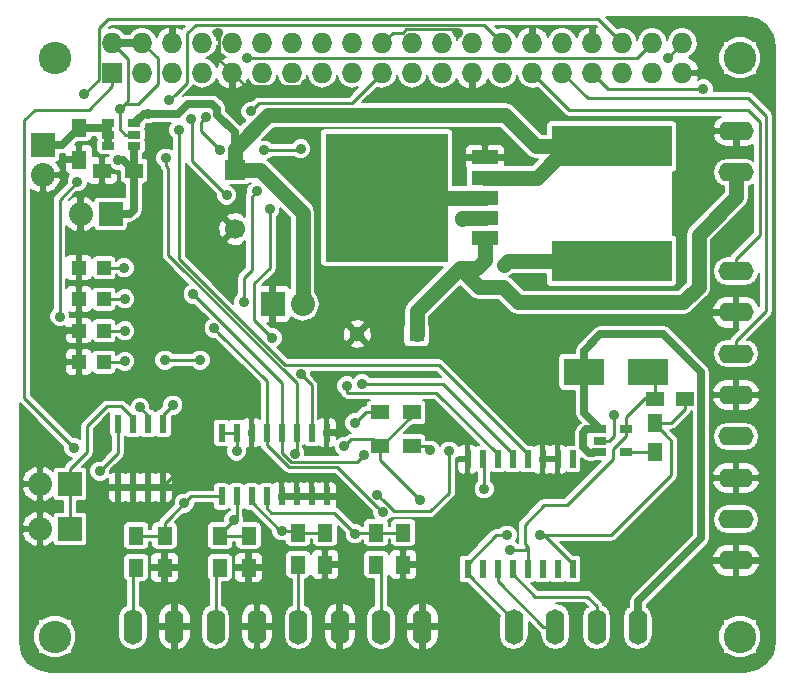
<source format=gtl>
G04 #@! TF.FileFunction,Copper,L1,Top,Signal*
%FSLAX46Y46*%
G04 Gerber Fmt 4.6, Leading zero omitted, Abs format (unit mm)*
G04 Created by KiCad (PCBNEW (2015-06-25 BZR 5821)-product) date Thu 25 Jun 2015 01:48:58 PM EDT*
%MOMM*%
G01*
G04 APERTURE LIST*
%ADD10C,0.200000*%
%ADD11R,1.500000X1.300000*%
%ADD12R,10.200000X3.500000*%
%ADD13C,1.700000*%
%ADD14R,1.700000X1.700000*%
%ADD15R,1.300000X1.300000*%
%ADD16C,1.300000*%
%ADD17R,1.500000X1.250000*%
%ADD18R,1.250000X1.500000*%
%ADD19R,1.198880X1.198880*%
%ADD20R,3.500120X2.301240*%
%ADD21O,3.000000X1.600000*%
%ADD22R,1.727200X1.727200*%
%ADD23O,1.727200X1.727200*%
%ADD24R,2.032000X2.032000*%
%ADD25O,2.032000X2.032000*%
%ADD26R,1.060000X0.650000*%
%ADD27R,1.300000X1.500000*%
%ADD28R,2.286000X1.143000*%
%ADD29R,10.410000X10.800000*%
%ADD30R,0.600000X1.500000*%
%ADD31R,0.600000X1.550000*%
%ADD32O,1.600000X3.000000*%
%ADD33C,2.750000*%
%ADD34C,0.889000*%
%ADD35C,0.254000*%
%ADD36C,1.270000*%
%ADD37C,0.635000*%
%ADD38C,0.127000*%
G04 APERTURE END LIST*
D10*
D11*
X62750000Y-57900000D03*
X60050000Y-57900000D03*
D12*
X79629000Y-42188000D03*
X79629000Y-32488000D03*
D13*
X47752000Y-39497000D03*
D14*
X47752000Y-34497000D03*
D15*
X63119000Y-48387000D03*
D16*
X58119000Y-48387000D03*
D17*
X83332000Y-53848000D03*
X85832000Y-53848000D03*
D18*
X83312000Y-58400000D03*
X83312000Y-55900000D03*
D19*
X36630020Y-42758000D03*
X34531980Y-42758000D03*
X36630020Y-45425000D03*
X34531980Y-45425000D03*
X36630020Y-48092000D03*
X34531980Y-48092000D03*
X36630020Y-50759000D03*
X34531980Y-50759000D03*
D20*
X77309980Y-51562000D03*
X82710020Y-51562000D03*
D21*
X90200000Y-31200000D03*
X90200000Y-34700000D03*
D22*
X37370000Y-26270000D03*
D23*
X37370000Y-23730000D03*
X39910000Y-26270000D03*
X39910000Y-23730000D03*
X42450000Y-26270000D03*
X42450000Y-23730000D03*
X44990000Y-26270000D03*
X44990000Y-23730000D03*
X47530000Y-26270000D03*
X47530000Y-23730000D03*
X50070000Y-26270000D03*
X50070000Y-23730000D03*
X52610000Y-26270000D03*
X52610000Y-23730000D03*
X55150000Y-26270000D03*
X55150000Y-23730000D03*
X57690000Y-26270000D03*
X57690000Y-23730000D03*
X60230000Y-26270000D03*
X60230000Y-23730000D03*
X62770000Y-26270000D03*
X62770000Y-23730000D03*
X65310000Y-26270000D03*
X65310000Y-23730000D03*
X67850000Y-26270000D03*
X67850000Y-23730000D03*
X70390000Y-26270000D03*
X70390000Y-23730000D03*
X72930000Y-26270000D03*
X72930000Y-23730000D03*
X75470000Y-26270000D03*
X75470000Y-23730000D03*
X78010000Y-26270000D03*
X78010000Y-23730000D03*
X80550000Y-26270000D03*
X80550000Y-23730000D03*
X83090000Y-26270000D03*
X83090000Y-23730000D03*
X85630000Y-26270000D03*
X85630000Y-23730000D03*
D24*
X33782000Y-61087000D03*
D25*
X31242000Y-61087000D03*
D26*
X37000000Y-30546000D03*
X37000000Y-31496000D03*
X37000000Y-32446000D03*
X39200000Y-32446000D03*
X39200000Y-30546000D03*
X39200000Y-31496000D03*
D27*
X34544000Y-30908000D03*
X34544000Y-33608000D03*
D11*
X39196000Y-34544000D03*
X36496000Y-34544000D03*
D27*
X39370000Y-68152000D03*
X39370000Y-65452000D03*
X46482000Y-68152000D03*
X46482000Y-65452000D03*
X53086000Y-67898000D03*
X53086000Y-65198000D03*
X59690000Y-67898000D03*
X59690000Y-65198000D03*
X41783000Y-65452000D03*
X41783000Y-68152000D03*
X48895000Y-65452000D03*
X48895000Y-68152000D03*
X55372000Y-65198000D03*
X55372000Y-67898000D03*
X61976000Y-65198000D03*
X61976000Y-67898000D03*
D11*
X60050000Y-55000000D03*
X62750000Y-55000000D03*
D24*
X50927000Y-45847000D03*
D25*
X53467000Y-45847000D03*
D24*
X37211000Y-38227000D03*
D25*
X34671000Y-38227000D03*
D24*
X31496000Y-32385000D03*
D25*
X31496000Y-34925000D03*
D24*
X33782000Y-64897000D03*
D25*
X31242000Y-64897000D03*
D28*
X68904000Y-38529260D03*
D29*
X60579000Y-36830000D03*
D28*
X68904000Y-35130740D03*
X68904000Y-36830000D03*
X68904000Y-40231060D03*
X68904000Y-33428940D03*
D26*
X78656000Y-56454000D03*
X78656000Y-57404000D03*
X78656000Y-58354000D03*
X80856000Y-58354000D03*
X80856000Y-56454000D03*
D30*
X46609000Y-62136000D03*
X47879000Y-62136000D03*
X49149000Y-62136000D03*
X50419000Y-62136000D03*
X51689000Y-62136000D03*
X52959000Y-62136000D03*
X54229000Y-62136000D03*
X55499000Y-62136000D03*
X55499000Y-56736000D03*
X54229000Y-56736000D03*
X52959000Y-56736000D03*
X51689000Y-56736000D03*
X50419000Y-56736000D03*
X49149000Y-56736000D03*
X47879000Y-56736000D03*
X46609000Y-56736000D03*
D31*
X37846000Y-61374000D03*
X39116000Y-61374000D03*
X40386000Y-61374000D03*
X41656000Y-61374000D03*
X41656000Y-55974000D03*
X40386000Y-55974000D03*
X39116000Y-55974000D03*
X37846000Y-55974000D03*
D30*
X76327000Y-58977000D03*
X75057000Y-58977000D03*
X73787000Y-58977000D03*
X72517000Y-58977000D03*
X71247000Y-58977000D03*
X69977000Y-58977000D03*
X68707000Y-58977000D03*
X67437000Y-58977000D03*
X67437000Y-68277000D03*
X68707000Y-68277000D03*
X69977000Y-68277000D03*
X71247000Y-68277000D03*
X72517000Y-68277000D03*
X73787000Y-68277000D03*
X75057000Y-68277000D03*
X76327000Y-68277000D03*
D21*
X90170000Y-57053000D03*
X90170000Y-60553000D03*
X90170000Y-64053000D03*
X90170000Y-67553000D03*
X90170000Y-53553000D03*
X90170000Y-50053000D03*
X90170000Y-46553000D03*
X90170000Y-43053000D03*
D32*
X53116000Y-73152000D03*
X56616000Y-73152000D03*
X60116000Y-73152000D03*
X63616000Y-73152000D03*
X49616000Y-73152000D03*
X46116000Y-73152000D03*
X42616000Y-73152000D03*
X39116000Y-73152000D03*
X71359000Y-73152000D03*
X74859000Y-73152000D03*
X78359000Y-73152000D03*
X81859000Y-73152000D03*
D33*
X32500000Y-25000000D03*
X90500000Y-25000000D03*
X90500000Y-74000000D03*
X32500000Y-74000000D03*
D34*
X46300000Y-22900000D03*
X55500000Y-54600000D03*
X53800000Y-27200000D03*
X43000000Y-59900000D03*
X66600000Y-22900000D03*
X40386000Y-29718000D03*
X34100000Y-58000000D03*
X63400000Y-62400000D03*
X36300000Y-60000000D03*
X57000000Y-57900000D03*
X68834000Y-61468000D03*
X47879000Y-58293000D03*
X70993000Y-66675000D03*
X38375000Y-42758000D03*
X38400000Y-45400000D03*
X38400000Y-48100000D03*
X38400000Y-50700000D03*
X70485000Y-42545000D03*
X66929000Y-38608000D03*
X43460642Y-62711358D03*
X47625000Y-64135000D03*
X51689000Y-65024000D03*
X57912000Y-65278000D03*
X87400000Y-27600000D03*
X37973000Y-29337000D03*
X42978908Y-31076240D03*
X47031672Y-36636859D03*
X44000000Y-30200000D03*
X64300000Y-58200000D03*
X49065275Y-29538237D03*
X52800000Y-58500000D03*
X41906979Y-33491453D03*
X58700000Y-58600000D03*
X44200000Y-45000000D03*
X60242408Y-63456726D03*
X45992841Y-47892841D03*
X45300000Y-30000000D03*
X46496220Y-32789412D03*
X53300000Y-51800000D03*
X59804729Y-61995271D03*
X65900000Y-58300000D03*
X50700000Y-37800000D03*
X50900000Y-48700000D03*
X42500000Y-54400000D03*
X42200000Y-28600000D03*
X39700000Y-54600000D03*
X35000000Y-28100000D03*
X48789818Y-25000000D03*
X34400000Y-35500000D03*
X32900000Y-46900000D03*
X84400000Y-25000000D03*
X53300000Y-32700000D03*
X50200000Y-32800000D03*
X49600000Y-36300000D03*
X48483584Y-45645542D03*
X44800000Y-50600000D03*
X41800000Y-50600000D03*
X37846000Y-33655000D03*
X57900000Y-55900000D03*
X57216775Y-52772338D03*
X58500000Y-52600000D03*
X79800000Y-55200000D03*
X73600000Y-65400000D03*
X70800000Y-65400000D03*
D35*
X47530000Y-26270000D02*
X46386999Y-25126999D01*
X46386999Y-25126999D02*
X46386999Y-22986999D01*
X46386999Y-22986999D02*
X46300000Y-22900000D01*
X55499000Y-56736000D02*
X55499000Y-54601000D01*
X55499000Y-54601000D02*
X55500000Y-54600000D01*
X51286999Y-27413001D02*
X53586999Y-27413001D01*
X53586999Y-27413001D02*
X53800000Y-27200000D01*
X47530000Y-26270000D02*
X47430000Y-26270000D01*
X41656000Y-61374000D02*
X41656000Y-61244000D01*
X41656000Y-61244000D02*
X43000000Y-59900000D01*
X60230000Y-23730000D02*
X61093599Y-22866401D01*
X66286999Y-22586999D02*
X66600000Y-22900000D01*
X61941957Y-22866401D02*
X62221359Y-22586999D01*
X61093599Y-22866401D02*
X61941957Y-22866401D01*
X62221359Y-22586999D02*
X66286999Y-22586999D01*
X47530000Y-26270000D02*
X48673001Y-27413001D01*
X48673001Y-27413001D02*
X51286999Y-27413001D01*
X51689000Y-62136000D02*
X55499000Y-62136000D01*
D36*
X47752000Y-32674726D02*
X50581726Y-29845000D01*
X70616000Y-29845000D02*
X73259000Y-32488000D01*
X50581726Y-29845000D02*
X70616000Y-29845000D01*
X73259000Y-32488000D02*
X79629000Y-32488000D01*
X47752000Y-34497000D02*
X47752000Y-32674726D01*
D37*
X47752000Y-31308044D02*
X47752000Y-33012000D01*
X47752000Y-33012000D02*
X47752000Y-34497000D01*
X46248230Y-29301327D02*
X46248230Y-29804274D01*
X45812990Y-28866087D02*
X46248230Y-29301327D01*
X43777111Y-28866087D02*
X45812990Y-28866087D01*
X40386000Y-29718000D02*
X42925198Y-29718000D01*
X46248230Y-29804274D02*
X47752000Y-31308044D01*
X42925198Y-29718000D02*
X43777111Y-28866087D01*
D36*
X47752000Y-34497000D02*
X49872000Y-34497000D01*
X49872000Y-34497000D02*
X53467000Y-38092000D01*
X53467000Y-38092000D02*
X53467000Y-44410160D01*
X53467000Y-44410160D02*
X53467000Y-45847000D01*
D37*
X40386000Y-29718000D02*
X40028000Y-29718000D01*
X40028000Y-29718000D02*
X39200000Y-30546000D01*
D36*
X75970000Y-32488000D02*
X73327260Y-35130740D01*
X73327260Y-35130740D02*
X68904000Y-35130740D01*
X79629000Y-32488000D02*
X75970000Y-32488000D01*
X90200000Y-34700000D02*
X90200000Y-36770000D01*
X70437870Y-44400000D02*
X68430880Y-44400000D01*
X90200000Y-36770000D02*
X87000000Y-39970000D01*
X87000000Y-39970000D02*
X87000000Y-44400000D01*
X87000000Y-44400000D02*
X85700000Y-45700000D01*
X71737870Y-45700000D02*
X70437870Y-44400000D01*
X85700000Y-45700000D02*
X71737870Y-45700000D01*
X68430880Y-44400000D02*
X66808440Y-42777560D01*
X63119000Y-48387000D02*
X63119000Y-46467000D01*
X66808440Y-42777560D02*
X68199000Y-42777560D01*
X63119000Y-46467000D02*
X66808440Y-42777560D01*
X68904000Y-40231060D02*
X68904000Y-42072560D01*
X68904000Y-42072560D02*
X68199000Y-42777560D01*
D35*
X80856000Y-58354000D02*
X83266000Y-58354000D01*
X83266000Y-58354000D02*
X83312000Y-58400000D01*
X57000000Y-57900000D02*
X57600000Y-57300000D01*
X57600000Y-57300000D02*
X59450000Y-57300000D01*
X59450000Y-57300000D02*
X60050000Y-57900000D01*
X37370000Y-26270000D02*
X37370000Y-27387600D01*
X37370000Y-27387600D02*
X35357600Y-29400000D01*
X35357600Y-29400000D02*
X30800000Y-29400000D01*
X30800000Y-29400000D02*
X29900000Y-30300000D01*
X29900000Y-30300000D02*
X29900000Y-53800000D01*
X29900000Y-53800000D02*
X34100000Y-58000000D01*
X60050000Y-57900000D02*
X60050000Y-59050000D01*
X60050000Y-59050000D02*
X63400000Y-62400000D01*
X36300000Y-60000000D02*
X37846000Y-58454000D01*
X37846000Y-58454000D02*
X37846000Y-55974000D01*
X46609000Y-56736000D02*
X47879000Y-56736000D01*
X60050000Y-57900000D02*
X60150000Y-57900000D01*
X60150000Y-57900000D02*
X62750000Y-55300000D01*
X62750000Y-55300000D02*
X62750000Y-55000000D01*
X68834000Y-61468000D02*
X68834000Y-59104000D01*
X68834000Y-59104000D02*
X68707000Y-58977000D01*
X47879000Y-56736000D02*
X47879000Y-58293000D01*
X80856000Y-56454000D02*
X80856000Y-55444000D01*
X80856000Y-55444000D02*
X82500000Y-53800000D01*
X82500000Y-53800000D02*
X82548000Y-53848000D01*
X82548000Y-53848000D02*
X83332000Y-53848000D01*
X70993000Y-66675000D02*
X72263000Y-66675000D01*
X72263000Y-66675000D02*
X72517000Y-66421000D01*
X80856000Y-56454000D02*
X81061000Y-56454000D01*
X83332000Y-54183000D02*
X83332000Y-53848000D01*
X73914000Y-62865000D02*
X72263000Y-64516000D01*
X72263000Y-64516000D02*
X72263000Y-66167000D01*
X75819000Y-62865000D02*
X73914000Y-62865000D01*
X79756000Y-58928000D02*
X75819000Y-62865000D01*
X79756000Y-58133000D02*
X79756000Y-58928000D01*
X80856000Y-56454000D02*
X80856000Y-57033000D01*
X80856000Y-57033000D02*
X79756000Y-58133000D01*
X72517000Y-68277000D02*
X72517000Y-66421000D01*
X72517000Y-66421000D02*
X72263000Y-66167000D01*
X83332000Y-53848000D02*
X83332000Y-52183980D01*
X83332000Y-52183980D02*
X82710020Y-51562000D01*
X37483460Y-42758000D02*
X38375000Y-42758000D01*
X36630020Y-42758000D02*
X37483460Y-42758000D01*
X36630020Y-45425000D02*
X38375000Y-45425000D01*
X38375000Y-45425000D02*
X38400000Y-45400000D01*
X38400000Y-48100000D02*
X36638020Y-48100000D01*
X36638020Y-48100000D02*
X36630020Y-48092000D01*
X36630020Y-50759000D02*
X38341000Y-50759000D01*
X38341000Y-50759000D02*
X38400000Y-50700000D01*
D36*
X79629000Y-42188000D02*
X70842000Y-42188000D01*
X70842000Y-42188000D02*
X70485000Y-42545000D01*
X68904000Y-38529260D02*
X67007740Y-38529260D01*
X67007740Y-38529260D02*
X66929000Y-38608000D01*
D35*
X43460642Y-62711358D02*
X42291000Y-63881000D01*
X44036000Y-62136000D02*
X43460642Y-62711358D01*
X43460642Y-62711358D02*
X43207613Y-62964387D01*
X39370000Y-65452000D02*
X41783000Y-65452000D01*
X41783000Y-65452000D02*
X41783000Y-64389000D01*
X41783000Y-64389000D02*
X42291000Y-63881000D01*
X46609000Y-62136000D02*
X44036000Y-62136000D01*
X46482000Y-65452000D02*
X46482000Y-65278000D01*
X46482000Y-65278000D02*
X47625000Y-64135000D01*
X46482000Y-65452000D02*
X48895000Y-65452000D01*
X47879000Y-62136000D02*
X47879000Y-63881000D01*
X47879000Y-63881000D02*
X47625000Y-64135000D01*
X51689000Y-65024000D02*
X52912000Y-65024000D01*
X52912000Y-65024000D02*
X53086000Y-65198000D01*
X55372000Y-65198000D02*
X53086000Y-65198000D01*
X49149000Y-62136000D02*
X49149000Y-62586000D01*
X49149000Y-62586000D02*
X51587000Y-65024000D01*
X51587000Y-65024000D02*
X51689000Y-65024000D01*
X59690000Y-65198000D02*
X57992000Y-65198000D01*
X57992000Y-65198000D02*
X57912000Y-65278000D01*
X61976000Y-65198000D02*
X59690000Y-65198000D01*
X50779000Y-63500000D02*
X56134000Y-63500000D01*
X56134000Y-63500000D02*
X57912000Y-65278000D01*
X50419000Y-62136000D02*
X50419000Y-63140000D01*
X50419000Y-63140000D02*
X50779000Y-63500000D01*
X78010000Y-26270000D02*
X79340000Y-27600000D01*
X79340000Y-27600000D02*
X87400000Y-27600000D01*
X75470000Y-26270000D02*
X77600000Y-28400000D01*
X77600000Y-28400000D02*
X91200000Y-28400000D01*
X92700000Y-29900000D02*
X92700000Y-46469000D01*
X92700000Y-46469000D02*
X90170000Y-48999000D01*
X91200000Y-28400000D02*
X92700000Y-29900000D01*
X90170000Y-48999000D02*
X90170000Y-50053000D01*
X72930000Y-26270000D02*
X76060000Y-29400000D01*
X76060000Y-29400000D02*
X91200000Y-29400000D01*
X91200000Y-29400000D02*
X92200000Y-30400000D01*
X92200000Y-30400000D02*
X92200000Y-39969000D01*
X92200000Y-39969000D02*
X90170000Y-41999000D01*
X90170000Y-41999000D02*
X90170000Y-43053000D01*
X53116000Y-73152000D02*
X53116000Y-67928000D01*
X53116000Y-67928000D02*
X53086000Y-67898000D01*
X60116000Y-73152000D02*
X60116000Y-68324000D01*
X60116000Y-68324000D02*
X59690000Y-67898000D01*
X46116000Y-73152000D02*
X46116000Y-68518000D01*
X46116000Y-68518000D02*
X46482000Y-68152000D01*
X39116000Y-73152000D02*
X39116000Y-68406000D01*
X39116000Y-68406000D02*
X39370000Y-68152000D01*
X38700000Y-25060000D02*
X38700000Y-28610000D01*
X39200000Y-31496000D02*
X38416000Y-31496000D01*
X38416000Y-31496000D02*
X37973000Y-31053000D01*
X37973000Y-31053000D02*
X37973000Y-29965617D01*
X37973000Y-29965617D02*
X37973000Y-29337000D01*
X38700000Y-28610000D02*
X37973000Y-29337000D01*
X37370000Y-23730000D02*
X38700000Y-25060000D01*
X41200000Y-27200000D02*
X41200000Y-25020000D01*
X41200000Y-25020000D02*
X39910000Y-23730000D01*
X39507499Y-28892501D02*
X41200000Y-27200000D01*
X37973000Y-29337000D02*
X38417499Y-28892501D01*
X38417499Y-28892501D02*
X39507499Y-28892501D01*
D37*
X37370000Y-23730000D02*
X39910000Y-23730000D01*
D35*
X39910000Y-23730000D02*
X39986000Y-23730000D01*
X42996619Y-42018217D02*
X42996619Y-31087027D01*
X72517000Y-58977000D02*
X72517000Y-58527000D01*
X51978402Y-51000000D02*
X42996619Y-42018217D01*
X42996619Y-31087027D02*
X42993285Y-31083693D01*
X64990000Y-51000000D02*
X51978402Y-51000000D01*
X72517000Y-58527000D02*
X64990000Y-51000000D01*
X47000000Y-36600000D02*
X44100000Y-33700000D01*
X44100000Y-33700000D02*
X44100000Y-30300000D01*
X44100000Y-30300000D02*
X44000000Y-30200000D01*
X62750000Y-57900000D02*
X64000000Y-57900000D01*
X64000000Y-57900000D02*
X64300000Y-58200000D01*
X49741624Y-28861888D02*
X49509774Y-29093738D01*
X49509774Y-29093738D02*
X49065275Y-29538237D01*
X57638112Y-28861888D02*
X49741624Y-28861888D01*
X60230000Y-26270000D02*
X57638112Y-28861888D01*
X52959000Y-58341000D02*
X52800000Y-58500000D01*
X52959000Y-56736000D02*
X52959000Y-58341000D01*
X41906979Y-33491453D02*
X41906979Y-34120070D01*
X41906979Y-34120070D02*
X42110631Y-34323722D01*
X42110631Y-34323722D02*
X42110631Y-41706979D01*
X42110631Y-41706979D02*
X52959000Y-52555348D01*
X52959000Y-52555348D02*
X52959000Y-52759000D01*
X52959000Y-52759000D02*
X52959000Y-56736000D01*
X53000000Y-56777000D02*
X52959000Y-56736000D01*
X58255501Y-59044499D02*
X58700000Y-58600000D01*
X58076099Y-59223901D02*
X58255501Y-59044499D01*
X51689000Y-56736000D02*
X51689000Y-58460374D01*
X52452527Y-59223901D02*
X58076099Y-59223901D01*
X51689000Y-58460374D02*
X52452527Y-59223901D01*
X44644499Y-45444499D02*
X44200000Y-45000000D01*
X51689000Y-56736000D02*
X51689000Y-52489000D01*
X51689000Y-52489000D02*
X44644499Y-45444499D01*
X52284187Y-59630311D02*
X56415993Y-59630311D01*
X50419000Y-57765124D02*
X52284187Y-59630311D01*
X50419000Y-56736000D02*
X50419000Y-57765124D01*
X59797909Y-63012227D02*
X60242408Y-63456726D01*
X56415993Y-59630311D02*
X59797909Y-63012227D01*
X50419000Y-56736000D02*
X50419000Y-52319000D01*
X50419000Y-52319000D02*
X46437340Y-48337340D01*
X46437340Y-48337340D02*
X45992841Y-47892841D01*
X45300000Y-30000000D02*
X44855501Y-30444499D01*
X46051721Y-32344913D02*
X46496220Y-32789412D01*
X44855501Y-30444499D02*
X44855501Y-31148693D01*
X44855501Y-31148693D02*
X46051721Y-32344913D01*
X54229000Y-56736000D02*
X54229000Y-52729000D01*
X54229000Y-52729000D02*
X53300000Y-51800000D01*
X65310000Y-23730000D02*
X65386000Y-23730000D01*
X64300000Y-63400000D02*
X61209458Y-63400000D01*
X60249228Y-62439770D02*
X59804729Y-61995271D01*
X65900000Y-61800000D02*
X64300000Y-63400000D01*
X65900000Y-58300000D02*
X65900000Y-61800000D01*
X61209458Y-63400000D02*
X60249228Y-62439770D01*
X49400000Y-44100000D02*
X50700000Y-42800000D01*
X50700000Y-42800000D02*
X50700000Y-37800000D01*
X49400000Y-47200000D02*
X49400000Y-44100000D01*
X50900000Y-48700000D02*
X49400000Y-47200000D01*
X41656000Y-55974000D02*
X41656000Y-55244000D01*
X41656000Y-55244000D02*
X42500000Y-54400000D01*
X44423901Y-22176099D02*
X43700000Y-22900000D01*
X46647473Y-22176099D02*
X44423901Y-22176099D01*
X62057509Y-22176099D02*
X62033608Y-22200000D01*
X46671374Y-22200000D02*
X46647473Y-22176099D01*
X68836099Y-22176099D02*
X62057509Y-22176099D01*
X62033608Y-22200000D02*
X46671374Y-22200000D01*
X70390000Y-23730000D02*
X68836099Y-22176099D01*
X43700000Y-22900000D02*
X43700000Y-27100000D01*
X42644499Y-28155501D02*
X42200000Y-28600000D01*
X43700000Y-27100000D02*
X42644499Y-28155501D01*
X40386000Y-55974000D02*
X40386000Y-55286000D01*
X40386000Y-55286000D02*
X39700000Y-54600000D01*
X37000000Y-21700000D02*
X78520000Y-21700000D01*
X78520000Y-21700000D02*
X80550000Y-23730000D01*
X36200000Y-22500000D02*
X37000000Y-21700000D01*
X36200000Y-26900000D02*
X36200000Y-22500000D01*
X35000000Y-28100000D02*
X36200000Y-26900000D01*
X48789818Y-25000000D02*
X81820000Y-25000000D01*
X81820000Y-25000000D02*
X83090000Y-23730000D01*
X32900000Y-46900000D02*
X32900000Y-37000000D01*
X32900000Y-37000000D02*
X34400000Y-35500000D01*
X48500000Y-45000509D02*
X48500000Y-43600000D01*
X48500000Y-43600000D02*
X49155501Y-42944499D01*
X48483584Y-45645542D02*
X48483584Y-45016925D01*
X48483584Y-45016925D02*
X48500000Y-45000509D01*
X49600000Y-36300000D02*
X49155501Y-36744499D01*
X49155501Y-36744499D02*
X49155501Y-42944499D01*
X85630000Y-23730000D02*
X85630000Y-23770000D01*
X85630000Y-23770000D02*
X84400000Y-25000000D01*
X50200000Y-32800000D02*
X53200000Y-32800000D01*
X53200000Y-32800000D02*
X53300000Y-32700000D01*
X41800000Y-50600000D02*
X44800000Y-50600000D01*
X69977000Y-68277000D02*
X69977000Y-69324000D01*
X69977000Y-69324000D02*
X73805000Y-73152000D01*
X73805000Y-73152000D02*
X74859000Y-73152000D01*
X77573000Y-70612000D02*
X73132000Y-70612000D01*
X73132000Y-70612000D02*
X71247000Y-68727000D01*
X71247000Y-68727000D02*
X71247000Y-68277000D01*
X78359000Y-73152000D02*
X78359000Y-71398000D01*
X78359000Y-71398000D02*
X77573000Y-70612000D01*
D37*
X37211000Y-38227000D02*
X38862000Y-38227000D01*
X38862000Y-38227000D02*
X39196000Y-37893000D01*
X39196000Y-37893000D02*
X39196000Y-34544000D01*
X39196000Y-34544000D02*
X39196000Y-32450000D01*
X39196000Y-32450000D02*
X39200000Y-32446000D01*
X37846000Y-33655000D02*
X38307000Y-33655000D01*
X38307000Y-33655000D02*
X39196000Y-34544000D01*
D35*
X38862000Y-34878000D02*
X39196000Y-34544000D01*
D37*
X37000000Y-31496000D02*
X37000000Y-32446000D01*
X37000000Y-30546000D02*
X37000000Y-31496000D01*
X34544000Y-30908000D02*
X36638000Y-30908000D01*
X36638000Y-30908000D02*
X37000000Y-30546000D01*
X31496000Y-32385000D02*
X33067000Y-32385000D01*
X33067000Y-32385000D02*
X34544000Y-30908000D01*
D35*
X34210000Y-31242000D02*
X34544000Y-30908000D01*
X60050000Y-55000000D02*
X58800000Y-55000000D01*
X58800000Y-55000000D02*
X57900000Y-55900000D01*
X57216775Y-52772338D02*
X57216775Y-53316775D01*
X57216775Y-53316775D02*
X57253480Y-53353480D01*
X57253480Y-53353480D02*
X64803480Y-53353480D01*
X64803480Y-53353480D02*
X69977000Y-58527000D01*
X69977000Y-58527000D02*
X69977000Y-58977000D01*
X71247000Y-58977000D02*
X71247000Y-58527000D01*
X71247000Y-58527000D02*
X65320000Y-52600000D01*
X65320000Y-52600000D02*
X59128617Y-52600000D01*
X59128617Y-52600000D02*
X58500000Y-52600000D01*
X33782000Y-64897000D02*
X33782000Y-61087000D01*
X36900000Y-54500000D02*
X38117000Y-54500000D01*
X38117000Y-54500000D02*
X39116000Y-55499000D01*
X39116000Y-55499000D02*
X39116000Y-55974000D01*
X35200000Y-56200000D02*
X36900000Y-54500000D01*
X35200000Y-58399000D02*
X35200000Y-56200000D01*
X33782000Y-61087000D02*
X33782000Y-59817000D01*
X33782000Y-59817000D02*
X35200000Y-58399000D01*
X83312000Y-55900000D02*
X83312000Y-56025000D01*
X83312000Y-56025000D02*
X84139001Y-56852001D01*
X84139001Y-56852001D02*
X84152001Y-56852001D01*
X84152001Y-56852001D02*
X84700000Y-57400000D01*
X79600000Y-65400000D02*
X74228617Y-65400000D01*
X84700000Y-57400000D02*
X84700000Y-60300000D01*
X84700000Y-60300000D02*
X79600000Y-65400000D01*
X74228617Y-65400000D02*
X73600000Y-65400000D01*
X85832000Y-53848000D02*
X85832000Y-54727000D01*
X85832000Y-54727000D02*
X84659000Y-55900000D01*
X84659000Y-55900000D02*
X84191000Y-55900000D01*
X84191000Y-55900000D02*
X83312000Y-55900000D01*
X79800000Y-55200000D02*
X79800000Y-57044000D01*
X79800000Y-57044000D02*
X79440000Y-57404000D01*
X79440000Y-57404000D02*
X78656000Y-57404000D01*
X67437000Y-68277000D02*
X67437000Y-68727000D01*
X67437000Y-68727000D02*
X71359000Y-72649000D01*
X71359000Y-72649000D02*
X71359000Y-73152000D01*
X76327000Y-68277000D02*
X76327000Y-67827000D01*
X76327000Y-67827000D02*
X73900000Y-65400000D01*
X73900000Y-65400000D02*
X73600000Y-65400000D01*
X67437000Y-68277000D02*
X67437000Y-67827000D01*
X69864000Y-65400000D02*
X70800000Y-65400000D01*
X67437000Y-67827000D02*
X69864000Y-65400000D01*
D37*
X77491000Y-56454000D02*
X78656000Y-56454000D01*
X77216000Y-56729000D02*
X77491000Y-56454000D01*
X77216000Y-57912000D02*
X77216000Y-56729000D01*
X77724000Y-58420000D02*
X77216000Y-57912000D01*
X78067778Y-58420000D02*
X77724000Y-58420000D01*
X78133778Y-58354000D02*
X78067778Y-58420000D01*
X78656000Y-58354000D02*
X78133778Y-58354000D01*
X77309980Y-51562000D02*
X77309980Y-55107980D01*
X77309980Y-55107980D02*
X78656000Y-56454000D01*
X87200000Y-51600000D02*
X87200000Y-65676000D01*
X87200000Y-65676000D02*
X81859000Y-71017000D01*
X81859000Y-71017000D02*
X81859000Y-73152000D01*
X84000000Y-48400000D02*
X87200000Y-51600000D01*
X78686360Y-48400000D02*
X84000000Y-48400000D01*
X77309980Y-51562000D02*
X77309980Y-49776380D01*
X77309980Y-49776380D02*
X78686360Y-48400000D01*
D36*
X68904000Y-36830000D02*
X60579000Y-36830000D01*
D38*
G36*
X91945352Y-21717719D02*
X92746782Y-22253218D01*
X93282281Y-23054648D01*
X93480500Y-24051167D01*
X93480500Y-74448833D01*
X93282281Y-75445352D01*
X92746782Y-76246782D01*
X91945352Y-76782281D01*
X90948834Y-76980500D01*
X32051167Y-76980500D01*
X31054648Y-76782281D01*
X30253218Y-76246782D01*
X29717719Y-75445352D01*
X29519500Y-74448834D01*
X29519500Y-72456604D01*
X31470683Y-72456604D01*
X31390647Y-72536500D01*
X31100000Y-72536500D01*
X31075700Y-72541334D01*
X31055099Y-72555099D01*
X31041334Y-72575700D01*
X31036500Y-72600000D01*
X31036500Y-72890028D01*
X30958402Y-72967990D01*
X30680817Y-73636491D01*
X30680185Y-74360333D01*
X30956604Y-75029317D01*
X31036500Y-75109353D01*
X31036500Y-75400000D01*
X31041334Y-75424300D01*
X31055099Y-75444901D01*
X31075700Y-75458666D01*
X31100000Y-75463500D01*
X31390028Y-75463500D01*
X31467990Y-75541598D01*
X32136491Y-75819183D01*
X32860333Y-75819815D01*
X33529317Y-75543396D01*
X33609353Y-75463500D01*
X33900000Y-75463500D01*
X33924300Y-75458666D01*
X33944901Y-75444901D01*
X33958666Y-75424300D01*
X33963500Y-75400000D01*
X89036500Y-75400000D01*
X33963500Y-75400000D01*
X33963500Y-75400000D01*
X89036500Y-75400000D01*
X89041334Y-75424300D01*
X89055099Y-75444901D01*
X89075700Y-75458666D01*
X89100000Y-75463500D01*
X89390028Y-75463500D01*
X89467990Y-75541598D01*
X90136491Y-75819183D01*
X90860333Y-75819815D01*
X91529317Y-75543396D01*
X91609353Y-75463500D01*
X91900000Y-75463500D01*
X91924300Y-75458666D01*
X91944901Y-75444901D01*
X91958666Y-75424300D01*
X91963500Y-75400000D01*
X91963500Y-75109972D01*
X92041598Y-75032010D01*
X92319183Y-74363509D01*
X92319815Y-73639667D01*
X92043396Y-72970683D01*
X91963500Y-72890647D01*
X91963500Y-72600000D01*
X91958666Y-72575700D01*
X91944901Y-72555099D01*
X91924300Y-72541334D01*
X91900000Y-72536500D01*
X91609972Y-72536500D01*
X91532010Y-72458402D01*
X90863509Y-72180817D01*
X90139667Y-72180185D01*
X89470683Y-72456604D01*
X83103500Y-72456604D01*
X83103500Y-72413905D01*
X83008768Y-71937655D01*
X82738994Y-71533911D01*
X82621000Y-71455070D01*
X82621000Y-71332630D01*
X86210130Y-67743500D01*
X88256233Y-67743500D01*
X88158318Y-67953625D01*
X88365499Y-68388094D01*
X88769151Y-68747200D01*
X89279500Y-68924500D01*
X89979500Y-68924500D01*
X89979500Y-67743500D01*
X90360500Y-67743500D01*
X90360500Y-68924500D01*
X91060500Y-68924500D01*
X91570849Y-68747200D01*
X91974501Y-68388094D01*
X92181682Y-67953625D01*
X92083767Y-67743500D01*
X90360500Y-67743500D01*
X89979500Y-67743500D01*
X89979500Y-67743500D01*
X88256233Y-67743500D01*
X86210130Y-67743500D01*
X87738816Y-66214815D01*
X87761076Y-66181500D01*
X89279500Y-66181500D01*
X88769151Y-66358800D01*
X88365499Y-66717906D01*
X88158318Y-67152375D01*
X88256233Y-67362500D01*
X89979500Y-67362500D01*
X89979500Y-66181500D01*
X90360500Y-66181500D01*
X90360500Y-67362500D01*
X92083767Y-67362500D01*
X92181682Y-67152375D01*
X91974501Y-66717906D01*
X91570849Y-66358800D01*
X91060500Y-66181500D01*
X90360500Y-66181500D01*
X89979500Y-66181500D01*
X89979500Y-66181500D01*
X89279500Y-66181500D01*
X87761076Y-66181500D01*
X87837834Y-66066623D01*
X87903996Y-65967605D01*
X87962000Y-65676000D01*
X87962000Y-62808500D01*
X89431905Y-62808500D01*
X88955655Y-62903232D01*
X88551911Y-63173006D01*
X88282137Y-63576750D01*
X88187405Y-64053000D01*
X88282137Y-64529250D01*
X88551911Y-64932994D01*
X88955655Y-65202768D01*
X89431905Y-65297500D01*
X90908095Y-65297500D01*
X91384345Y-65202768D01*
X91788089Y-64932994D01*
X92057863Y-64529250D01*
X92152595Y-64053000D01*
X92057863Y-63576750D01*
X91788089Y-63173006D01*
X91384345Y-62903232D01*
X90908095Y-62808500D01*
X89431905Y-62808500D01*
X87962000Y-62808500D01*
X87962000Y-60743500D01*
X88256233Y-60743500D01*
X88158318Y-60953625D01*
X88365499Y-61388094D01*
X88769151Y-61747200D01*
X89279500Y-61924500D01*
X89979500Y-61924500D01*
X89979500Y-60743500D01*
X90360500Y-60743500D01*
X90360500Y-61924500D01*
X91060500Y-61924500D01*
X91570849Y-61747200D01*
X91974501Y-61388094D01*
X92181682Y-60953625D01*
X92083767Y-60743500D01*
X90360500Y-60743500D01*
X89979500Y-60743500D01*
X89979500Y-60743500D01*
X88256233Y-60743500D01*
X87962000Y-60743500D01*
X87962000Y-59181500D01*
X89279500Y-59181500D01*
X88769151Y-59358800D01*
X88365499Y-59717906D01*
X88158318Y-60152375D01*
X88256233Y-60362500D01*
X89979500Y-60362500D01*
X89979500Y-59181500D01*
X90360500Y-59181500D01*
X89979500Y-59181500D01*
X89979500Y-59181500D01*
X90360500Y-59181500D01*
X90360500Y-60362500D01*
X92083767Y-60362500D01*
X92181682Y-60152375D01*
X91974501Y-59717906D01*
X91570849Y-59358800D01*
X91060500Y-59181500D01*
X90360500Y-59181500D01*
X89979500Y-59181500D01*
X89979500Y-59181500D01*
X89279500Y-59181500D01*
X87962000Y-59181500D01*
X87962000Y-55808500D01*
X89431905Y-55808500D01*
X88955655Y-55903232D01*
X88551911Y-56173006D01*
X88282137Y-56576750D01*
X88187405Y-57053000D01*
X88282137Y-57529250D01*
X88551911Y-57932994D01*
X88955655Y-58202768D01*
X89431905Y-58297500D01*
X90908095Y-58297500D01*
X91384345Y-58202768D01*
X91788089Y-57932994D01*
X92057863Y-57529250D01*
X92152595Y-57053000D01*
X92057863Y-56576750D01*
X91788089Y-56173006D01*
X91384345Y-55903232D01*
X90908095Y-55808500D01*
X89431905Y-55808500D01*
X87962000Y-55808500D01*
X87962000Y-53743500D01*
X88256233Y-53743500D01*
X88158318Y-53953625D01*
X88365499Y-54388094D01*
X88769151Y-54747200D01*
X89279500Y-54924500D01*
X89979500Y-54924500D01*
X89979500Y-53743500D01*
X90360500Y-53743500D01*
X90360500Y-54924500D01*
X91060500Y-54924500D01*
X91570849Y-54747200D01*
X91974501Y-54388094D01*
X92181682Y-53953625D01*
X92083767Y-53743500D01*
X90360500Y-53743500D01*
X89979500Y-53743500D01*
X89979500Y-53743500D01*
X88256233Y-53743500D01*
X87962000Y-53743500D01*
X87962000Y-52181500D01*
X89279500Y-52181500D01*
X88769151Y-52358800D01*
X88365499Y-52717906D01*
X88158318Y-53152375D01*
X88256233Y-53362500D01*
X89979500Y-53362500D01*
X89979500Y-52181500D01*
X90360500Y-52181500D01*
X90360500Y-53362500D01*
X92083767Y-53362500D01*
X92181682Y-53152375D01*
X91974501Y-52717906D01*
X91570849Y-52358800D01*
X91060500Y-52181500D01*
X90360500Y-52181500D01*
X89979500Y-52181500D01*
X89979500Y-52181500D01*
X89279500Y-52181500D01*
X87962000Y-52181500D01*
X87962000Y-51600000D01*
X87903996Y-51308395D01*
X87833418Y-51202768D01*
X87738815Y-51061184D01*
X84538815Y-47861185D01*
X84473714Y-47817686D01*
X84291605Y-47696004D01*
X84000000Y-47638000D01*
X78686360Y-47638000D01*
X78435557Y-47687888D01*
X78394755Y-47696004D01*
X78147544Y-47861185D01*
X76771165Y-49237565D01*
X76605984Y-49484775D01*
X76547980Y-49776380D01*
X76547980Y-49958172D01*
X75559920Y-49958172D01*
X75390434Y-49991056D01*
X75241471Y-50088909D01*
X75141756Y-50236632D01*
X75106712Y-50411380D01*
X75106712Y-52712620D01*
X75139596Y-52882106D01*
X75237449Y-53031069D01*
X75385172Y-53130784D01*
X75559920Y-53165828D01*
X76547980Y-53165828D01*
X76547980Y-55107980D01*
X76605984Y-55399585D01*
X76758941Y-55628500D01*
X76771165Y-55646795D01*
X77004559Y-55880189D01*
X76952185Y-55915184D01*
X76677185Y-56190185D01*
X76512004Y-56437395D01*
X76454000Y-56729000D01*
X76454000Y-57773792D01*
X76027000Y-57773792D01*
X75857514Y-57806676D01*
X75789546Y-57851324D01*
X75680729Y-57742506D01*
X75470679Y-57655500D01*
X75349875Y-57655500D01*
X75207000Y-57798375D01*
X75207000Y-58786500D01*
X75267500Y-58786500D01*
X75267500Y-59167500D01*
X75207000Y-59167500D01*
X75207000Y-60155625D01*
X75349875Y-60298500D01*
X75470679Y-60298500D01*
X75680729Y-60211494D01*
X75789450Y-60102772D01*
X75852252Y-60145164D01*
X76027000Y-60180208D01*
X76627000Y-60180208D01*
X76796486Y-60147324D01*
X76945449Y-60049471D01*
X77045164Y-59901748D01*
X77080208Y-59727000D01*
X77080208Y-58853839D01*
X77185184Y-58958815D01*
X77334839Y-59058811D01*
X77432395Y-59123996D01*
X77724000Y-59182000D01*
X78067778Y-59182000D01*
X78318099Y-59132208D01*
X78743569Y-59132208D01*
X75582276Y-62293500D01*
X73914005Y-62293500D01*
X73914000Y-62293499D01*
X73695297Y-62337002D01*
X73643667Y-62371500D01*
X73509888Y-62460888D01*
X73509886Y-62460891D01*
X71858888Y-64111888D01*
X71735003Y-64297296D01*
X71735003Y-64297297D01*
X71691499Y-64516000D01*
X71691500Y-64516005D01*
X71691500Y-66103500D01*
X71678637Y-66103500D01*
X71516405Y-65940985D01*
X71553218Y-65904236D01*
X71688846Y-65577609D01*
X71689154Y-65223943D01*
X71554097Y-64897080D01*
X71304236Y-64646782D01*
X70977609Y-64511154D01*
X70623943Y-64510846D01*
X70297080Y-64645903D01*
X70114164Y-64828500D01*
X69864000Y-64828500D01*
X69645296Y-64872003D01*
X69459888Y-64995888D01*
X69459886Y-64995891D01*
X67381984Y-67073792D01*
X67137000Y-67073792D01*
X66967514Y-67106676D01*
X66818551Y-67204529D01*
X66718836Y-67352252D01*
X66683792Y-67527000D01*
X66683792Y-69027000D01*
X66716676Y-69196486D01*
X66814529Y-69345449D01*
X66962252Y-69445164D01*
X67137000Y-69480208D01*
X67381984Y-69480208D01*
X70147878Y-72246101D01*
X70114500Y-72413905D01*
X70114500Y-73890095D01*
X70209232Y-74366345D01*
X70479006Y-74770089D01*
X70882750Y-75039863D01*
X71359000Y-75134595D01*
X71835250Y-75039863D01*
X72238994Y-74770089D01*
X72508768Y-74366345D01*
X72603500Y-73890095D01*
X72603500Y-72758723D01*
X73400886Y-73556109D01*
X73400888Y-73556112D01*
X73521184Y-73636491D01*
X73586297Y-73679998D01*
X73614500Y-73685608D01*
X73614500Y-73890095D01*
X73709232Y-74366345D01*
X73979006Y-74770089D01*
X74382750Y-75039863D01*
X74859000Y-75134595D01*
X75335250Y-75039863D01*
X75738994Y-74770089D01*
X76008768Y-74366345D01*
X76103500Y-73890095D01*
X76103500Y-72413905D01*
X76008768Y-71937655D01*
X75738994Y-71533911D01*
X75335250Y-71264137D01*
X74929860Y-71183500D01*
X77336276Y-71183500D01*
X77603502Y-71450725D01*
X77479006Y-71533911D01*
X77209232Y-71937655D01*
X77114500Y-72413905D01*
X77114500Y-73890095D01*
X77209232Y-74366345D01*
X77479006Y-74770089D01*
X77882750Y-75039863D01*
X78359000Y-75134595D01*
X78835250Y-75039863D01*
X79238994Y-74770089D01*
X79508768Y-74366345D01*
X79603500Y-73890095D01*
X79603500Y-72413905D01*
X79508768Y-71937655D01*
X79238994Y-71533911D01*
X78914392Y-71317018D01*
X78886997Y-71179297D01*
X78886997Y-71179296D01*
X78763112Y-70993888D01*
X78763109Y-70993886D01*
X77977112Y-70207888D01*
X77791704Y-70084003D01*
X77755418Y-70076785D01*
X77573000Y-70040499D01*
X77572995Y-70040500D01*
X73368723Y-70040500D01*
X72808431Y-69480208D01*
X72817000Y-69480208D01*
X72986486Y-69447324D01*
X73135449Y-69349471D01*
X73151526Y-69325654D01*
X73164529Y-69345449D01*
X73312252Y-69445164D01*
X73487000Y-69480208D01*
X74087000Y-69480208D01*
X74256486Y-69447324D01*
X74405449Y-69349471D01*
X74421526Y-69325654D01*
X74434529Y-69345449D01*
X74582252Y-69445164D01*
X74757000Y-69480208D01*
X75357000Y-69480208D01*
X75526486Y-69447324D01*
X75675449Y-69349471D01*
X75691526Y-69325654D01*
X75704529Y-69345449D01*
X75852252Y-69445164D01*
X76027000Y-69480208D01*
X76627000Y-69480208D01*
X76796486Y-69447324D01*
X76945449Y-69349471D01*
X77045164Y-69201748D01*
X77080208Y-69027000D01*
X77080208Y-67527000D01*
X77047324Y-67357514D01*
X76949471Y-67208551D01*
X76801748Y-67108836D01*
X76627000Y-67073792D01*
X76382015Y-67073792D01*
X75279724Y-65971500D01*
X79599995Y-65971500D01*
X79600000Y-65971501D01*
X79782418Y-65935215D01*
X79818704Y-65927997D01*
X80004112Y-65804112D01*
X85104109Y-60704114D01*
X85104112Y-60704112D01*
X85227997Y-60518704D01*
X85250791Y-60404112D01*
X85271501Y-60300000D01*
X85271500Y-60299995D01*
X85271500Y-57400005D01*
X85271501Y-57400000D01*
X85227998Y-57181297D01*
X85180924Y-57110846D01*
X85104112Y-56995888D01*
X85104109Y-56995886D01*
X84579724Y-56471500D01*
X84658995Y-56471500D01*
X84659000Y-56471501D01*
X84841418Y-56435215D01*
X84877704Y-56427997D01*
X85063112Y-56304112D01*
X86236109Y-55131114D01*
X86236112Y-55131112D01*
X86359997Y-54945704D01*
X86359998Y-54945703D01*
X86363876Y-54926208D01*
X86438000Y-54926208D01*
X86438000Y-65360369D01*
X81320185Y-70478185D01*
X81155004Y-70725395D01*
X81097000Y-71017000D01*
X81097000Y-71455070D01*
X80979006Y-71533911D01*
X80709232Y-71937655D01*
X80614500Y-72413905D01*
X80614500Y-73890095D01*
X80709232Y-74366345D01*
X80979006Y-74770089D01*
X81382750Y-75039863D01*
X81859000Y-75134595D01*
X82335250Y-75039863D01*
X82738994Y-74770089D01*
X83008768Y-74366345D01*
X83103500Y-73890095D01*
X83103500Y-72456604D01*
X89470683Y-72456604D01*
X83103500Y-72456604D01*
X83103500Y-72456604D01*
X89470683Y-72456604D01*
X89390647Y-72536500D01*
X89100000Y-72536500D01*
X89075700Y-72541334D01*
X89055099Y-72555099D01*
X89041334Y-72575700D01*
X89036500Y-72600000D01*
X89036500Y-72890028D01*
X88958402Y-72967990D01*
X88680817Y-73636491D01*
X88680185Y-74360333D01*
X88956604Y-75029317D01*
X89036500Y-75109353D01*
X89036500Y-75400000D01*
X33963500Y-75400000D01*
X33963500Y-75400000D01*
X33963500Y-75163682D01*
X42215375Y-75163682D01*
X42425500Y-75065767D01*
X42425500Y-73342500D01*
X42806500Y-73342500D01*
X42806500Y-75065767D01*
X43016625Y-75163682D01*
X49215375Y-75163682D01*
X49425500Y-75065767D01*
X49425500Y-73342500D01*
X49806500Y-73342500D01*
X49425500Y-73342500D01*
X49425500Y-73342500D01*
X49806500Y-73342500D01*
X49806500Y-75065767D01*
X50016625Y-75163682D01*
X56215375Y-75163682D01*
X50016625Y-75163682D01*
X50016625Y-75163682D01*
X56215375Y-75163682D01*
X56425500Y-75065767D01*
X56425500Y-73342500D01*
X56806500Y-73342500D01*
X56806500Y-75065767D01*
X57016625Y-75163682D01*
X63215375Y-75163682D01*
X57016625Y-75163682D01*
X57016625Y-75163682D01*
X63215375Y-75163682D01*
X63425500Y-75065767D01*
X63425500Y-73342500D01*
X63806500Y-73342500D01*
X63806500Y-75065767D01*
X64016625Y-75163682D01*
X64451094Y-74956501D01*
X64810200Y-74552849D01*
X64987500Y-74042500D01*
X64987500Y-73342500D01*
X63806500Y-73342500D01*
X63425500Y-73342500D01*
X63425500Y-73342500D01*
X62244500Y-73342500D01*
X61360500Y-73342500D01*
X61360500Y-72413905D01*
X61265768Y-71937655D01*
X60995994Y-71533911D01*
X60717010Y-71347499D01*
X62780906Y-71347499D01*
X62421800Y-71751151D01*
X62244500Y-72261500D01*
X62244500Y-72961500D01*
X63425500Y-72961500D01*
X63425500Y-71238233D01*
X63806500Y-71238233D01*
X63806500Y-72961500D01*
X64987500Y-72961500D01*
X64987500Y-72261500D01*
X64810200Y-71751151D01*
X64451094Y-71347499D01*
X64016625Y-71140318D01*
X63806500Y-71238233D01*
X63425500Y-71238233D01*
X63425500Y-71238233D01*
X63215375Y-71140318D01*
X62780906Y-71347499D01*
X60717010Y-71347499D01*
X60687500Y-71327781D01*
X60687500Y-68927433D01*
X60758164Y-68822748D01*
X60765221Y-68787560D01*
X60841506Y-68971728D01*
X61002271Y-69132494D01*
X61212321Y-69219500D01*
X61642625Y-69219500D01*
X61785500Y-69076625D01*
X61785500Y-68088500D01*
X62166500Y-68088500D01*
X62166500Y-69076625D01*
X62309375Y-69219500D01*
X62739679Y-69219500D01*
X62949729Y-69132494D01*
X63110494Y-68971728D01*
X63197500Y-68761678D01*
X63197500Y-68231375D01*
X63054625Y-68088500D01*
X62166500Y-68088500D01*
X61785500Y-68088500D01*
X61785500Y-68088500D01*
X61765500Y-68088500D01*
X61765500Y-67707500D01*
X61785500Y-67707500D01*
X61785500Y-66719375D01*
X61642625Y-66576500D01*
X62309375Y-66576500D01*
X62166500Y-66719375D01*
X62166500Y-67707500D01*
X63054625Y-67707500D01*
X63197500Y-67564625D01*
X63197500Y-67034322D01*
X63110494Y-66824272D01*
X62949729Y-66663506D01*
X62739679Y-66576500D01*
X62309375Y-66576500D01*
X61642625Y-66576500D01*
X61642625Y-66576500D01*
X61212321Y-66576500D01*
X61002271Y-66663506D01*
X60841506Y-66824272D01*
X60765840Y-67006945D01*
X60760324Y-66978514D01*
X60662471Y-66829551D01*
X60514748Y-66729836D01*
X60340000Y-66694792D01*
X59040000Y-66694792D01*
X58870514Y-66727676D01*
X58721551Y-66825529D01*
X58621836Y-66973252D01*
X58586792Y-67148000D01*
X58586792Y-68648000D01*
X58619676Y-68817486D01*
X58717529Y-68966449D01*
X58865252Y-69066164D01*
X59040000Y-69101208D01*
X59544500Y-69101208D01*
X59544500Y-71327781D01*
X59236006Y-71533911D01*
X58966232Y-71937655D01*
X58871500Y-72413905D01*
X58871500Y-73890095D01*
X58966232Y-74366345D01*
X59236006Y-74770089D01*
X59639750Y-75039863D01*
X60116000Y-75134595D01*
X60592250Y-75039863D01*
X60995994Y-74770089D01*
X61265768Y-74366345D01*
X61360500Y-73890095D01*
X61360500Y-73342500D01*
X62244500Y-73342500D01*
X61360500Y-73342500D01*
X61360500Y-73342500D01*
X62244500Y-73342500D01*
X62244500Y-74042500D01*
X62421800Y-74552849D01*
X62780906Y-74956501D01*
X63215375Y-75163682D01*
X57016625Y-75163682D01*
X57016625Y-75163682D01*
X57451094Y-74956501D01*
X57810200Y-74552849D01*
X57987500Y-74042500D01*
X57987500Y-73342500D01*
X56806500Y-73342500D01*
X56425500Y-73342500D01*
X56425500Y-73342500D01*
X55244500Y-73342500D01*
X54360500Y-73342500D01*
X54360500Y-72413905D01*
X54265768Y-71937655D01*
X53995994Y-71533911D01*
X53717010Y-71347499D01*
X55780906Y-71347499D01*
X55421800Y-71751151D01*
X55244500Y-72261500D01*
X55244500Y-72961500D01*
X56425500Y-72961500D01*
X56425500Y-71238233D01*
X56806500Y-71238233D01*
X56806500Y-72961500D01*
X57987500Y-72961500D01*
X57987500Y-72261500D01*
X57810200Y-71751151D01*
X57451094Y-71347499D01*
X57016625Y-71140318D01*
X56806500Y-71238233D01*
X56425500Y-71238233D01*
X56425500Y-71238233D01*
X56215375Y-71140318D01*
X55780906Y-71347499D01*
X53717010Y-71347499D01*
X53687500Y-71327781D01*
X53687500Y-69101208D01*
X53736000Y-69101208D01*
X53905486Y-69068324D01*
X54054449Y-68970471D01*
X54154164Y-68822748D01*
X54161221Y-68787560D01*
X54237506Y-68971728D01*
X54398271Y-69132494D01*
X54608321Y-69219500D01*
X55038625Y-69219500D01*
X55181500Y-69076625D01*
X55181500Y-68088500D01*
X55562500Y-68088500D01*
X55562500Y-69076625D01*
X55705375Y-69219500D01*
X56135679Y-69219500D01*
X56345729Y-69132494D01*
X56506494Y-68971728D01*
X56593500Y-68761678D01*
X56593500Y-68231375D01*
X56450625Y-68088500D01*
X55562500Y-68088500D01*
X55181500Y-68088500D01*
X55181500Y-68088500D01*
X55161500Y-68088500D01*
X55161500Y-67707500D01*
X55181500Y-67707500D01*
X55181500Y-66719375D01*
X55038625Y-66576500D01*
X55705375Y-66576500D01*
X55562500Y-66719375D01*
X55562500Y-67707500D01*
X56450625Y-67707500D01*
X56593500Y-67564625D01*
X56593500Y-67034322D01*
X56506494Y-66824272D01*
X56345729Y-66663506D01*
X56135679Y-66576500D01*
X55705375Y-66576500D01*
X55038625Y-66576500D01*
X55038625Y-66576500D01*
X54608321Y-66576500D01*
X54398271Y-66663506D01*
X54237506Y-66824272D01*
X54161840Y-67006945D01*
X54156324Y-66978514D01*
X54058471Y-66829551D01*
X53910748Y-66729836D01*
X53736000Y-66694792D01*
X52436000Y-66694792D01*
X52266514Y-66727676D01*
X52117551Y-66825529D01*
X52017836Y-66973252D01*
X51982792Y-67148000D01*
X51982792Y-68648000D01*
X52015676Y-68817486D01*
X52113529Y-68966449D01*
X52261252Y-69066164D01*
X52436000Y-69101208D01*
X52544500Y-69101208D01*
X52544500Y-71327781D01*
X52236006Y-71533911D01*
X51966232Y-71937655D01*
X51871500Y-72413905D01*
X51871500Y-73890095D01*
X51966232Y-74366345D01*
X52236006Y-74770089D01*
X52639750Y-75039863D01*
X53116000Y-75134595D01*
X53592250Y-75039863D01*
X53995994Y-74770089D01*
X54265768Y-74366345D01*
X54360500Y-73890095D01*
X54360500Y-73342500D01*
X55244500Y-73342500D01*
X54360500Y-73342500D01*
X54360500Y-73342500D01*
X55244500Y-73342500D01*
X55244500Y-74042500D01*
X55421800Y-74552849D01*
X55780906Y-74956501D01*
X56215375Y-75163682D01*
X50016625Y-75163682D01*
X50016625Y-75163682D01*
X50451094Y-74956501D01*
X50810200Y-74552849D01*
X50987500Y-74042500D01*
X50987500Y-73342500D01*
X49806500Y-73342500D01*
X49425500Y-73342500D01*
X49425500Y-73342500D01*
X48244500Y-73342500D01*
X47360500Y-73342500D01*
X47360500Y-72413905D01*
X47265768Y-71937655D01*
X46995994Y-71533911D01*
X46717010Y-71347499D01*
X48780906Y-71347499D01*
X48421800Y-71751151D01*
X48244500Y-72261500D01*
X48244500Y-72961500D01*
X49425500Y-72961500D01*
X49425500Y-71238233D01*
X49806500Y-71238233D01*
X49425500Y-71238233D01*
X49425500Y-71238233D01*
X49806500Y-71238233D01*
X49806500Y-72961500D01*
X50987500Y-72961500D01*
X50987500Y-72261500D01*
X50810200Y-71751151D01*
X50451094Y-71347499D01*
X50016625Y-71140318D01*
X49806500Y-71238233D01*
X49425500Y-71238233D01*
X49425500Y-71238233D01*
X49215375Y-71140318D01*
X48780906Y-71347499D01*
X46717010Y-71347499D01*
X46687500Y-71327781D01*
X46687500Y-69355208D01*
X47132000Y-69355208D01*
X47301486Y-69322324D01*
X47450449Y-69224471D01*
X47550164Y-69076748D01*
X47585208Y-68902000D01*
X47585208Y-68342500D01*
X47816375Y-68342500D01*
X47673500Y-68485375D01*
X47673500Y-69015678D01*
X47760506Y-69225728D01*
X47921271Y-69386494D01*
X48131321Y-69473500D01*
X48561625Y-69473500D01*
X48704500Y-69330625D01*
X48704500Y-68342500D01*
X49085500Y-68342500D01*
X49085500Y-69330625D01*
X49228375Y-69473500D01*
X49658679Y-69473500D01*
X49868729Y-69386494D01*
X50029494Y-69225728D01*
X50116500Y-69015678D01*
X50116500Y-68485375D01*
X49973625Y-68342500D01*
X49085500Y-68342500D01*
X48704500Y-68342500D01*
X48704500Y-68342500D01*
X47816375Y-68342500D01*
X47585208Y-68342500D01*
X47585208Y-67402000D01*
X47552324Y-67232514D01*
X47454471Y-67083551D01*
X47446651Y-67078272D01*
X47760506Y-67078272D01*
X47673500Y-67288322D01*
X47673500Y-67818625D01*
X47816375Y-67961500D01*
X48704500Y-67961500D01*
X48704500Y-66973375D01*
X48561625Y-66830500D01*
X49228375Y-66830500D01*
X49085500Y-66973375D01*
X49085500Y-67961500D01*
X49973625Y-67961500D01*
X50116500Y-67818625D01*
X50116500Y-67288322D01*
X50029494Y-67078272D01*
X49868729Y-66917506D01*
X49658679Y-66830500D01*
X49228375Y-66830500D01*
X48561625Y-66830500D01*
X48561625Y-66830500D01*
X48131321Y-66830500D01*
X42546679Y-66830500D01*
X42546679Y-66830500D01*
X42116375Y-66830500D01*
X41973500Y-66973375D01*
X41973500Y-67961500D01*
X42861625Y-67961500D01*
X43004500Y-67818625D01*
X43004500Y-67288322D01*
X42917494Y-67078272D01*
X42756729Y-66917506D01*
X42546679Y-66830500D01*
X48131321Y-66830500D01*
X42546679Y-66830500D01*
X42546679Y-66830500D01*
X48131321Y-66830500D01*
X47921271Y-66917506D01*
X47760506Y-67078272D01*
X47446651Y-67078272D01*
X47306748Y-66983836D01*
X47132000Y-66948792D01*
X45832000Y-66948792D01*
X45662514Y-66981676D01*
X45513551Y-67079529D01*
X45413836Y-67227252D01*
X45378792Y-67402000D01*
X45378792Y-68902000D01*
X45411676Y-69071486D01*
X45509529Y-69220449D01*
X45544500Y-69244055D01*
X45544500Y-71327781D01*
X45236006Y-71533911D01*
X44966232Y-71937655D01*
X44871500Y-72413905D01*
X44871500Y-73890095D01*
X44966232Y-74366345D01*
X45236006Y-74770089D01*
X45639750Y-75039863D01*
X46116000Y-75134595D01*
X46592250Y-75039863D01*
X46995994Y-74770089D01*
X47265768Y-74366345D01*
X47360500Y-73890095D01*
X47360500Y-73342500D01*
X48244500Y-73342500D01*
X47360500Y-73342500D01*
X47360500Y-73342500D01*
X48244500Y-73342500D01*
X48244500Y-74042500D01*
X48421800Y-74552849D01*
X48780906Y-74956501D01*
X49215375Y-75163682D01*
X43016625Y-75163682D01*
X43016625Y-75163682D01*
X43451094Y-74956501D01*
X43810200Y-74552849D01*
X43987500Y-74042500D01*
X43987500Y-73342500D01*
X42806500Y-73342500D01*
X42425500Y-73342500D01*
X42425500Y-73342500D01*
X41244500Y-73342500D01*
X40360500Y-73342500D01*
X40360500Y-72413905D01*
X40265768Y-71937655D01*
X39995994Y-71533911D01*
X39717010Y-71347499D01*
X41780906Y-71347499D01*
X41421800Y-71751151D01*
X41244500Y-72261500D01*
X41244500Y-72961500D01*
X42425500Y-72961500D01*
X42425500Y-71238233D01*
X42806500Y-71238233D01*
X42425500Y-71238233D01*
X42425500Y-71238233D01*
X42806500Y-71238233D01*
X42806500Y-72961500D01*
X43987500Y-72961500D01*
X43987500Y-72261500D01*
X43810200Y-71751151D01*
X43451094Y-71347499D01*
X43016625Y-71140318D01*
X42806500Y-71238233D01*
X42425500Y-71238233D01*
X42425500Y-71238233D01*
X42215375Y-71140318D01*
X41780906Y-71347499D01*
X39717010Y-71347499D01*
X39687500Y-71327781D01*
X39687500Y-69355208D01*
X40020000Y-69355208D01*
X40189486Y-69322324D01*
X40338449Y-69224471D01*
X40438164Y-69076748D01*
X40473208Y-68902000D01*
X40473208Y-68342500D01*
X40704375Y-68342500D01*
X40561500Y-68485375D01*
X40561500Y-69015678D01*
X40648506Y-69225728D01*
X40809271Y-69386494D01*
X41019321Y-69473500D01*
X41449625Y-69473500D01*
X41592500Y-69330625D01*
X41592500Y-68342500D01*
X41973500Y-68342500D01*
X41973500Y-69330625D01*
X42116375Y-69473500D01*
X42546679Y-69473500D01*
X42756729Y-69386494D01*
X42917494Y-69225728D01*
X43004500Y-69015678D01*
X43004500Y-68485375D01*
X42861625Y-68342500D01*
X41973500Y-68342500D01*
X41592500Y-68342500D01*
X41592500Y-68342500D01*
X40704375Y-68342500D01*
X40473208Y-68342500D01*
X40473208Y-67402000D01*
X40440324Y-67232514D01*
X40342471Y-67083551D01*
X40194748Y-66983836D01*
X40020000Y-66948792D01*
X38720000Y-66948792D01*
X38550514Y-66981676D01*
X38401551Y-67079529D01*
X38301836Y-67227252D01*
X38266792Y-67402000D01*
X38266792Y-68902000D01*
X38299676Y-69071486D01*
X38397529Y-69220449D01*
X38544500Y-69319656D01*
X38544500Y-71327781D01*
X38236006Y-71533911D01*
X37966232Y-71937655D01*
X37871500Y-72413905D01*
X37871500Y-73890095D01*
X37966232Y-74366345D01*
X38236006Y-74770089D01*
X38639750Y-75039863D01*
X39116000Y-75134595D01*
X39592250Y-75039863D01*
X39995994Y-74770089D01*
X40265768Y-74366345D01*
X40360500Y-73890095D01*
X40360500Y-73342500D01*
X41244500Y-73342500D01*
X40360500Y-73342500D01*
X40360500Y-73342500D01*
X41244500Y-73342500D01*
X41244500Y-74042500D01*
X41421800Y-74552849D01*
X41780906Y-74956501D01*
X42215375Y-75163682D01*
X33963500Y-75163682D01*
X33963500Y-75109972D01*
X34041598Y-75032010D01*
X34319183Y-74363509D01*
X34319815Y-73639667D01*
X34043396Y-72970683D01*
X33963500Y-72890647D01*
X33963500Y-72600000D01*
X33958666Y-72575700D01*
X33944901Y-72555099D01*
X33924300Y-72541334D01*
X33900000Y-72536500D01*
X33609972Y-72536500D01*
X33532010Y-72458402D01*
X32863509Y-72180817D01*
X32139667Y-72180185D01*
X31470683Y-72456604D01*
X29519500Y-72456604D01*
X29519500Y-66830500D01*
X41019321Y-66830500D01*
X40809271Y-66917506D01*
X40648506Y-67078272D01*
X40561500Y-67288322D01*
X40561500Y-67818625D01*
X40704375Y-67961500D01*
X41592500Y-67961500D01*
X41592500Y-66973375D01*
X41449625Y-66830500D01*
X41019321Y-66830500D01*
X29519500Y-66830500D01*
X29519500Y-65087500D01*
X29808833Y-65087500D01*
X29715162Y-65331702D01*
X29997739Y-65882908D01*
X30469743Y-66284018D01*
X30807300Y-66423825D01*
X31051500Y-66329009D01*
X31051500Y-65087500D01*
X29808833Y-65087500D01*
X29519500Y-65087500D01*
X29519500Y-63509982D01*
X30469743Y-63509982D01*
X29997739Y-63911092D01*
X29715162Y-64462298D01*
X29808833Y-64706500D01*
X31051500Y-64706500D01*
X31051500Y-63464991D01*
X30807300Y-63370175D01*
X30469743Y-63509982D01*
X29519500Y-63509982D01*
X29519500Y-61277500D01*
X29808833Y-61277500D01*
X29715162Y-61521702D01*
X29997739Y-62072908D01*
X30469743Y-62474018D01*
X30807300Y-62613825D01*
X31051500Y-62519009D01*
X31051500Y-61277500D01*
X29808833Y-61277500D01*
X29519500Y-61277500D01*
X29519500Y-59699982D01*
X30469743Y-59699982D01*
X29997739Y-60101092D01*
X29715162Y-60652298D01*
X29808833Y-60896500D01*
X31051500Y-60896500D01*
X31051500Y-59654991D01*
X30807300Y-59560175D01*
X30469743Y-59699982D01*
X29519500Y-59699982D01*
X29519500Y-54227724D01*
X33211070Y-57919293D01*
X33210846Y-58176057D01*
X33345903Y-58502920D01*
X33595764Y-58753218D01*
X33907934Y-58882843D01*
X33377888Y-59412888D01*
X33254003Y-59598296D01*
X33250125Y-59617792D01*
X32766000Y-59617792D01*
X32596514Y-59650676D01*
X32447551Y-59748529D01*
X32347836Y-59896252D01*
X32332894Y-59970760D01*
X32014257Y-59699982D01*
X31676700Y-59560175D01*
X31432500Y-59654991D01*
X31432500Y-60896500D01*
X31452500Y-60896500D01*
X31452500Y-61277500D01*
X31432500Y-61277500D01*
X31432500Y-62519009D01*
X31676700Y-62613825D01*
X32014257Y-62474018D01*
X32332333Y-62203716D01*
X32345676Y-62272486D01*
X32443529Y-62421449D01*
X32591252Y-62521164D01*
X32766000Y-62556208D01*
X33210500Y-62556208D01*
X33210500Y-63427792D01*
X32766000Y-63427792D01*
X32596514Y-63460676D01*
X32447551Y-63558529D01*
X32347836Y-63706252D01*
X32332894Y-63780760D01*
X32014257Y-63509982D01*
X31676700Y-63370175D01*
X31432500Y-63464991D01*
X31432500Y-64706500D01*
X31452500Y-64706500D01*
X31452500Y-65087500D01*
X31432500Y-65087500D01*
X31432500Y-66329009D01*
X31676700Y-66423825D01*
X32014257Y-66284018D01*
X32332333Y-66013716D01*
X32345676Y-66082486D01*
X32443529Y-66231449D01*
X32591252Y-66331164D01*
X32766000Y-66366208D01*
X34798000Y-66366208D01*
X34967486Y-66333324D01*
X35116449Y-66235471D01*
X35216164Y-66087748D01*
X35251208Y-65913000D01*
X35251208Y-63881000D01*
X35218324Y-63711514D01*
X35120471Y-63562551D01*
X34972748Y-63462836D01*
X34798000Y-63427792D01*
X34353500Y-63427792D01*
X34353500Y-62556208D01*
X34798000Y-62556208D01*
X34967486Y-62523324D01*
X35116449Y-62425471D01*
X35216164Y-62277748D01*
X35251208Y-62103000D01*
X35251208Y-61564500D01*
X37117375Y-61564500D01*
X36974500Y-61707375D01*
X36974500Y-62262678D01*
X37061506Y-62472728D01*
X37222271Y-62633494D01*
X37432321Y-62720500D01*
X37553125Y-62720500D01*
X37696000Y-62577625D01*
X37696000Y-61564500D01*
X37996000Y-61564500D01*
X37996000Y-62577625D01*
X38138875Y-62720500D01*
X38259679Y-62720500D01*
X38469729Y-62633494D01*
X38481000Y-62622223D01*
X38492271Y-62633494D01*
X38702321Y-62720500D01*
X38823125Y-62720500D01*
X38966000Y-62577625D01*
X38966000Y-61564500D01*
X39266000Y-61564500D01*
X38966000Y-61564500D01*
X38966000Y-61564500D01*
X39266000Y-61564500D01*
X39266000Y-62577625D01*
X39408875Y-62720500D01*
X39529679Y-62720500D01*
X39739729Y-62633494D01*
X39751000Y-62622223D01*
X39762271Y-62633494D01*
X39972321Y-62720500D01*
X40093125Y-62720500D01*
X40236000Y-62577625D01*
X40236000Y-61564500D01*
X40536000Y-61564500D01*
X40236000Y-61564500D01*
X40236000Y-61564500D01*
X40536000Y-61564500D01*
X40536000Y-62577625D01*
X40678875Y-62720500D01*
X40799679Y-62720500D01*
X41009729Y-62633494D01*
X41021000Y-62622223D01*
X41032271Y-62633494D01*
X41242321Y-62720500D01*
X41363125Y-62720500D01*
X41506000Y-62577625D01*
X41506000Y-61564500D01*
X41806000Y-61564500D01*
X41806000Y-62577625D01*
X41948875Y-62720500D01*
X42069679Y-62720500D01*
X42279729Y-62633494D01*
X42440494Y-62472728D01*
X42527500Y-62262678D01*
X42527500Y-61707375D01*
X42384625Y-61564500D01*
X41806000Y-61564500D01*
X41506000Y-61564500D01*
X41506000Y-61564500D01*
X40536000Y-61564500D01*
X40236000Y-61564500D01*
X40236000Y-61564500D01*
X39266000Y-61564500D01*
X38966000Y-61564500D01*
X38966000Y-61564500D01*
X37996000Y-61564500D01*
X37696000Y-61564500D01*
X37696000Y-61564500D01*
X37117375Y-61564500D01*
X35251208Y-61564500D01*
X35251208Y-60071000D01*
X35218324Y-59901514D01*
X35120471Y-59752551D01*
X34972748Y-59652836D01*
X34798000Y-59617792D01*
X34789432Y-59617792D01*
X35604109Y-58803114D01*
X35604112Y-58803112D01*
X35727997Y-58617704D01*
X35736292Y-58576003D01*
X35771501Y-58399000D01*
X35771500Y-58398995D01*
X35771500Y-56436724D01*
X37113755Y-55094468D01*
X37092792Y-55199000D01*
X37092792Y-56749000D01*
X37125676Y-56918486D01*
X37223529Y-57067449D01*
X37274500Y-57101855D01*
X37274500Y-58217277D01*
X36380707Y-59111070D01*
X36123943Y-59110846D01*
X35797080Y-59245903D01*
X35546782Y-59495764D01*
X35411154Y-59822391D01*
X35410846Y-60176057D01*
X35545903Y-60502920D01*
X35795764Y-60753218D01*
X36122391Y-60888846D01*
X36476057Y-60889154D01*
X36802920Y-60754097D01*
X36974500Y-60582817D01*
X36974500Y-61040625D01*
X37117375Y-61183500D01*
X37696000Y-61183500D01*
X37696000Y-60170375D01*
X37553125Y-60027500D01*
X38138875Y-60027500D01*
X37996000Y-60170375D01*
X37996000Y-61183500D01*
X38966000Y-61183500D01*
X38966000Y-60170375D01*
X38823125Y-60027500D01*
X39408875Y-60027500D01*
X39266000Y-60170375D01*
X39266000Y-61183500D01*
X40236000Y-61183500D01*
X40236000Y-60170375D01*
X40093125Y-60027500D01*
X40678875Y-60027500D01*
X40093125Y-60027500D01*
X40093125Y-60027500D01*
X40678875Y-60027500D01*
X40536000Y-60170375D01*
X40536000Y-61183500D01*
X41506000Y-61183500D01*
X41506000Y-60170375D01*
X41363125Y-60027500D01*
X41948875Y-60027500D01*
X41806000Y-60170375D01*
X41806000Y-61183500D01*
X42384625Y-61183500D01*
X42527500Y-61040625D01*
X42527500Y-60485322D01*
X42440494Y-60275272D01*
X42279729Y-60114506D01*
X42069679Y-60027500D01*
X41948875Y-60027500D01*
X41363125Y-60027500D01*
X41363125Y-60027500D01*
X41242321Y-60027500D01*
X41032271Y-60114506D01*
X41021000Y-60125777D01*
X41009729Y-60114506D01*
X40799679Y-60027500D01*
X40678875Y-60027500D01*
X40093125Y-60027500D01*
X40093125Y-60027500D01*
X39972321Y-60027500D01*
X39762271Y-60114506D01*
X39751000Y-60125777D01*
X39739729Y-60114506D01*
X39529679Y-60027500D01*
X39408875Y-60027500D01*
X38823125Y-60027500D01*
X38823125Y-60027500D01*
X38702321Y-60027500D01*
X38492271Y-60114506D01*
X38481000Y-60125777D01*
X38469729Y-60114506D01*
X38259679Y-60027500D01*
X38138875Y-60027500D01*
X37553125Y-60027500D01*
X37553125Y-60027500D01*
X37432321Y-60027500D01*
X37222271Y-60114506D01*
X37188872Y-60147905D01*
X37189071Y-59919153D01*
X38250109Y-58858114D01*
X38250112Y-58858112D01*
X38373997Y-58672704D01*
X38381215Y-58636418D01*
X38417501Y-58454000D01*
X38417500Y-58453995D01*
X38417500Y-57102312D01*
X38464449Y-57071471D01*
X38480526Y-57047654D01*
X38493529Y-57067449D01*
X38641252Y-57167164D01*
X38816000Y-57202208D01*
X39416000Y-57202208D01*
X39585486Y-57169324D01*
X39734449Y-57071471D01*
X39750526Y-57047654D01*
X39763529Y-57067449D01*
X39911252Y-57167164D01*
X40086000Y-57202208D01*
X40686000Y-57202208D01*
X40855486Y-57169324D01*
X41004449Y-57071471D01*
X41020526Y-57047654D01*
X41033529Y-57067449D01*
X41181252Y-57167164D01*
X41356000Y-57202208D01*
X41956000Y-57202208D01*
X42125486Y-57169324D01*
X42274449Y-57071471D01*
X42374164Y-56923748D01*
X42409208Y-56749000D01*
X42409208Y-55414500D01*
X48735321Y-55414500D01*
X48525271Y-55501506D01*
X48416550Y-55610228D01*
X48353748Y-55567836D01*
X48179000Y-55532792D01*
X47579000Y-55532792D01*
X47409514Y-55565676D01*
X47260551Y-55663529D01*
X47244474Y-55687346D01*
X47231471Y-55667551D01*
X47083748Y-55567836D01*
X46909000Y-55532792D01*
X46309000Y-55532792D01*
X46139514Y-55565676D01*
X45990551Y-55663529D01*
X45890836Y-55811252D01*
X45855792Y-55986000D01*
X45855792Y-57486000D01*
X45888676Y-57655486D01*
X45986529Y-57804449D01*
X46134252Y-57904164D01*
X46309000Y-57939208D01*
X46909000Y-57939208D01*
X47076833Y-57906645D01*
X46990154Y-58115391D01*
X46989846Y-58469057D01*
X47124903Y-58795920D01*
X47374764Y-59046218D01*
X47701391Y-59181846D01*
X48055057Y-59182154D01*
X48381920Y-59047097D01*
X48632218Y-58797236D01*
X48767846Y-58470609D01*
X48768154Y-58116943D01*
X48743593Y-58057500D01*
X48856125Y-58057500D01*
X48999000Y-57914625D01*
X48999000Y-56926500D01*
X48938500Y-56926500D01*
X48938500Y-56545500D01*
X48999000Y-56545500D01*
X48999000Y-55557375D01*
X48856125Y-55414500D01*
X48735321Y-55414500D01*
X42409208Y-55414500D01*
X42409208Y-55299016D01*
X42419293Y-55288930D01*
X42676057Y-55289154D01*
X43002920Y-55154097D01*
X43253218Y-54904236D01*
X43388846Y-54577609D01*
X43389154Y-54223943D01*
X43254097Y-53897080D01*
X43004236Y-53646782D01*
X42677609Y-53511154D01*
X42323943Y-53510846D01*
X41997080Y-53645903D01*
X41746782Y-53895764D01*
X41611154Y-54222391D01*
X41610929Y-54480848D01*
X41343573Y-54748203D01*
X41186514Y-54778676D01*
X41037551Y-54876529D01*
X41021474Y-54900346D01*
X41008471Y-54880551D01*
X40860748Y-54780836D01*
X40686000Y-54745792D01*
X40654015Y-54745792D01*
X40588930Y-54680707D01*
X40589154Y-54423943D01*
X40454097Y-54097080D01*
X40204236Y-53846782D01*
X39877609Y-53711154D01*
X39523943Y-53710846D01*
X39197080Y-53845903D01*
X38946782Y-54095764D01*
X38821852Y-54396628D01*
X38521112Y-54095888D01*
X38424824Y-54031551D01*
X38335704Y-53972003D01*
X38299418Y-53964785D01*
X38117000Y-53928499D01*
X38116995Y-53928500D01*
X36900005Y-53928500D01*
X36900000Y-53928499D01*
X36717582Y-53964785D01*
X36681296Y-53972003D01*
X36495888Y-54095888D01*
X36495886Y-54095891D01*
X34795888Y-55795888D01*
X34672003Y-55981296D01*
X34672003Y-55981297D01*
X34628499Y-56200000D01*
X34628500Y-56200005D01*
X34628500Y-57271088D01*
X34604236Y-57246782D01*
X34277609Y-57111154D01*
X34019152Y-57110929D01*
X30471500Y-53563276D01*
X30471500Y-50949500D01*
X33503915Y-50949500D01*
X33361040Y-51092375D01*
X33361040Y-51472119D01*
X33448046Y-51682169D01*
X33608812Y-51842934D01*
X33818862Y-51929940D01*
X34198605Y-51929940D01*
X34341480Y-51787065D01*
X34341480Y-50949500D01*
X34722480Y-50949500D01*
X34341480Y-50949500D01*
X34341480Y-50949500D01*
X34722480Y-50949500D01*
X34722480Y-51787065D01*
X34865355Y-51929940D01*
X35245098Y-51929940D01*
X35455148Y-51842934D01*
X35615914Y-51682169D01*
X35652909Y-51592857D01*
X35708109Y-51676889D01*
X35855832Y-51776604D01*
X36030580Y-51811648D01*
X37229460Y-51811648D01*
X37398946Y-51778764D01*
X37547909Y-51680911D01*
X37647624Y-51533188D01*
X37682668Y-51358440D01*
X37682668Y-51330500D01*
X37773260Y-51330500D01*
X37895764Y-51453218D01*
X38222391Y-51588846D01*
X38576057Y-51589154D01*
X38902920Y-51454097D01*
X39153218Y-51204236D01*
X39288846Y-50877609D01*
X39289154Y-50523943D01*
X39154097Y-50197080D01*
X38904236Y-49946782D01*
X38577609Y-49811154D01*
X38223943Y-49810846D01*
X37897080Y-49945903D01*
X37682668Y-50159941D01*
X37682668Y-50159560D01*
X37649784Y-49990074D01*
X37551931Y-49841111D01*
X37404208Y-49741396D01*
X37251870Y-49710846D01*
X41623943Y-49710846D01*
X41297080Y-49845903D01*
X41046782Y-50095764D01*
X40911154Y-50422391D01*
X40910846Y-50776057D01*
X41045903Y-51102920D01*
X41295764Y-51353218D01*
X41622391Y-51488846D01*
X41976057Y-51489154D01*
X42302920Y-51354097D01*
X42485836Y-51171500D01*
X44114363Y-51171500D01*
X44295764Y-51353218D01*
X44622391Y-51488846D01*
X44976057Y-51489154D01*
X45302920Y-51354097D01*
X45553218Y-51104236D01*
X45688846Y-50777609D01*
X45689154Y-50423943D01*
X45554097Y-50097080D01*
X45304236Y-49846782D01*
X44977609Y-49711154D01*
X44623943Y-49710846D01*
X44297080Y-49845903D01*
X44114164Y-50028500D01*
X42485637Y-50028500D01*
X42304236Y-49846782D01*
X41977609Y-49711154D01*
X41623943Y-49710846D01*
X37251870Y-49710846D01*
X37229460Y-49706352D01*
X36030580Y-49706352D01*
X35861094Y-49739236D01*
X35712131Y-49837089D01*
X35652827Y-49924946D01*
X35615914Y-49835831D01*
X35455148Y-49675066D01*
X35245098Y-49588060D01*
X34865355Y-49588060D01*
X34198605Y-49588060D01*
X34198605Y-49588060D01*
X33818862Y-49588060D01*
X33608812Y-49675066D01*
X33448046Y-49835831D01*
X33361040Y-50045881D01*
X33361040Y-50425625D01*
X33503915Y-50568500D01*
X34341480Y-50568500D01*
X34341480Y-49730935D01*
X34198605Y-49588060D01*
X34865355Y-49588060D01*
X34198605Y-49588060D01*
X34198605Y-49588060D01*
X34865355Y-49588060D01*
X34722480Y-49730935D01*
X34722480Y-50568500D01*
X34742480Y-50568500D01*
X34742480Y-50949500D01*
X34722480Y-50949500D01*
X34341480Y-50949500D01*
X34341480Y-50949500D01*
X33503915Y-50949500D01*
X30471500Y-50949500D01*
X30471500Y-48282500D01*
X33503915Y-48282500D01*
X33361040Y-48425375D01*
X33361040Y-48805119D01*
X33448046Y-49015169D01*
X33608812Y-49175934D01*
X33818862Y-49262940D01*
X34198605Y-49262940D01*
X34341480Y-49120065D01*
X34341480Y-48282500D01*
X34722480Y-48282500D01*
X34341480Y-48282500D01*
X34341480Y-48282500D01*
X34722480Y-48282500D01*
X34722480Y-49120065D01*
X34865355Y-49262940D01*
X35245098Y-49262940D01*
X35455148Y-49175934D01*
X35615914Y-49015169D01*
X35652909Y-48925857D01*
X35708109Y-49009889D01*
X35855832Y-49109604D01*
X36030580Y-49144648D01*
X37229460Y-49144648D01*
X37398946Y-49111764D01*
X37547909Y-49013911D01*
X37647624Y-48866188D01*
X37682668Y-48691440D01*
X37682668Y-48671500D01*
X37714363Y-48671500D01*
X37895764Y-48853218D01*
X38222391Y-48988846D01*
X38576057Y-48989154D01*
X38902920Y-48854097D01*
X39153218Y-48604236D01*
X39288846Y-48277609D01*
X39289154Y-47923943D01*
X39154097Y-47597080D01*
X38904236Y-47346782D01*
X38577609Y-47211154D01*
X38223943Y-47210846D01*
X37897080Y-47345903D01*
X37714164Y-47528500D01*
X37682668Y-47528500D01*
X37682668Y-47492560D01*
X37649784Y-47323074D01*
X37551931Y-47174111D01*
X37404208Y-47074396D01*
X37229460Y-47039352D01*
X36030580Y-47039352D01*
X35861094Y-47072236D01*
X35712131Y-47170089D01*
X35652827Y-47257946D01*
X35615914Y-47168831D01*
X35455148Y-47008066D01*
X35245098Y-46921060D01*
X34865355Y-46921060D01*
X34198605Y-46921060D01*
X34198605Y-46921060D01*
X33818862Y-46921060D01*
X33788972Y-46933441D01*
X33789154Y-46723943D01*
X33719209Y-46554662D01*
X33818862Y-46595940D01*
X34198605Y-46595940D01*
X34341480Y-46453065D01*
X34341480Y-45615500D01*
X34321480Y-45615500D01*
X34321480Y-45234500D01*
X34341480Y-45234500D01*
X34341480Y-44396935D01*
X34198605Y-44254060D01*
X34865355Y-44254060D01*
X34722480Y-44396935D01*
X34722480Y-45234500D01*
X34742480Y-45234500D01*
X34742480Y-45615500D01*
X34722480Y-45615500D01*
X34722480Y-46453065D01*
X34865355Y-46595940D01*
X35245098Y-46595940D01*
X35455148Y-46508934D01*
X35615914Y-46348169D01*
X35652909Y-46258857D01*
X35708109Y-46342889D01*
X35855832Y-46442604D01*
X36030580Y-46477648D01*
X37229460Y-46477648D01*
X37398946Y-46444764D01*
X37547909Y-46346911D01*
X37647624Y-46199188D01*
X37682668Y-46024440D01*
X37682668Y-45996500D01*
X37739320Y-45996500D01*
X37895764Y-46153218D01*
X38222391Y-46288846D01*
X38576057Y-46289154D01*
X38902920Y-46154097D01*
X39153218Y-45904236D01*
X39288846Y-45577609D01*
X39289154Y-45223943D01*
X39154097Y-44897080D01*
X38904236Y-44646782D01*
X38577609Y-44511154D01*
X38223943Y-44510846D01*
X37897080Y-44645903D01*
X37689120Y-44853500D01*
X37682668Y-44853500D01*
X37682668Y-44825560D01*
X37649784Y-44656074D01*
X37551931Y-44507111D01*
X37404208Y-44407396D01*
X37229460Y-44372352D01*
X36030580Y-44372352D01*
X35861094Y-44405236D01*
X35712131Y-44503089D01*
X35652827Y-44590946D01*
X35615914Y-44501831D01*
X35455148Y-44341066D01*
X35245098Y-44254060D01*
X34865355Y-44254060D01*
X34198605Y-44254060D01*
X34198605Y-44254060D01*
X33818862Y-44254060D01*
X33608812Y-44341066D01*
X33471500Y-44478377D01*
X33471500Y-43704623D01*
X33608812Y-43841934D01*
X33818862Y-43928940D01*
X34198605Y-43928940D01*
X34341480Y-43786065D01*
X34341480Y-42948500D01*
X34321480Y-42948500D01*
X34321480Y-42567500D01*
X34341480Y-42567500D01*
X34341480Y-41729935D01*
X34198605Y-41587060D01*
X34865355Y-41587060D01*
X34722480Y-41729935D01*
X34722480Y-42567500D01*
X34742480Y-42567500D01*
X34742480Y-42948500D01*
X34722480Y-42948500D01*
X34722480Y-43786065D01*
X34865355Y-43928940D01*
X35245098Y-43928940D01*
X35455148Y-43841934D01*
X35615914Y-43681169D01*
X35652909Y-43591857D01*
X35708109Y-43675889D01*
X35855832Y-43775604D01*
X36030580Y-43810648D01*
X37229460Y-43810648D01*
X37398946Y-43777764D01*
X37547909Y-43679911D01*
X37647624Y-43532188D01*
X37682668Y-43357440D01*
X37682668Y-43329500D01*
X37689363Y-43329500D01*
X37870764Y-43511218D01*
X38197391Y-43646846D01*
X38551057Y-43647154D01*
X38877920Y-43512097D01*
X39128218Y-43262236D01*
X39263846Y-42935609D01*
X39264154Y-42581943D01*
X39129097Y-42255080D01*
X38879236Y-42004782D01*
X38552609Y-41869154D01*
X38198943Y-41868846D01*
X37872080Y-42003903D01*
X37689164Y-42186500D01*
X37682668Y-42186500D01*
X37682668Y-42158560D01*
X37649784Y-41989074D01*
X37551931Y-41840111D01*
X37404208Y-41740396D01*
X37229460Y-41705352D01*
X36030580Y-41705352D01*
X35861094Y-41738236D01*
X35712131Y-41836089D01*
X35652827Y-41923946D01*
X35615914Y-41834831D01*
X35455148Y-41674066D01*
X35245098Y-41587060D01*
X34865355Y-41587060D01*
X34198605Y-41587060D01*
X34198605Y-41587060D01*
X33818862Y-41587060D01*
X33608812Y-41674066D01*
X33471500Y-41811377D01*
X33471500Y-39250946D01*
X33898743Y-39614018D01*
X34236300Y-39753825D01*
X34480500Y-39659009D01*
X34480500Y-38417500D01*
X34460500Y-38417500D01*
X34460500Y-38036500D01*
X34480500Y-38036500D01*
X34480500Y-36794991D01*
X34236300Y-36700175D01*
X33898743Y-36839982D01*
X33695669Y-37012555D01*
X34319293Y-36388930D01*
X34576057Y-36389154D01*
X34902920Y-36254097D01*
X35153218Y-36004236D01*
X35288846Y-35677609D01*
X35288961Y-35545184D01*
X35422272Y-35678494D01*
X35632322Y-35765500D01*
X36162625Y-35765500D01*
X36305500Y-35622625D01*
X36305500Y-34734500D01*
X36686500Y-34734500D01*
X36686500Y-35622625D01*
X36829375Y-35765500D01*
X37359678Y-35765500D01*
X37569728Y-35678494D01*
X37730494Y-35517729D01*
X37817500Y-35307679D01*
X37817500Y-34877375D01*
X37674625Y-34734500D01*
X36686500Y-34734500D01*
X36305500Y-34734500D01*
X36305500Y-34734500D01*
X36285500Y-34734500D01*
X36285500Y-34353500D01*
X36305500Y-34353500D01*
X36305500Y-33465375D01*
X36162625Y-33322500D01*
X35717625Y-33322500D01*
X35765500Y-33274625D01*
X35765500Y-32744322D01*
X35678494Y-32534272D01*
X35517729Y-32373506D01*
X35307679Y-32286500D01*
X34877375Y-32286500D01*
X34734500Y-32429375D01*
X34734500Y-33417500D01*
X34754500Y-33417500D01*
X34754500Y-33798500D01*
X34734500Y-33798500D01*
X34734500Y-33818500D01*
X34353500Y-33818500D01*
X34353500Y-33798500D01*
X33465375Y-33798500D01*
X33322500Y-33941375D01*
X33322500Y-34471678D01*
X33409506Y-34681728D01*
X33570271Y-34842494D01*
X33732857Y-34909840D01*
X33646782Y-34995764D01*
X33511154Y-35322391D01*
X33510929Y-35580848D01*
X32495888Y-36595888D01*
X32372003Y-36781296D01*
X32372003Y-36781297D01*
X32328499Y-37000000D01*
X32328500Y-37000005D01*
X32328500Y-46214363D01*
X32146782Y-46395764D01*
X32011154Y-46722391D01*
X32010846Y-47076057D01*
X32145903Y-47402920D01*
X32395764Y-47653218D01*
X32722391Y-47788846D01*
X33076057Y-47789154D01*
X33361040Y-47671401D01*
X33361040Y-47758625D01*
X33503915Y-47901500D01*
X34341480Y-47901500D01*
X34341480Y-47063935D01*
X34198605Y-46921060D01*
X34865355Y-46921060D01*
X34198605Y-46921060D01*
X34198605Y-46921060D01*
X34865355Y-46921060D01*
X34722480Y-47063935D01*
X34722480Y-47901500D01*
X34742480Y-47901500D01*
X34742480Y-48282500D01*
X34722480Y-48282500D01*
X34341480Y-48282500D01*
X34341480Y-48282500D01*
X33503915Y-48282500D01*
X30471500Y-48282500D01*
X30471500Y-36123848D01*
X30510092Y-36169261D01*
X31061298Y-36451838D01*
X31305500Y-36358167D01*
X31305500Y-35115500D01*
X31686500Y-35115500D01*
X31686500Y-36358167D01*
X31930702Y-36451838D01*
X32481908Y-36169261D01*
X32883018Y-35697257D01*
X33022825Y-35359700D01*
X32928009Y-35115500D01*
X31686500Y-35115500D01*
X31305500Y-35115500D01*
X31305500Y-35115500D01*
X31285500Y-35115500D01*
X31285500Y-34734500D01*
X31305500Y-34734500D01*
X31305500Y-34714500D01*
X31686500Y-34714500D01*
X31686500Y-34734500D01*
X32928009Y-34734500D01*
X33022825Y-34490300D01*
X32883018Y-34152743D01*
X32612716Y-33834667D01*
X32681486Y-33821324D01*
X32830449Y-33723471D01*
X32930164Y-33575748D01*
X32965208Y-33401000D01*
X32965208Y-33147000D01*
X33067000Y-33147000D01*
X33322500Y-33096178D01*
X33322500Y-33274625D01*
X33465375Y-33417500D01*
X34353500Y-33417500D01*
X34353500Y-32429375D01*
X34226878Y-32302753D01*
X34418423Y-32111208D01*
X35194000Y-32111208D01*
X35363486Y-32078324D01*
X35512449Y-31980471D01*
X35612164Y-31832748D01*
X35644802Y-31670000D01*
X36016792Y-31670000D01*
X36016792Y-31821000D01*
X36046376Y-31973478D01*
X36016792Y-32121000D01*
X36016792Y-32771000D01*
X36049676Y-32940486D01*
X36147529Y-33089449D01*
X36295252Y-33189164D01*
X36470000Y-33224208D01*
X37062285Y-33224208D01*
X37021471Y-33322500D01*
X36829375Y-33322500D01*
X36686500Y-33465375D01*
X36686500Y-34353500D01*
X37287142Y-34353500D01*
X37341764Y-34408218D01*
X37668391Y-34543846D01*
X37992792Y-34544129D01*
X37992792Y-35194000D01*
X38025676Y-35363486D01*
X38123529Y-35512449D01*
X38271252Y-35612164D01*
X38434000Y-35644802D01*
X38434000Y-36814607D01*
X38401748Y-36792836D01*
X38227000Y-36757792D01*
X36195000Y-36757792D01*
X36025514Y-36790676D01*
X35876551Y-36888529D01*
X35776836Y-37036252D01*
X35761894Y-37110760D01*
X35443257Y-36839982D01*
X35105700Y-36700175D01*
X34861500Y-36794991D01*
X34861500Y-38036500D01*
X34881500Y-38036500D01*
X34881500Y-38417500D01*
X34861500Y-38417500D01*
X34861500Y-39659009D01*
X35105700Y-39753825D01*
X35443257Y-39614018D01*
X35761333Y-39343716D01*
X35774676Y-39412486D01*
X35872529Y-39561449D01*
X36020252Y-39661164D01*
X36195000Y-39696208D01*
X38227000Y-39696208D01*
X38396486Y-39663324D01*
X38545449Y-39565471D01*
X38645164Y-39417748D01*
X38680208Y-39243000D01*
X38680208Y-38989000D01*
X38862000Y-38989000D01*
X39153605Y-38930996D01*
X39400815Y-38765815D01*
X39734815Y-38431816D01*
X39899996Y-38184605D01*
X39915290Y-38107715D01*
X39958000Y-37893000D01*
X39958000Y-35644880D01*
X40115486Y-35614324D01*
X40264449Y-35516471D01*
X40364164Y-35368748D01*
X40399208Y-35194000D01*
X40399208Y-33894000D01*
X40366324Y-33724514D01*
X40268471Y-33575551D01*
X40120748Y-33475836D01*
X39958000Y-33443198D01*
X39958000Y-33152886D01*
X40048449Y-33093471D01*
X40148164Y-32945748D01*
X40183208Y-32771000D01*
X40183208Y-32121000D01*
X40153624Y-31968522D01*
X40183208Y-31821000D01*
X40183208Y-31171000D01*
X40153624Y-31018522D01*
X40183208Y-30871000D01*
X40183208Y-30640422D01*
X40216777Y-30606853D01*
X40562057Y-30607154D01*
X40869793Y-30480000D01*
X42317855Y-30480000D01*
X42225690Y-30572004D01*
X42090062Y-30898631D01*
X42089754Y-31252297D01*
X42224811Y-31579160D01*
X42425119Y-31779818D01*
X42425119Y-32752163D01*
X42411215Y-32738235D01*
X42084588Y-32602607D01*
X41730922Y-32602299D01*
X41404059Y-32737356D01*
X41153761Y-32987217D01*
X41018133Y-33313844D01*
X41017825Y-33667510D01*
X41152882Y-33994373D01*
X41349692Y-34191527D01*
X41361800Y-34252395D01*
X41378982Y-34338774D01*
X41480228Y-34490300D01*
X41502867Y-34524182D01*
X41539131Y-34560446D01*
X41539131Y-41706974D01*
X41539130Y-41706979D01*
X41571328Y-41868846D01*
X41582634Y-41925683D01*
X41660408Y-42042080D01*
X41706519Y-42111091D01*
X43799155Y-44203727D01*
X43697080Y-44245903D01*
X43446782Y-44495764D01*
X43311154Y-44822391D01*
X43310846Y-45176057D01*
X43445903Y-45502920D01*
X43695764Y-45753218D01*
X44022391Y-45888846D01*
X44280847Y-45889071D01*
X45518650Y-47126874D01*
X45489921Y-47138744D01*
X45239623Y-47388605D01*
X45103995Y-47715232D01*
X45103687Y-48068898D01*
X45238744Y-48395761D01*
X45488605Y-48646059D01*
X45815232Y-48781687D01*
X46073688Y-48781912D01*
X49847500Y-52555723D01*
X49847500Y-55576277D01*
X49772729Y-55501506D01*
X49562679Y-55414500D01*
X49441875Y-55414500D01*
X49299000Y-55557375D01*
X49299000Y-56545500D01*
X49359500Y-56545500D01*
X49359500Y-56926500D01*
X49299000Y-56926500D01*
X49299000Y-57914625D01*
X49441875Y-58057500D01*
X49562679Y-58057500D01*
X49772729Y-57970494D01*
X49869167Y-57874055D01*
X49883785Y-57947542D01*
X49891003Y-57983828D01*
X49987599Y-58128395D01*
X50014888Y-58169236D01*
X51880073Y-60034420D01*
X51880075Y-60034423D01*
X51979853Y-60101092D01*
X52065484Y-60158309D01*
X52284187Y-60201812D01*
X52284192Y-60201811D01*
X56179269Y-60201811D01*
X59353478Y-63376019D01*
X59353254Y-63632783D01*
X59488311Y-63959646D01*
X59523396Y-63994792D01*
X59040000Y-63994792D01*
X58870514Y-64027676D01*
X58721551Y-64125529D01*
X58621836Y-64273252D01*
X58586792Y-64448000D01*
X58586792Y-64626500D01*
X58517776Y-64626500D01*
X58416236Y-64524782D01*
X58089609Y-64389154D01*
X57831152Y-64388929D01*
X56538112Y-63095888D01*
X56485521Y-63060748D01*
X56370500Y-62983894D01*
X56370500Y-62469375D01*
X56227625Y-62326500D01*
X55649000Y-62326500D01*
X55649000Y-62346500D01*
X55349000Y-62346500D01*
X55349000Y-62326500D01*
X54379000Y-62326500D01*
X54379000Y-62346500D01*
X54079000Y-62346500D01*
X54079000Y-62326500D01*
X53109000Y-62326500D01*
X53109000Y-62346500D01*
X52809000Y-62346500D01*
X52809000Y-62326500D01*
X51839000Y-62326500D01*
X51839000Y-62346500D01*
X51539000Y-62346500D01*
X51539000Y-62326500D01*
X51478500Y-62326500D01*
X51478500Y-61945500D01*
X51539000Y-61945500D01*
X51539000Y-60957375D01*
X51396125Y-60814500D01*
X51981875Y-60814500D01*
X51839000Y-60957375D01*
X51839000Y-61945500D01*
X52809000Y-61945500D01*
X52809000Y-60957375D01*
X52666125Y-60814500D01*
X53251875Y-60814500D01*
X53109000Y-60957375D01*
X53109000Y-61945500D01*
X54079000Y-61945500D01*
X54079000Y-60957375D01*
X53936125Y-60814500D01*
X54521875Y-60814500D01*
X54379000Y-60957375D01*
X54379000Y-61945500D01*
X55349000Y-61945500D01*
X55349000Y-60957375D01*
X55206125Y-60814500D01*
X55791875Y-60814500D01*
X55649000Y-60957375D01*
X55649000Y-61945500D01*
X56227625Y-61945500D01*
X56370500Y-61802625D01*
X56370500Y-61272322D01*
X56283494Y-61062272D01*
X56122729Y-60901506D01*
X55912679Y-60814500D01*
X55791875Y-60814500D01*
X55206125Y-60814500D01*
X55206125Y-60814500D01*
X55085321Y-60814500D01*
X54875271Y-60901506D01*
X54864000Y-60912777D01*
X54852729Y-60901506D01*
X54642679Y-60814500D01*
X54521875Y-60814500D01*
X53936125Y-60814500D01*
X53936125Y-60814500D01*
X53815321Y-60814500D01*
X53605271Y-60901506D01*
X53594000Y-60912777D01*
X53582729Y-60901506D01*
X53372679Y-60814500D01*
X53251875Y-60814500D01*
X52666125Y-60814500D01*
X52666125Y-60814500D01*
X52545321Y-60814500D01*
X52335271Y-60901506D01*
X52324000Y-60912777D01*
X52312729Y-60901506D01*
X52102679Y-60814500D01*
X51981875Y-60814500D01*
X51396125Y-60814500D01*
X51396125Y-60814500D01*
X51275321Y-60814500D01*
X51065271Y-60901506D01*
X50956550Y-61010228D01*
X50893748Y-60967836D01*
X50719000Y-60932792D01*
X50119000Y-60932792D01*
X49949514Y-60965676D01*
X49800551Y-61063529D01*
X49784474Y-61087346D01*
X49771471Y-61067551D01*
X49623748Y-60967836D01*
X49449000Y-60932792D01*
X48849000Y-60932792D01*
X48679514Y-60965676D01*
X48530551Y-61063529D01*
X48514474Y-61087346D01*
X48501471Y-61067551D01*
X48353748Y-60967836D01*
X48179000Y-60932792D01*
X47579000Y-60932792D01*
X47409514Y-60965676D01*
X47260551Y-61063529D01*
X47244474Y-61087346D01*
X47231471Y-61067551D01*
X47083748Y-60967836D01*
X46909000Y-60932792D01*
X46309000Y-60932792D01*
X46139514Y-60965676D01*
X45990551Y-61063529D01*
X45890836Y-61211252D01*
X45855792Y-61386000D01*
X45855792Y-61564500D01*
X44036005Y-61564500D01*
X44036000Y-61564499D01*
X43853582Y-61600785D01*
X43817296Y-61608003D01*
X43631888Y-61731888D01*
X43631886Y-61731891D01*
X43541349Y-61822428D01*
X43284585Y-61822204D01*
X42957722Y-61957261D01*
X42707424Y-62207122D01*
X42571796Y-62533749D01*
X42571571Y-62792206D01*
X41886888Y-63476888D01*
X41886886Y-63476891D01*
X41378888Y-63984888D01*
X41255003Y-64170296D01*
X41255003Y-64170297D01*
X41239389Y-64248792D01*
X41133000Y-64248792D01*
X40963514Y-64281676D01*
X40814551Y-64379529D01*
X40714836Y-64527252D01*
X40679792Y-64702000D01*
X40679792Y-64880500D01*
X40473208Y-64880500D01*
X40473208Y-64702000D01*
X40440324Y-64532514D01*
X40342471Y-64383551D01*
X40194748Y-64283836D01*
X40020000Y-64248792D01*
X38720000Y-64248792D01*
X38550514Y-64281676D01*
X38401551Y-64379529D01*
X38301836Y-64527252D01*
X38266792Y-64702000D01*
X38266792Y-66202000D01*
X38299676Y-66371486D01*
X38397529Y-66520449D01*
X38545252Y-66620164D01*
X38720000Y-66655208D01*
X40020000Y-66655208D01*
X40189486Y-66622324D01*
X40338449Y-66524471D01*
X40438164Y-66376748D01*
X40473208Y-66202000D01*
X40473208Y-66023500D01*
X40679792Y-66023500D01*
X40679792Y-66202000D01*
X40712676Y-66371486D01*
X40810529Y-66520449D01*
X40958252Y-66620164D01*
X41133000Y-66655208D01*
X42433000Y-66655208D01*
X42602486Y-66622324D01*
X42751449Y-66524471D01*
X42851164Y-66376748D01*
X42886208Y-66202000D01*
X42886208Y-64702000D01*
X42853324Y-64532514D01*
X42755471Y-64383551D01*
X42660666Y-64319557D01*
X42695109Y-64285114D01*
X42695112Y-64285112D01*
X43379935Y-63600288D01*
X43636699Y-63600512D01*
X43963562Y-63465455D01*
X44213860Y-63215594D01*
X44349488Y-62888967D01*
X44349646Y-62707500D01*
X45855792Y-62707500D01*
X45855792Y-62886000D01*
X45888676Y-63055486D01*
X45986529Y-63204449D01*
X46134252Y-63304164D01*
X46309000Y-63339208D01*
X46909000Y-63339208D01*
X47078486Y-63306324D01*
X47227449Y-63208471D01*
X47243526Y-63184654D01*
X47256529Y-63204449D01*
X47307500Y-63238855D01*
X47307500Y-63304289D01*
X47122080Y-63380903D01*
X46871782Y-63630764D01*
X46736154Y-63957391D01*
X46735929Y-64215848D01*
X46702985Y-64248792D01*
X45832000Y-64248792D01*
X45662514Y-64281676D01*
X45513551Y-64379529D01*
X45413836Y-64527252D01*
X45378792Y-64702000D01*
X45378792Y-66202000D01*
X45411676Y-66371486D01*
X45509529Y-66520449D01*
X45657252Y-66620164D01*
X45832000Y-66655208D01*
X47132000Y-66655208D01*
X47301486Y-66622324D01*
X47450449Y-66524471D01*
X47550164Y-66376748D01*
X47585208Y-66202000D01*
X47585208Y-66023500D01*
X47791792Y-66023500D01*
X47791792Y-66202000D01*
X47824676Y-66371486D01*
X47922529Y-66520449D01*
X48070252Y-66620164D01*
X48245000Y-66655208D01*
X49545000Y-66655208D01*
X49714486Y-66622324D01*
X49863449Y-66524471D01*
X49963164Y-66376748D01*
X49998208Y-66202000D01*
X49998208Y-64702000D01*
X49965324Y-64532514D01*
X49867471Y-64383551D01*
X49719748Y-64283836D01*
X49545000Y-64248792D01*
X48513902Y-64248792D01*
X48514154Y-63958943D01*
X48450500Y-63804889D01*
X48450500Y-63239312D01*
X48497449Y-63208471D01*
X48513526Y-63184654D01*
X48526529Y-63204449D01*
X48674252Y-63304164D01*
X48849000Y-63339208D01*
X49093984Y-63339208D01*
X50799981Y-65045204D01*
X50799846Y-65200057D01*
X50934903Y-65526920D01*
X51184764Y-65777218D01*
X51511391Y-65912846D01*
X51865057Y-65913154D01*
X51982792Y-65864507D01*
X51982792Y-65948000D01*
X52015676Y-66117486D01*
X52113529Y-66266449D01*
X52261252Y-66366164D01*
X52436000Y-66401208D01*
X53736000Y-66401208D01*
X53905486Y-66368324D01*
X54054449Y-66270471D01*
X54154164Y-66122748D01*
X54189208Y-65948000D01*
X54189208Y-65769500D01*
X54268792Y-65769500D01*
X54268792Y-65948000D01*
X54301676Y-66117486D01*
X54399529Y-66266449D01*
X54547252Y-66366164D01*
X54722000Y-66401208D01*
X56022000Y-66401208D01*
X56191486Y-66368324D01*
X56340449Y-66270471D01*
X56440164Y-66122748D01*
X56475208Y-65948000D01*
X56475208Y-64649432D01*
X57023070Y-65197293D01*
X57022846Y-65454057D01*
X57157903Y-65780920D01*
X57407764Y-66031218D01*
X57734391Y-66166846D01*
X58088057Y-66167154D01*
X58414920Y-66032097D01*
X58586792Y-65860525D01*
X58586792Y-65948000D01*
X58619676Y-66117486D01*
X58717529Y-66266449D01*
X58865252Y-66366164D01*
X59040000Y-66401208D01*
X60340000Y-66401208D01*
X60509486Y-66368324D01*
X60658449Y-66270471D01*
X60758164Y-66122748D01*
X60793208Y-65948000D01*
X60793208Y-65769500D01*
X60872792Y-65769500D01*
X60872792Y-65948000D01*
X60905676Y-66117486D01*
X61003529Y-66266449D01*
X61151252Y-66366164D01*
X61326000Y-66401208D01*
X62626000Y-66401208D01*
X62795486Y-66368324D01*
X62944449Y-66270471D01*
X63044164Y-66122748D01*
X63079208Y-65948000D01*
X63079208Y-64448000D01*
X63046324Y-64278514D01*
X62948471Y-64129551D01*
X62800748Y-64029836D01*
X62626000Y-63994792D01*
X61326000Y-63994792D01*
X61156514Y-64027676D01*
X61007551Y-64125529D01*
X60907836Y-64273252D01*
X60872792Y-64448000D01*
X60872792Y-64626500D01*
X60793208Y-64626500D01*
X60793208Y-64448000D01*
X60760324Y-64278514D01*
X60722149Y-64220400D01*
X60745328Y-64210823D01*
X60995626Y-63960962D01*
X61007898Y-63931407D01*
X61209458Y-63971500D01*
X64299995Y-63971500D01*
X64300000Y-63971501D01*
X64482418Y-63935215D01*
X64518704Y-63927997D01*
X64704112Y-63804112D01*
X64704113Y-63804111D01*
X66304109Y-62204114D01*
X66304112Y-62204112D01*
X66391779Y-62072908D01*
X66427998Y-62018703D01*
X66471501Y-61800000D01*
X66471500Y-61799995D01*
X66471500Y-59167500D01*
X66708375Y-59167500D01*
X66565500Y-59310375D01*
X66565500Y-59840678D01*
X66652506Y-60050728D01*
X66813271Y-60211494D01*
X67023321Y-60298500D01*
X67144125Y-60298500D01*
X67287000Y-60155625D01*
X67287000Y-59167500D01*
X66708375Y-59167500D01*
X66471500Y-59167500D01*
X66471500Y-58985637D01*
X66653218Y-58804236D01*
X66674605Y-58752730D01*
X66708375Y-58786500D01*
X67287000Y-58786500D01*
X67287000Y-57798375D01*
X67144125Y-57655500D01*
X67023321Y-57655500D01*
X66813271Y-57742506D01*
X66684680Y-57871097D01*
X66654097Y-57797080D01*
X66404236Y-57546782D01*
X66077609Y-57411154D01*
X65723943Y-57410846D01*
X65397080Y-57545903D01*
X65146782Y-57795764D01*
X65120763Y-57858424D01*
X65054097Y-57697080D01*
X64804236Y-57446782D01*
X64477609Y-57311154D01*
X64123943Y-57310846D01*
X64054825Y-57339405D01*
X64000000Y-57328499D01*
X63999995Y-57328500D01*
X63953208Y-57328500D01*
X63953208Y-57250000D01*
X63920324Y-57080514D01*
X63822471Y-56931551D01*
X63674748Y-56831836D01*
X63500000Y-56796792D01*
X62061431Y-56796792D01*
X62755015Y-56103208D01*
X63500000Y-56103208D01*
X63669486Y-56070324D01*
X63818449Y-55972471D01*
X63918164Y-55824748D01*
X63953208Y-55650000D01*
X63953208Y-54350000D01*
X63920324Y-54180514D01*
X63822471Y-54031551D01*
X63674748Y-53931836D01*
X63640560Y-53924980D01*
X64566756Y-53924980D01*
X68415569Y-57773792D01*
X68407000Y-57773792D01*
X68237514Y-57806676D01*
X68169546Y-57851324D01*
X68060729Y-57742506D01*
X67850679Y-57655500D01*
X67729875Y-57655500D01*
X67587000Y-57798375D01*
X67587000Y-58786500D01*
X67647500Y-58786500D01*
X67647500Y-59167500D01*
X67587000Y-59167500D01*
X67587000Y-60155625D01*
X67729875Y-60298500D01*
X67850679Y-60298500D01*
X68060729Y-60211494D01*
X68169450Y-60102772D01*
X68232252Y-60145164D01*
X68262500Y-60151230D01*
X68262500Y-60782363D01*
X68080782Y-60963764D01*
X67945154Y-61290391D01*
X67944846Y-61644057D01*
X68079903Y-61970920D01*
X68329764Y-62221218D01*
X68656391Y-62356846D01*
X69010057Y-62357154D01*
X69336920Y-62222097D01*
X69587218Y-61972236D01*
X69722846Y-61645609D01*
X69723154Y-61291943D01*
X69588097Y-60965080D01*
X69405500Y-60782164D01*
X69405500Y-60079855D01*
X69502252Y-60145164D01*
X69677000Y-60180208D01*
X70277000Y-60180208D01*
X70446486Y-60147324D01*
X70595449Y-60049471D01*
X70611526Y-60025654D01*
X70624529Y-60045449D01*
X70772252Y-60145164D01*
X70947000Y-60180208D01*
X71547000Y-60180208D01*
X71716486Y-60147324D01*
X71865449Y-60049471D01*
X71881526Y-60025654D01*
X71894529Y-60045449D01*
X72042252Y-60145164D01*
X72217000Y-60180208D01*
X72817000Y-60180208D01*
X72986486Y-60147324D01*
X73054454Y-60102676D01*
X73163271Y-60211494D01*
X73373321Y-60298500D01*
X73494125Y-60298500D01*
X73637000Y-60155625D01*
X73637000Y-59167500D01*
X73937000Y-59167500D01*
X73937000Y-60155625D01*
X74079875Y-60298500D01*
X74200679Y-60298500D01*
X74410729Y-60211494D01*
X74422000Y-60200223D01*
X74433271Y-60211494D01*
X74643321Y-60298500D01*
X74764125Y-60298500D01*
X74907000Y-60155625D01*
X74907000Y-59167500D01*
X73937000Y-59167500D01*
X73637000Y-59167500D01*
X73637000Y-59167500D01*
X73576500Y-59167500D01*
X73576500Y-58786500D01*
X73637000Y-58786500D01*
X73637000Y-57798375D01*
X73494125Y-57655500D01*
X74079875Y-57655500D01*
X73937000Y-57798375D01*
X73937000Y-58786500D01*
X74907000Y-58786500D01*
X74907000Y-57798375D01*
X74764125Y-57655500D01*
X74643321Y-57655500D01*
X74433271Y-57742506D01*
X74422000Y-57753777D01*
X74410729Y-57742506D01*
X74200679Y-57655500D01*
X74079875Y-57655500D01*
X73494125Y-57655500D01*
X73494125Y-57655500D01*
X73373321Y-57655500D01*
X73163271Y-57742506D01*
X73054550Y-57851228D01*
X72991748Y-57808836D01*
X72817000Y-57773792D01*
X72572015Y-57773792D01*
X65394112Y-50595888D01*
X65353123Y-50568500D01*
X65208704Y-50472003D01*
X65172418Y-50464785D01*
X64990000Y-50428499D01*
X64989995Y-50428500D01*
X52215125Y-50428500D01*
X51288146Y-49501521D01*
X51402920Y-49454097D01*
X51567701Y-49289603D01*
X57485804Y-49289603D01*
X57549686Y-49494691D01*
X58016918Y-49628240D01*
X58499691Y-49572821D01*
X58688314Y-49494691D01*
X58752196Y-49289603D01*
X58119000Y-48656408D01*
X57485804Y-49289603D01*
X51567701Y-49289603D01*
X51653218Y-49204236D01*
X51788846Y-48877609D01*
X51789154Y-48523943D01*
X51654097Y-48197080D01*
X51404236Y-47946782D01*
X51093340Y-47817686D01*
X57011309Y-47817686D01*
X56877760Y-48284918D01*
X56933179Y-48767691D01*
X57011309Y-48956314D01*
X57216397Y-49020196D01*
X57849592Y-48387000D01*
X58388408Y-48387000D01*
X59021603Y-49020196D01*
X59226691Y-48956314D01*
X59360240Y-48489082D01*
X59304821Y-48006309D01*
X59226691Y-47817686D01*
X59021603Y-47753804D01*
X58388408Y-48387000D01*
X57849592Y-48387000D01*
X57849592Y-48387000D01*
X57216397Y-47753804D01*
X57011309Y-47817686D01*
X51093340Y-47817686D01*
X51077609Y-47811154D01*
X50819152Y-47810929D01*
X50442724Y-47434500D01*
X50593625Y-47434500D01*
X50736500Y-47291625D01*
X50736500Y-46037500D01*
X50716500Y-46037500D01*
X50716500Y-45656500D01*
X50736500Y-45656500D01*
X50736500Y-44402375D01*
X50593625Y-44259500D01*
X50048724Y-44259500D01*
X51104109Y-43204114D01*
X51104112Y-43204112D01*
X51227997Y-43018704D01*
X51227998Y-43018703D01*
X51271501Y-42800000D01*
X51271500Y-42799995D01*
X51271500Y-38485637D01*
X51453218Y-38304236D01*
X51588846Y-37977609D01*
X51589052Y-37740696D01*
X52387500Y-38539144D01*
X52387500Y-44467278D01*
X52266729Y-44346506D01*
X52056679Y-44259500D01*
X51260375Y-44259500D01*
X51117500Y-44402375D01*
X51117500Y-45656500D01*
X51137500Y-45656500D01*
X51137500Y-46037500D01*
X51117500Y-46037500D01*
X51117500Y-47291625D01*
X51260375Y-47434500D01*
X52056679Y-47434500D01*
X52266729Y-47347494D01*
X52427494Y-47186728D01*
X52514500Y-46976678D01*
X52514500Y-46961949D01*
X52908091Y-47224939D01*
X53467000Y-47336113D01*
X54025909Y-47224939D01*
X54061468Y-47201179D01*
X57738309Y-47201179D01*
X57549686Y-47279309D01*
X57485804Y-47484397D01*
X58119000Y-48117592D01*
X58752196Y-47484397D01*
X58688314Y-47279309D01*
X58221082Y-47145760D01*
X57738309Y-47201179D01*
X54061468Y-47201179D01*
X54499729Y-46908342D01*
X54816326Y-46434522D01*
X54927500Y-45875613D01*
X54927500Y-45818387D01*
X54816326Y-45259478D01*
X54546500Y-44855656D01*
X54546500Y-38092000D01*
X54464328Y-37678893D01*
X54230322Y-37328678D01*
X50635322Y-33733678D01*
X50495083Y-33639973D01*
X50702920Y-33554097D01*
X50885836Y-33371500D01*
X52714189Y-33371500D01*
X52795764Y-33453218D01*
X53122391Y-33588846D01*
X53476057Y-33589154D01*
X53802920Y-33454097D01*
X54053218Y-33204236D01*
X54188846Y-32877609D01*
X54189154Y-32523943D01*
X54054097Y-32197080D01*
X53804236Y-31946782D01*
X53477609Y-31811154D01*
X53123943Y-31810846D01*
X52797080Y-31945903D01*
X52546782Y-32195764D01*
X52533189Y-32228500D01*
X50885637Y-32228500D01*
X50704236Y-32046782D01*
X50377609Y-31911154D01*
X50042508Y-31910862D01*
X51028870Y-30924500D01*
X70168856Y-30924500D01*
X72495676Y-33251319D01*
X72495678Y-33251322D01*
X72845893Y-33485328D01*
X73259000Y-33567500D01*
X73363856Y-33567500D01*
X72880116Y-34051240D01*
X70618500Y-34051240D01*
X70618500Y-33762315D01*
X70475625Y-33619440D01*
X69094500Y-33619440D01*
X69094500Y-33639440D01*
X68713500Y-33639440D01*
X68713500Y-33619440D01*
X67332375Y-33619440D01*
X67189500Y-33762315D01*
X67189500Y-34114118D01*
X67276506Y-34324168D01*
X67341833Y-34389495D01*
X67307792Y-34559240D01*
X67307792Y-35702240D01*
X67317155Y-35750500D01*
X66237208Y-35750500D01*
X66237208Y-32285940D01*
X67647321Y-32285940D01*
X67437271Y-32372946D01*
X67276506Y-32533712D01*
X67189500Y-32743762D01*
X67189500Y-33095565D01*
X67332375Y-33238440D01*
X68713500Y-33238440D01*
X68713500Y-32428815D01*
X68570625Y-32285940D01*
X69237375Y-32285940D01*
X68570625Y-32285940D01*
X68570625Y-32285940D01*
X69237375Y-32285940D01*
X69094500Y-32428815D01*
X69094500Y-33238440D01*
X70475625Y-33238440D01*
X70618500Y-33095565D01*
X70618500Y-32743762D01*
X70531494Y-32533712D01*
X70370729Y-32372946D01*
X70160679Y-32285940D01*
X69237375Y-32285940D01*
X68570625Y-32285940D01*
X68570625Y-32285940D01*
X67647321Y-32285940D01*
X66237208Y-32285940D01*
X66237208Y-31430000D01*
X66204324Y-31260514D01*
X66106471Y-31111551D01*
X65958748Y-31011836D01*
X65784000Y-30976792D01*
X55374000Y-30976792D01*
X55204514Y-31009676D01*
X55055551Y-31107529D01*
X54955836Y-31255252D01*
X54920792Y-31430000D01*
X54920792Y-42230000D01*
X54953676Y-42399486D01*
X55051529Y-42548449D01*
X55199252Y-42648164D01*
X55374000Y-42683208D01*
X65376148Y-42683208D01*
X62355678Y-45703678D01*
X62121672Y-46053893D01*
X62039500Y-46467000D01*
X62039500Y-47618779D01*
X62015792Y-47737000D01*
X62015792Y-49037000D01*
X62048676Y-49206486D01*
X62146529Y-49355449D01*
X62294252Y-49455164D01*
X62469000Y-49490208D01*
X63769000Y-49490208D01*
X63938486Y-49457324D01*
X64087449Y-49359471D01*
X64187164Y-49211748D01*
X64222208Y-49037000D01*
X64222208Y-47737000D01*
X64198500Y-47614808D01*
X64198500Y-46914144D01*
X66808440Y-44304204D01*
X67667558Y-45163322D01*
X68017773Y-45397328D01*
X68068851Y-45407488D01*
X68430880Y-45479501D01*
X68430885Y-45479500D01*
X69990726Y-45479500D01*
X70974548Y-46463322D01*
X71324763Y-46697328D01*
X71393303Y-46710961D01*
X71737870Y-46779501D01*
X71737875Y-46779500D01*
X85700000Y-46779500D01*
X85880984Y-46743500D01*
X88256233Y-46743500D01*
X88158318Y-46953625D01*
X88365499Y-47388094D01*
X88769151Y-47747200D01*
X89279500Y-47924500D01*
X89979500Y-47924500D01*
X89979500Y-46743500D01*
X88256233Y-46743500D01*
X85880984Y-46743500D01*
X86113107Y-46697328D01*
X86463322Y-46463322D01*
X87745144Y-45181500D01*
X89279500Y-45181500D01*
X88769151Y-45358800D01*
X88365499Y-45717906D01*
X88158318Y-46152375D01*
X88256233Y-46362500D01*
X89979500Y-46362500D01*
X89979500Y-45181500D01*
X89279500Y-45181500D01*
X87745144Y-45181500D01*
X87763322Y-45163322D01*
X87875197Y-44995889D01*
X87997328Y-44813107D01*
X88028564Y-44656074D01*
X88079501Y-44400000D01*
X88079500Y-44399995D01*
X88079500Y-40417144D01*
X90963319Y-37533324D01*
X90963322Y-37533322D01*
X91197328Y-37183107D01*
X91279500Y-36770000D01*
X91279500Y-35876590D01*
X91414345Y-35849768D01*
X91628500Y-35706674D01*
X91628500Y-39732277D01*
X89765888Y-41594888D01*
X89642003Y-41780296D01*
X89642003Y-41780297D01*
X89636393Y-41808500D01*
X89431905Y-41808500D01*
X88955655Y-41903232D01*
X88551911Y-42173006D01*
X88282137Y-42576750D01*
X88187405Y-43053000D01*
X88282137Y-43529250D01*
X88551911Y-43932994D01*
X88955655Y-44202768D01*
X89431905Y-44297500D01*
X90908095Y-44297500D01*
X91384345Y-44202768D01*
X91788089Y-43932994D01*
X92057863Y-43529250D01*
X92128500Y-43174134D01*
X92128500Y-46040850D01*
X91974501Y-45717906D01*
X91570849Y-45358800D01*
X91060500Y-45181500D01*
X90360500Y-45181500D01*
X90360500Y-46362500D01*
X90380500Y-46362500D01*
X90380500Y-46743500D01*
X90360500Y-46743500D01*
X90360500Y-47924500D01*
X90436276Y-47924500D01*
X89765888Y-48594888D01*
X89642003Y-48780296D01*
X89641665Y-48781995D01*
X89636393Y-48808500D01*
X89431905Y-48808500D01*
X88955655Y-48903232D01*
X88551911Y-49173006D01*
X88282137Y-49576750D01*
X88187405Y-50053000D01*
X88282137Y-50529250D01*
X88551911Y-50932994D01*
X88955655Y-51202768D01*
X89431905Y-51297500D01*
X90908095Y-51297500D01*
X91384345Y-51202768D01*
X91788089Y-50932994D01*
X92057863Y-50529250D01*
X92152595Y-50053000D01*
X92057863Y-49576750D01*
X91788089Y-49173006D01*
X91384345Y-48903232D01*
X91125483Y-48851741D01*
X93104109Y-46873114D01*
X93104112Y-46873112D01*
X93227997Y-46687704D01*
X93271500Y-46469000D01*
X93271500Y-29900000D01*
X93227997Y-29681296D01*
X93104112Y-29495888D01*
X93104109Y-29495886D01*
X91604112Y-27995888D01*
X91418704Y-27872003D01*
X91382418Y-27864785D01*
X91200000Y-27828499D01*
X91199995Y-27828500D01*
X88267714Y-27828500D01*
X88288846Y-27777609D01*
X88289154Y-27423943D01*
X88154097Y-27097080D01*
X87904236Y-26846782D01*
X87577609Y-26711154D01*
X87223943Y-26710846D01*
X86923462Y-26835002D01*
X87005102Y-26680669D01*
X86909540Y-26460500D01*
X85820500Y-26460500D01*
X85820500Y-26480500D01*
X85439500Y-26480500D01*
X85439500Y-26460500D01*
X85419500Y-26460500D01*
X85419500Y-26079500D01*
X85439500Y-26079500D01*
X85439500Y-26059500D01*
X85820500Y-26059500D01*
X85820500Y-26079500D01*
X86909540Y-26079500D01*
X87005102Y-25859331D01*
X86743272Y-25364363D01*
X86311957Y-25007270D01*
X86160153Y-24944399D01*
X86554966Y-24680593D01*
X86838527Y-24256215D01*
X86938100Y-23755627D01*
X86938100Y-23704373D01*
X86888816Y-23456604D01*
X89470683Y-23456604D01*
X89390647Y-23536500D01*
X89100000Y-23536500D01*
X89075700Y-23541334D01*
X89055099Y-23555099D01*
X89041334Y-23575700D01*
X89036500Y-23600000D01*
X89036500Y-23890028D01*
X88958402Y-23967990D01*
X88680817Y-24636491D01*
X88680185Y-25360333D01*
X88956604Y-26029317D01*
X89036500Y-26109353D01*
X89036500Y-26400000D01*
X89041334Y-26424300D01*
X89055099Y-26444901D01*
X89075700Y-26458666D01*
X89100000Y-26463500D01*
X89390028Y-26463500D01*
X89467990Y-26541598D01*
X90136491Y-26819183D01*
X90860333Y-26819815D01*
X91529317Y-26543396D01*
X91609353Y-26463500D01*
X91900000Y-26463500D01*
X91924300Y-26458666D01*
X91944901Y-26444901D01*
X91958666Y-26424300D01*
X91963500Y-26400000D01*
X91963500Y-26109972D01*
X92041598Y-26032010D01*
X92319183Y-25363509D01*
X92319815Y-24639667D01*
X92043396Y-23970683D01*
X91963500Y-23890647D01*
X91963500Y-23600000D01*
X91958666Y-23575700D01*
X91944901Y-23555099D01*
X91924300Y-23541334D01*
X91900000Y-23536500D01*
X91609972Y-23536500D01*
X91532010Y-23458402D01*
X90863509Y-23180817D01*
X90139667Y-23180185D01*
X89470683Y-23456604D01*
X86888816Y-23456604D01*
X86838527Y-23203785D01*
X86554966Y-22779407D01*
X86130588Y-22495846D01*
X85630000Y-22396273D01*
X85129412Y-22495846D01*
X84705034Y-22779407D01*
X84421473Y-23203785D01*
X84360000Y-23512831D01*
X84298527Y-23203785D01*
X84014966Y-22779407D01*
X83590588Y-22495846D01*
X83090000Y-22396273D01*
X82589412Y-22495846D01*
X82165034Y-22779407D01*
X81881473Y-23203785D01*
X81820000Y-23512831D01*
X81758527Y-23203785D01*
X81474966Y-22779407D01*
X81050588Y-22495846D01*
X80550000Y-22396273D01*
X80111683Y-22483460D01*
X79147724Y-21519500D01*
X90948834Y-21519500D01*
X91945352Y-21717719D01*
X91945352Y-21717719D01*
G37*
X91945352Y-21717719D02*
X92746782Y-22253218D01*
X93282281Y-23054648D01*
X93480500Y-24051167D01*
X93480500Y-74448833D01*
X93282281Y-75445352D01*
X92746782Y-76246782D01*
X91945352Y-76782281D01*
X90948834Y-76980500D01*
X32051167Y-76980500D01*
X31054648Y-76782281D01*
X30253218Y-76246782D01*
X29717719Y-75445352D01*
X29519500Y-74448834D01*
X29519500Y-72456604D01*
X31470683Y-72456604D01*
X31390647Y-72536500D01*
X31100000Y-72536500D01*
X31075700Y-72541334D01*
X31055099Y-72555099D01*
X31041334Y-72575700D01*
X31036500Y-72600000D01*
X31036500Y-72890028D01*
X30958402Y-72967990D01*
X30680817Y-73636491D01*
X30680185Y-74360333D01*
X30956604Y-75029317D01*
X31036500Y-75109353D01*
X31036500Y-75400000D01*
X31041334Y-75424300D01*
X31055099Y-75444901D01*
X31075700Y-75458666D01*
X31100000Y-75463500D01*
X31390028Y-75463500D01*
X31467990Y-75541598D01*
X32136491Y-75819183D01*
X32860333Y-75819815D01*
X33529317Y-75543396D01*
X33609353Y-75463500D01*
X33900000Y-75463500D01*
X33924300Y-75458666D01*
X33944901Y-75444901D01*
X33958666Y-75424300D01*
X33963500Y-75400000D01*
X89036500Y-75400000D01*
X33963500Y-75400000D01*
X33963500Y-75400000D01*
X89036500Y-75400000D01*
X89041334Y-75424300D01*
X89055099Y-75444901D01*
X89075700Y-75458666D01*
X89100000Y-75463500D01*
X89390028Y-75463500D01*
X89467990Y-75541598D01*
X90136491Y-75819183D01*
X90860333Y-75819815D01*
X91529317Y-75543396D01*
X91609353Y-75463500D01*
X91900000Y-75463500D01*
X91924300Y-75458666D01*
X91944901Y-75444901D01*
X91958666Y-75424300D01*
X91963500Y-75400000D01*
X91963500Y-75109972D01*
X92041598Y-75032010D01*
X92319183Y-74363509D01*
X92319815Y-73639667D01*
X92043396Y-72970683D01*
X91963500Y-72890647D01*
X91963500Y-72600000D01*
X91958666Y-72575700D01*
X91944901Y-72555099D01*
X91924300Y-72541334D01*
X91900000Y-72536500D01*
X91609972Y-72536500D01*
X91532010Y-72458402D01*
X90863509Y-72180817D01*
X90139667Y-72180185D01*
X89470683Y-72456604D01*
X83103500Y-72456604D01*
X83103500Y-72413905D01*
X83008768Y-71937655D01*
X82738994Y-71533911D01*
X82621000Y-71455070D01*
X82621000Y-71332630D01*
X86210130Y-67743500D01*
X88256233Y-67743500D01*
X88158318Y-67953625D01*
X88365499Y-68388094D01*
X88769151Y-68747200D01*
X89279500Y-68924500D01*
X89979500Y-68924500D01*
X89979500Y-67743500D01*
X90360500Y-67743500D01*
X90360500Y-68924500D01*
X91060500Y-68924500D01*
X91570849Y-68747200D01*
X91974501Y-68388094D01*
X92181682Y-67953625D01*
X92083767Y-67743500D01*
X90360500Y-67743500D01*
X89979500Y-67743500D01*
X89979500Y-67743500D01*
X88256233Y-67743500D01*
X86210130Y-67743500D01*
X87738816Y-66214815D01*
X87761076Y-66181500D01*
X89279500Y-66181500D01*
X88769151Y-66358800D01*
X88365499Y-66717906D01*
X88158318Y-67152375D01*
X88256233Y-67362500D01*
X89979500Y-67362500D01*
X89979500Y-66181500D01*
X90360500Y-66181500D01*
X90360500Y-67362500D01*
X92083767Y-67362500D01*
X92181682Y-67152375D01*
X91974501Y-66717906D01*
X91570849Y-66358800D01*
X91060500Y-66181500D01*
X90360500Y-66181500D01*
X89979500Y-66181500D01*
X89979500Y-66181500D01*
X89279500Y-66181500D01*
X87761076Y-66181500D01*
X87837834Y-66066623D01*
X87903996Y-65967605D01*
X87962000Y-65676000D01*
X87962000Y-62808500D01*
X89431905Y-62808500D01*
X88955655Y-62903232D01*
X88551911Y-63173006D01*
X88282137Y-63576750D01*
X88187405Y-64053000D01*
X88282137Y-64529250D01*
X88551911Y-64932994D01*
X88955655Y-65202768D01*
X89431905Y-65297500D01*
X90908095Y-65297500D01*
X91384345Y-65202768D01*
X91788089Y-64932994D01*
X92057863Y-64529250D01*
X92152595Y-64053000D01*
X92057863Y-63576750D01*
X91788089Y-63173006D01*
X91384345Y-62903232D01*
X90908095Y-62808500D01*
X89431905Y-62808500D01*
X87962000Y-62808500D01*
X87962000Y-60743500D01*
X88256233Y-60743500D01*
X88158318Y-60953625D01*
X88365499Y-61388094D01*
X88769151Y-61747200D01*
X89279500Y-61924500D01*
X89979500Y-61924500D01*
X89979500Y-60743500D01*
X90360500Y-60743500D01*
X90360500Y-61924500D01*
X91060500Y-61924500D01*
X91570849Y-61747200D01*
X91974501Y-61388094D01*
X92181682Y-60953625D01*
X92083767Y-60743500D01*
X90360500Y-60743500D01*
X89979500Y-60743500D01*
X89979500Y-60743500D01*
X88256233Y-60743500D01*
X87962000Y-60743500D01*
X87962000Y-59181500D01*
X89279500Y-59181500D01*
X88769151Y-59358800D01*
X88365499Y-59717906D01*
X88158318Y-60152375D01*
X88256233Y-60362500D01*
X89979500Y-60362500D01*
X89979500Y-59181500D01*
X90360500Y-59181500D01*
X89979500Y-59181500D01*
X89979500Y-59181500D01*
X90360500Y-59181500D01*
X90360500Y-60362500D01*
X92083767Y-60362500D01*
X92181682Y-60152375D01*
X91974501Y-59717906D01*
X91570849Y-59358800D01*
X91060500Y-59181500D01*
X90360500Y-59181500D01*
X89979500Y-59181500D01*
X89979500Y-59181500D01*
X89279500Y-59181500D01*
X87962000Y-59181500D01*
X87962000Y-55808500D01*
X89431905Y-55808500D01*
X88955655Y-55903232D01*
X88551911Y-56173006D01*
X88282137Y-56576750D01*
X88187405Y-57053000D01*
X88282137Y-57529250D01*
X88551911Y-57932994D01*
X88955655Y-58202768D01*
X89431905Y-58297500D01*
X90908095Y-58297500D01*
X91384345Y-58202768D01*
X91788089Y-57932994D01*
X92057863Y-57529250D01*
X92152595Y-57053000D01*
X92057863Y-56576750D01*
X91788089Y-56173006D01*
X91384345Y-55903232D01*
X90908095Y-55808500D01*
X89431905Y-55808500D01*
X87962000Y-55808500D01*
X87962000Y-53743500D01*
X88256233Y-53743500D01*
X88158318Y-53953625D01*
X88365499Y-54388094D01*
X88769151Y-54747200D01*
X89279500Y-54924500D01*
X89979500Y-54924500D01*
X89979500Y-53743500D01*
X90360500Y-53743500D01*
X90360500Y-54924500D01*
X91060500Y-54924500D01*
X91570849Y-54747200D01*
X91974501Y-54388094D01*
X92181682Y-53953625D01*
X92083767Y-53743500D01*
X90360500Y-53743500D01*
X89979500Y-53743500D01*
X89979500Y-53743500D01*
X88256233Y-53743500D01*
X87962000Y-53743500D01*
X87962000Y-52181500D01*
X89279500Y-52181500D01*
X88769151Y-52358800D01*
X88365499Y-52717906D01*
X88158318Y-53152375D01*
X88256233Y-53362500D01*
X89979500Y-53362500D01*
X89979500Y-52181500D01*
X90360500Y-52181500D01*
X90360500Y-53362500D01*
X92083767Y-53362500D01*
X92181682Y-53152375D01*
X91974501Y-52717906D01*
X91570849Y-52358800D01*
X91060500Y-52181500D01*
X90360500Y-52181500D01*
X89979500Y-52181500D01*
X89979500Y-52181500D01*
X89279500Y-52181500D01*
X87962000Y-52181500D01*
X87962000Y-51600000D01*
X87903996Y-51308395D01*
X87833418Y-51202768D01*
X87738815Y-51061184D01*
X84538815Y-47861185D01*
X84473714Y-47817686D01*
X84291605Y-47696004D01*
X84000000Y-47638000D01*
X78686360Y-47638000D01*
X78435557Y-47687888D01*
X78394755Y-47696004D01*
X78147544Y-47861185D01*
X76771165Y-49237565D01*
X76605984Y-49484775D01*
X76547980Y-49776380D01*
X76547980Y-49958172D01*
X75559920Y-49958172D01*
X75390434Y-49991056D01*
X75241471Y-50088909D01*
X75141756Y-50236632D01*
X75106712Y-50411380D01*
X75106712Y-52712620D01*
X75139596Y-52882106D01*
X75237449Y-53031069D01*
X75385172Y-53130784D01*
X75559920Y-53165828D01*
X76547980Y-53165828D01*
X76547980Y-55107980D01*
X76605984Y-55399585D01*
X76758941Y-55628500D01*
X76771165Y-55646795D01*
X77004559Y-55880189D01*
X76952185Y-55915184D01*
X76677185Y-56190185D01*
X76512004Y-56437395D01*
X76454000Y-56729000D01*
X76454000Y-57773792D01*
X76027000Y-57773792D01*
X75857514Y-57806676D01*
X75789546Y-57851324D01*
X75680729Y-57742506D01*
X75470679Y-57655500D01*
X75349875Y-57655500D01*
X75207000Y-57798375D01*
X75207000Y-58786500D01*
X75267500Y-58786500D01*
X75267500Y-59167500D01*
X75207000Y-59167500D01*
X75207000Y-60155625D01*
X75349875Y-60298500D01*
X75470679Y-60298500D01*
X75680729Y-60211494D01*
X75789450Y-60102772D01*
X75852252Y-60145164D01*
X76027000Y-60180208D01*
X76627000Y-60180208D01*
X76796486Y-60147324D01*
X76945449Y-60049471D01*
X77045164Y-59901748D01*
X77080208Y-59727000D01*
X77080208Y-58853839D01*
X77185184Y-58958815D01*
X77334839Y-59058811D01*
X77432395Y-59123996D01*
X77724000Y-59182000D01*
X78067778Y-59182000D01*
X78318099Y-59132208D01*
X78743569Y-59132208D01*
X75582276Y-62293500D01*
X73914005Y-62293500D01*
X73914000Y-62293499D01*
X73695297Y-62337002D01*
X73643667Y-62371500D01*
X73509888Y-62460888D01*
X73509886Y-62460891D01*
X71858888Y-64111888D01*
X71735003Y-64297296D01*
X71735003Y-64297297D01*
X71691499Y-64516000D01*
X71691500Y-64516005D01*
X71691500Y-66103500D01*
X71678637Y-66103500D01*
X71516405Y-65940985D01*
X71553218Y-65904236D01*
X71688846Y-65577609D01*
X71689154Y-65223943D01*
X71554097Y-64897080D01*
X71304236Y-64646782D01*
X70977609Y-64511154D01*
X70623943Y-64510846D01*
X70297080Y-64645903D01*
X70114164Y-64828500D01*
X69864000Y-64828500D01*
X69645296Y-64872003D01*
X69459888Y-64995888D01*
X69459886Y-64995891D01*
X67381984Y-67073792D01*
X67137000Y-67073792D01*
X66967514Y-67106676D01*
X66818551Y-67204529D01*
X66718836Y-67352252D01*
X66683792Y-67527000D01*
X66683792Y-69027000D01*
X66716676Y-69196486D01*
X66814529Y-69345449D01*
X66962252Y-69445164D01*
X67137000Y-69480208D01*
X67381984Y-69480208D01*
X70147878Y-72246101D01*
X70114500Y-72413905D01*
X70114500Y-73890095D01*
X70209232Y-74366345D01*
X70479006Y-74770089D01*
X70882750Y-75039863D01*
X71359000Y-75134595D01*
X71835250Y-75039863D01*
X72238994Y-74770089D01*
X72508768Y-74366345D01*
X72603500Y-73890095D01*
X72603500Y-72758723D01*
X73400886Y-73556109D01*
X73400888Y-73556112D01*
X73521184Y-73636491D01*
X73586297Y-73679998D01*
X73614500Y-73685608D01*
X73614500Y-73890095D01*
X73709232Y-74366345D01*
X73979006Y-74770089D01*
X74382750Y-75039863D01*
X74859000Y-75134595D01*
X75335250Y-75039863D01*
X75738994Y-74770089D01*
X76008768Y-74366345D01*
X76103500Y-73890095D01*
X76103500Y-72413905D01*
X76008768Y-71937655D01*
X75738994Y-71533911D01*
X75335250Y-71264137D01*
X74929860Y-71183500D01*
X77336276Y-71183500D01*
X77603502Y-71450725D01*
X77479006Y-71533911D01*
X77209232Y-71937655D01*
X77114500Y-72413905D01*
X77114500Y-73890095D01*
X77209232Y-74366345D01*
X77479006Y-74770089D01*
X77882750Y-75039863D01*
X78359000Y-75134595D01*
X78835250Y-75039863D01*
X79238994Y-74770089D01*
X79508768Y-74366345D01*
X79603500Y-73890095D01*
X79603500Y-72413905D01*
X79508768Y-71937655D01*
X79238994Y-71533911D01*
X78914392Y-71317018D01*
X78886997Y-71179297D01*
X78886997Y-71179296D01*
X78763112Y-70993888D01*
X78763109Y-70993886D01*
X77977112Y-70207888D01*
X77791704Y-70084003D01*
X77755418Y-70076785D01*
X77573000Y-70040499D01*
X77572995Y-70040500D01*
X73368723Y-70040500D01*
X72808431Y-69480208D01*
X72817000Y-69480208D01*
X72986486Y-69447324D01*
X73135449Y-69349471D01*
X73151526Y-69325654D01*
X73164529Y-69345449D01*
X73312252Y-69445164D01*
X73487000Y-69480208D01*
X74087000Y-69480208D01*
X74256486Y-69447324D01*
X74405449Y-69349471D01*
X74421526Y-69325654D01*
X74434529Y-69345449D01*
X74582252Y-69445164D01*
X74757000Y-69480208D01*
X75357000Y-69480208D01*
X75526486Y-69447324D01*
X75675449Y-69349471D01*
X75691526Y-69325654D01*
X75704529Y-69345449D01*
X75852252Y-69445164D01*
X76027000Y-69480208D01*
X76627000Y-69480208D01*
X76796486Y-69447324D01*
X76945449Y-69349471D01*
X77045164Y-69201748D01*
X77080208Y-69027000D01*
X77080208Y-67527000D01*
X77047324Y-67357514D01*
X76949471Y-67208551D01*
X76801748Y-67108836D01*
X76627000Y-67073792D01*
X76382015Y-67073792D01*
X75279724Y-65971500D01*
X79599995Y-65971500D01*
X79600000Y-65971501D01*
X79782418Y-65935215D01*
X79818704Y-65927997D01*
X80004112Y-65804112D01*
X85104109Y-60704114D01*
X85104112Y-60704112D01*
X85227997Y-60518704D01*
X85250791Y-60404112D01*
X85271501Y-60300000D01*
X85271500Y-60299995D01*
X85271500Y-57400005D01*
X85271501Y-57400000D01*
X85227998Y-57181297D01*
X85180924Y-57110846D01*
X85104112Y-56995888D01*
X85104109Y-56995886D01*
X84579724Y-56471500D01*
X84658995Y-56471500D01*
X84659000Y-56471501D01*
X84841418Y-56435215D01*
X84877704Y-56427997D01*
X85063112Y-56304112D01*
X86236109Y-55131114D01*
X86236112Y-55131112D01*
X86359997Y-54945704D01*
X86359998Y-54945703D01*
X86363876Y-54926208D01*
X86438000Y-54926208D01*
X86438000Y-65360369D01*
X81320185Y-70478185D01*
X81155004Y-70725395D01*
X81097000Y-71017000D01*
X81097000Y-71455070D01*
X80979006Y-71533911D01*
X80709232Y-71937655D01*
X80614500Y-72413905D01*
X80614500Y-73890095D01*
X80709232Y-74366345D01*
X80979006Y-74770089D01*
X81382750Y-75039863D01*
X81859000Y-75134595D01*
X82335250Y-75039863D01*
X82738994Y-74770089D01*
X83008768Y-74366345D01*
X83103500Y-73890095D01*
X83103500Y-72456604D01*
X89470683Y-72456604D01*
X83103500Y-72456604D01*
X83103500Y-72456604D01*
X89470683Y-72456604D01*
X89390647Y-72536500D01*
X89100000Y-72536500D01*
X89075700Y-72541334D01*
X89055099Y-72555099D01*
X89041334Y-72575700D01*
X89036500Y-72600000D01*
X89036500Y-72890028D01*
X88958402Y-72967990D01*
X88680817Y-73636491D01*
X88680185Y-74360333D01*
X88956604Y-75029317D01*
X89036500Y-75109353D01*
X89036500Y-75400000D01*
X33963500Y-75400000D01*
X33963500Y-75400000D01*
X33963500Y-75163682D01*
X42215375Y-75163682D01*
X42425500Y-75065767D01*
X42425500Y-73342500D01*
X42806500Y-73342500D01*
X42806500Y-75065767D01*
X43016625Y-75163682D01*
X49215375Y-75163682D01*
X49425500Y-75065767D01*
X49425500Y-73342500D01*
X49806500Y-73342500D01*
X49425500Y-73342500D01*
X49425500Y-73342500D01*
X49806500Y-73342500D01*
X49806500Y-75065767D01*
X50016625Y-75163682D01*
X56215375Y-75163682D01*
X50016625Y-75163682D01*
X50016625Y-75163682D01*
X56215375Y-75163682D01*
X56425500Y-75065767D01*
X56425500Y-73342500D01*
X56806500Y-73342500D01*
X56806500Y-75065767D01*
X57016625Y-75163682D01*
X63215375Y-75163682D01*
X57016625Y-75163682D01*
X57016625Y-75163682D01*
X63215375Y-75163682D01*
X63425500Y-75065767D01*
X63425500Y-73342500D01*
X63806500Y-73342500D01*
X63806500Y-75065767D01*
X64016625Y-75163682D01*
X64451094Y-74956501D01*
X64810200Y-74552849D01*
X64987500Y-74042500D01*
X64987500Y-73342500D01*
X63806500Y-73342500D01*
X63425500Y-73342500D01*
X63425500Y-73342500D01*
X62244500Y-73342500D01*
X61360500Y-73342500D01*
X61360500Y-72413905D01*
X61265768Y-71937655D01*
X60995994Y-71533911D01*
X60717010Y-71347499D01*
X62780906Y-71347499D01*
X62421800Y-71751151D01*
X62244500Y-72261500D01*
X62244500Y-72961500D01*
X63425500Y-72961500D01*
X63425500Y-71238233D01*
X63806500Y-71238233D01*
X63806500Y-72961500D01*
X64987500Y-72961500D01*
X64987500Y-72261500D01*
X64810200Y-71751151D01*
X64451094Y-71347499D01*
X64016625Y-71140318D01*
X63806500Y-71238233D01*
X63425500Y-71238233D01*
X63425500Y-71238233D01*
X63215375Y-71140318D01*
X62780906Y-71347499D01*
X60717010Y-71347499D01*
X60687500Y-71327781D01*
X60687500Y-68927433D01*
X60758164Y-68822748D01*
X60765221Y-68787560D01*
X60841506Y-68971728D01*
X61002271Y-69132494D01*
X61212321Y-69219500D01*
X61642625Y-69219500D01*
X61785500Y-69076625D01*
X61785500Y-68088500D01*
X62166500Y-68088500D01*
X62166500Y-69076625D01*
X62309375Y-69219500D01*
X62739679Y-69219500D01*
X62949729Y-69132494D01*
X63110494Y-68971728D01*
X63197500Y-68761678D01*
X63197500Y-68231375D01*
X63054625Y-68088500D01*
X62166500Y-68088500D01*
X61785500Y-68088500D01*
X61785500Y-68088500D01*
X61765500Y-68088500D01*
X61765500Y-67707500D01*
X61785500Y-67707500D01*
X61785500Y-66719375D01*
X61642625Y-66576500D01*
X62309375Y-66576500D01*
X62166500Y-66719375D01*
X62166500Y-67707500D01*
X63054625Y-67707500D01*
X63197500Y-67564625D01*
X63197500Y-67034322D01*
X63110494Y-66824272D01*
X62949729Y-66663506D01*
X62739679Y-66576500D01*
X62309375Y-66576500D01*
X61642625Y-66576500D01*
X61642625Y-66576500D01*
X61212321Y-66576500D01*
X61002271Y-66663506D01*
X60841506Y-66824272D01*
X60765840Y-67006945D01*
X60760324Y-66978514D01*
X60662471Y-66829551D01*
X60514748Y-66729836D01*
X60340000Y-66694792D01*
X59040000Y-66694792D01*
X58870514Y-66727676D01*
X58721551Y-66825529D01*
X58621836Y-66973252D01*
X58586792Y-67148000D01*
X58586792Y-68648000D01*
X58619676Y-68817486D01*
X58717529Y-68966449D01*
X58865252Y-69066164D01*
X59040000Y-69101208D01*
X59544500Y-69101208D01*
X59544500Y-71327781D01*
X59236006Y-71533911D01*
X58966232Y-71937655D01*
X58871500Y-72413905D01*
X58871500Y-73890095D01*
X58966232Y-74366345D01*
X59236006Y-74770089D01*
X59639750Y-75039863D01*
X60116000Y-75134595D01*
X60592250Y-75039863D01*
X60995994Y-74770089D01*
X61265768Y-74366345D01*
X61360500Y-73890095D01*
X61360500Y-73342500D01*
X62244500Y-73342500D01*
X61360500Y-73342500D01*
X61360500Y-73342500D01*
X62244500Y-73342500D01*
X62244500Y-74042500D01*
X62421800Y-74552849D01*
X62780906Y-74956501D01*
X63215375Y-75163682D01*
X57016625Y-75163682D01*
X57016625Y-75163682D01*
X57451094Y-74956501D01*
X57810200Y-74552849D01*
X57987500Y-74042500D01*
X57987500Y-73342500D01*
X56806500Y-73342500D01*
X56425500Y-73342500D01*
X56425500Y-73342500D01*
X55244500Y-73342500D01*
X54360500Y-73342500D01*
X54360500Y-72413905D01*
X54265768Y-71937655D01*
X53995994Y-71533911D01*
X53717010Y-71347499D01*
X55780906Y-71347499D01*
X55421800Y-71751151D01*
X55244500Y-72261500D01*
X55244500Y-72961500D01*
X56425500Y-72961500D01*
X56425500Y-71238233D01*
X56806500Y-71238233D01*
X56806500Y-72961500D01*
X57987500Y-72961500D01*
X57987500Y-72261500D01*
X57810200Y-71751151D01*
X57451094Y-71347499D01*
X57016625Y-71140318D01*
X56806500Y-71238233D01*
X56425500Y-71238233D01*
X56425500Y-71238233D01*
X56215375Y-71140318D01*
X55780906Y-71347499D01*
X53717010Y-71347499D01*
X53687500Y-71327781D01*
X53687500Y-69101208D01*
X53736000Y-69101208D01*
X53905486Y-69068324D01*
X54054449Y-68970471D01*
X54154164Y-68822748D01*
X54161221Y-68787560D01*
X54237506Y-68971728D01*
X54398271Y-69132494D01*
X54608321Y-69219500D01*
X55038625Y-69219500D01*
X55181500Y-69076625D01*
X55181500Y-68088500D01*
X55562500Y-68088500D01*
X55562500Y-69076625D01*
X55705375Y-69219500D01*
X56135679Y-69219500D01*
X56345729Y-69132494D01*
X56506494Y-68971728D01*
X56593500Y-68761678D01*
X56593500Y-68231375D01*
X56450625Y-68088500D01*
X55562500Y-68088500D01*
X55181500Y-68088500D01*
X55181500Y-68088500D01*
X55161500Y-68088500D01*
X55161500Y-67707500D01*
X55181500Y-67707500D01*
X55181500Y-66719375D01*
X55038625Y-66576500D01*
X55705375Y-66576500D01*
X55562500Y-66719375D01*
X55562500Y-67707500D01*
X56450625Y-67707500D01*
X56593500Y-67564625D01*
X56593500Y-67034322D01*
X56506494Y-66824272D01*
X56345729Y-66663506D01*
X56135679Y-66576500D01*
X55705375Y-66576500D01*
X55038625Y-66576500D01*
X55038625Y-66576500D01*
X54608321Y-66576500D01*
X54398271Y-66663506D01*
X54237506Y-66824272D01*
X54161840Y-67006945D01*
X54156324Y-66978514D01*
X54058471Y-66829551D01*
X53910748Y-66729836D01*
X53736000Y-66694792D01*
X52436000Y-66694792D01*
X52266514Y-66727676D01*
X52117551Y-66825529D01*
X52017836Y-66973252D01*
X51982792Y-67148000D01*
X51982792Y-68648000D01*
X52015676Y-68817486D01*
X52113529Y-68966449D01*
X52261252Y-69066164D01*
X52436000Y-69101208D01*
X52544500Y-69101208D01*
X52544500Y-71327781D01*
X52236006Y-71533911D01*
X51966232Y-71937655D01*
X51871500Y-72413905D01*
X51871500Y-73890095D01*
X51966232Y-74366345D01*
X52236006Y-74770089D01*
X52639750Y-75039863D01*
X53116000Y-75134595D01*
X53592250Y-75039863D01*
X53995994Y-74770089D01*
X54265768Y-74366345D01*
X54360500Y-73890095D01*
X54360500Y-73342500D01*
X55244500Y-73342500D01*
X54360500Y-73342500D01*
X54360500Y-73342500D01*
X55244500Y-73342500D01*
X55244500Y-74042500D01*
X55421800Y-74552849D01*
X55780906Y-74956501D01*
X56215375Y-75163682D01*
X50016625Y-75163682D01*
X50016625Y-75163682D01*
X50451094Y-74956501D01*
X50810200Y-74552849D01*
X50987500Y-74042500D01*
X50987500Y-73342500D01*
X49806500Y-73342500D01*
X49425500Y-73342500D01*
X49425500Y-73342500D01*
X48244500Y-73342500D01*
X47360500Y-73342500D01*
X47360500Y-72413905D01*
X47265768Y-71937655D01*
X46995994Y-71533911D01*
X46717010Y-71347499D01*
X48780906Y-71347499D01*
X48421800Y-71751151D01*
X48244500Y-72261500D01*
X48244500Y-72961500D01*
X49425500Y-72961500D01*
X49425500Y-71238233D01*
X49806500Y-71238233D01*
X49425500Y-71238233D01*
X49425500Y-71238233D01*
X49806500Y-71238233D01*
X49806500Y-72961500D01*
X50987500Y-72961500D01*
X50987500Y-72261500D01*
X50810200Y-71751151D01*
X50451094Y-71347499D01*
X50016625Y-71140318D01*
X49806500Y-71238233D01*
X49425500Y-71238233D01*
X49425500Y-71238233D01*
X49215375Y-71140318D01*
X48780906Y-71347499D01*
X46717010Y-71347499D01*
X46687500Y-71327781D01*
X46687500Y-69355208D01*
X47132000Y-69355208D01*
X47301486Y-69322324D01*
X47450449Y-69224471D01*
X47550164Y-69076748D01*
X47585208Y-68902000D01*
X47585208Y-68342500D01*
X47816375Y-68342500D01*
X47673500Y-68485375D01*
X47673500Y-69015678D01*
X47760506Y-69225728D01*
X47921271Y-69386494D01*
X48131321Y-69473500D01*
X48561625Y-69473500D01*
X48704500Y-69330625D01*
X48704500Y-68342500D01*
X49085500Y-68342500D01*
X49085500Y-69330625D01*
X49228375Y-69473500D01*
X49658679Y-69473500D01*
X49868729Y-69386494D01*
X50029494Y-69225728D01*
X50116500Y-69015678D01*
X50116500Y-68485375D01*
X49973625Y-68342500D01*
X49085500Y-68342500D01*
X48704500Y-68342500D01*
X48704500Y-68342500D01*
X47816375Y-68342500D01*
X47585208Y-68342500D01*
X47585208Y-67402000D01*
X47552324Y-67232514D01*
X47454471Y-67083551D01*
X47446651Y-67078272D01*
X47760506Y-67078272D01*
X47673500Y-67288322D01*
X47673500Y-67818625D01*
X47816375Y-67961500D01*
X48704500Y-67961500D01*
X48704500Y-66973375D01*
X48561625Y-66830500D01*
X49228375Y-66830500D01*
X49085500Y-66973375D01*
X49085500Y-67961500D01*
X49973625Y-67961500D01*
X50116500Y-67818625D01*
X50116500Y-67288322D01*
X50029494Y-67078272D01*
X49868729Y-66917506D01*
X49658679Y-66830500D01*
X49228375Y-66830500D01*
X48561625Y-66830500D01*
X48561625Y-66830500D01*
X48131321Y-66830500D01*
X42546679Y-66830500D01*
X42546679Y-66830500D01*
X42116375Y-66830500D01*
X41973500Y-66973375D01*
X41973500Y-67961500D01*
X42861625Y-67961500D01*
X43004500Y-67818625D01*
X43004500Y-67288322D01*
X42917494Y-67078272D01*
X42756729Y-66917506D01*
X42546679Y-66830500D01*
X48131321Y-66830500D01*
X42546679Y-66830500D01*
X42546679Y-66830500D01*
X48131321Y-66830500D01*
X47921271Y-66917506D01*
X47760506Y-67078272D01*
X47446651Y-67078272D01*
X47306748Y-66983836D01*
X47132000Y-66948792D01*
X45832000Y-66948792D01*
X45662514Y-66981676D01*
X45513551Y-67079529D01*
X45413836Y-67227252D01*
X45378792Y-67402000D01*
X45378792Y-68902000D01*
X45411676Y-69071486D01*
X45509529Y-69220449D01*
X45544500Y-69244055D01*
X45544500Y-71327781D01*
X45236006Y-71533911D01*
X44966232Y-71937655D01*
X44871500Y-72413905D01*
X44871500Y-73890095D01*
X44966232Y-74366345D01*
X45236006Y-74770089D01*
X45639750Y-75039863D01*
X46116000Y-75134595D01*
X46592250Y-75039863D01*
X46995994Y-74770089D01*
X47265768Y-74366345D01*
X47360500Y-73890095D01*
X47360500Y-73342500D01*
X48244500Y-73342500D01*
X47360500Y-73342500D01*
X47360500Y-73342500D01*
X48244500Y-73342500D01*
X48244500Y-74042500D01*
X48421800Y-74552849D01*
X48780906Y-74956501D01*
X49215375Y-75163682D01*
X43016625Y-75163682D01*
X43016625Y-75163682D01*
X43451094Y-74956501D01*
X43810200Y-74552849D01*
X43987500Y-74042500D01*
X43987500Y-73342500D01*
X42806500Y-73342500D01*
X42425500Y-73342500D01*
X42425500Y-73342500D01*
X41244500Y-73342500D01*
X40360500Y-73342500D01*
X40360500Y-72413905D01*
X40265768Y-71937655D01*
X39995994Y-71533911D01*
X39717010Y-71347499D01*
X41780906Y-71347499D01*
X41421800Y-71751151D01*
X41244500Y-72261500D01*
X41244500Y-72961500D01*
X42425500Y-72961500D01*
X42425500Y-71238233D01*
X42806500Y-71238233D01*
X42425500Y-71238233D01*
X42425500Y-71238233D01*
X42806500Y-71238233D01*
X42806500Y-72961500D01*
X43987500Y-72961500D01*
X43987500Y-72261500D01*
X43810200Y-71751151D01*
X43451094Y-71347499D01*
X43016625Y-71140318D01*
X42806500Y-71238233D01*
X42425500Y-71238233D01*
X42425500Y-71238233D01*
X42215375Y-71140318D01*
X41780906Y-71347499D01*
X39717010Y-71347499D01*
X39687500Y-71327781D01*
X39687500Y-69355208D01*
X40020000Y-69355208D01*
X40189486Y-69322324D01*
X40338449Y-69224471D01*
X40438164Y-69076748D01*
X40473208Y-68902000D01*
X40473208Y-68342500D01*
X40704375Y-68342500D01*
X40561500Y-68485375D01*
X40561500Y-69015678D01*
X40648506Y-69225728D01*
X40809271Y-69386494D01*
X41019321Y-69473500D01*
X41449625Y-69473500D01*
X41592500Y-69330625D01*
X41592500Y-68342500D01*
X41973500Y-68342500D01*
X41973500Y-69330625D01*
X42116375Y-69473500D01*
X42546679Y-69473500D01*
X42756729Y-69386494D01*
X42917494Y-69225728D01*
X43004500Y-69015678D01*
X43004500Y-68485375D01*
X42861625Y-68342500D01*
X41973500Y-68342500D01*
X41592500Y-68342500D01*
X41592500Y-68342500D01*
X40704375Y-68342500D01*
X40473208Y-68342500D01*
X40473208Y-67402000D01*
X40440324Y-67232514D01*
X40342471Y-67083551D01*
X40194748Y-66983836D01*
X40020000Y-66948792D01*
X38720000Y-66948792D01*
X38550514Y-66981676D01*
X38401551Y-67079529D01*
X38301836Y-67227252D01*
X38266792Y-67402000D01*
X38266792Y-68902000D01*
X38299676Y-69071486D01*
X38397529Y-69220449D01*
X38544500Y-69319656D01*
X38544500Y-71327781D01*
X38236006Y-71533911D01*
X37966232Y-71937655D01*
X37871500Y-72413905D01*
X37871500Y-73890095D01*
X37966232Y-74366345D01*
X38236006Y-74770089D01*
X38639750Y-75039863D01*
X39116000Y-75134595D01*
X39592250Y-75039863D01*
X39995994Y-74770089D01*
X40265768Y-74366345D01*
X40360500Y-73890095D01*
X40360500Y-73342500D01*
X41244500Y-73342500D01*
X40360500Y-73342500D01*
X40360500Y-73342500D01*
X41244500Y-73342500D01*
X41244500Y-74042500D01*
X41421800Y-74552849D01*
X41780906Y-74956501D01*
X42215375Y-75163682D01*
X33963500Y-75163682D01*
X33963500Y-75109972D01*
X34041598Y-75032010D01*
X34319183Y-74363509D01*
X34319815Y-73639667D01*
X34043396Y-72970683D01*
X33963500Y-72890647D01*
X33963500Y-72600000D01*
X33958666Y-72575700D01*
X33944901Y-72555099D01*
X33924300Y-72541334D01*
X33900000Y-72536500D01*
X33609972Y-72536500D01*
X33532010Y-72458402D01*
X32863509Y-72180817D01*
X32139667Y-72180185D01*
X31470683Y-72456604D01*
X29519500Y-72456604D01*
X29519500Y-66830500D01*
X41019321Y-66830500D01*
X40809271Y-66917506D01*
X40648506Y-67078272D01*
X40561500Y-67288322D01*
X40561500Y-67818625D01*
X40704375Y-67961500D01*
X41592500Y-67961500D01*
X41592500Y-66973375D01*
X41449625Y-66830500D01*
X41019321Y-66830500D01*
X29519500Y-66830500D01*
X29519500Y-65087500D01*
X29808833Y-65087500D01*
X29715162Y-65331702D01*
X29997739Y-65882908D01*
X30469743Y-66284018D01*
X30807300Y-66423825D01*
X31051500Y-66329009D01*
X31051500Y-65087500D01*
X29808833Y-65087500D01*
X29519500Y-65087500D01*
X29519500Y-63509982D01*
X30469743Y-63509982D01*
X29997739Y-63911092D01*
X29715162Y-64462298D01*
X29808833Y-64706500D01*
X31051500Y-64706500D01*
X31051500Y-63464991D01*
X30807300Y-63370175D01*
X30469743Y-63509982D01*
X29519500Y-63509982D01*
X29519500Y-61277500D01*
X29808833Y-61277500D01*
X29715162Y-61521702D01*
X29997739Y-62072908D01*
X30469743Y-62474018D01*
X30807300Y-62613825D01*
X31051500Y-62519009D01*
X31051500Y-61277500D01*
X29808833Y-61277500D01*
X29519500Y-61277500D01*
X29519500Y-59699982D01*
X30469743Y-59699982D01*
X29997739Y-60101092D01*
X29715162Y-60652298D01*
X29808833Y-60896500D01*
X31051500Y-60896500D01*
X31051500Y-59654991D01*
X30807300Y-59560175D01*
X30469743Y-59699982D01*
X29519500Y-59699982D01*
X29519500Y-54227724D01*
X33211070Y-57919293D01*
X33210846Y-58176057D01*
X33345903Y-58502920D01*
X33595764Y-58753218D01*
X33907934Y-58882843D01*
X33377888Y-59412888D01*
X33254003Y-59598296D01*
X33250125Y-59617792D01*
X32766000Y-59617792D01*
X32596514Y-59650676D01*
X32447551Y-59748529D01*
X32347836Y-59896252D01*
X32332894Y-59970760D01*
X32014257Y-59699982D01*
X31676700Y-59560175D01*
X31432500Y-59654991D01*
X31432500Y-60896500D01*
X31452500Y-60896500D01*
X31452500Y-61277500D01*
X31432500Y-61277500D01*
X31432500Y-62519009D01*
X31676700Y-62613825D01*
X32014257Y-62474018D01*
X32332333Y-62203716D01*
X32345676Y-62272486D01*
X32443529Y-62421449D01*
X32591252Y-62521164D01*
X32766000Y-62556208D01*
X33210500Y-62556208D01*
X33210500Y-63427792D01*
X32766000Y-63427792D01*
X32596514Y-63460676D01*
X32447551Y-63558529D01*
X32347836Y-63706252D01*
X32332894Y-63780760D01*
X32014257Y-63509982D01*
X31676700Y-63370175D01*
X31432500Y-63464991D01*
X31432500Y-64706500D01*
X31452500Y-64706500D01*
X31452500Y-65087500D01*
X31432500Y-65087500D01*
X31432500Y-66329009D01*
X31676700Y-66423825D01*
X32014257Y-66284018D01*
X32332333Y-66013716D01*
X32345676Y-66082486D01*
X32443529Y-66231449D01*
X32591252Y-66331164D01*
X32766000Y-66366208D01*
X34798000Y-66366208D01*
X34967486Y-66333324D01*
X35116449Y-66235471D01*
X35216164Y-66087748D01*
X35251208Y-65913000D01*
X35251208Y-63881000D01*
X35218324Y-63711514D01*
X35120471Y-63562551D01*
X34972748Y-63462836D01*
X34798000Y-63427792D01*
X34353500Y-63427792D01*
X34353500Y-62556208D01*
X34798000Y-62556208D01*
X34967486Y-62523324D01*
X35116449Y-62425471D01*
X35216164Y-62277748D01*
X35251208Y-62103000D01*
X35251208Y-61564500D01*
X37117375Y-61564500D01*
X36974500Y-61707375D01*
X36974500Y-62262678D01*
X37061506Y-62472728D01*
X37222271Y-62633494D01*
X37432321Y-62720500D01*
X37553125Y-62720500D01*
X37696000Y-62577625D01*
X37696000Y-61564500D01*
X37996000Y-61564500D01*
X37996000Y-62577625D01*
X38138875Y-62720500D01*
X38259679Y-62720500D01*
X38469729Y-62633494D01*
X38481000Y-62622223D01*
X38492271Y-62633494D01*
X38702321Y-62720500D01*
X38823125Y-62720500D01*
X38966000Y-62577625D01*
X38966000Y-61564500D01*
X39266000Y-61564500D01*
X38966000Y-61564500D01*
X38966000Y-61564500D01*
X39266000Y-61564500D01*
X39266000Y-62577625D01*
X39408875Y-62720500D01*
X39529679Y-62720500D01*
X39739729Y-62633494D01*
X39751000Y-62622223D01*
X39762271Y-62633494D01*
X39972321Y-62720500D01*
X40093125Y-62720500D01*
X40236000Y-62577625D01*
X40236000Y-61564500D01*
X40536000Y-61564500D01*
X40236000Y-61564500D01*
X40236000Y-61564500D01*
X40536000Y-61564500D01*
X40536000Y-62577625D01*
X40678875Y-62720500D01*
X40799679Y-62720500D01*
X41009729Y-62633494D01*
X41021000Y-62622223D01*
X41032271Y-62633494D01*
X41242321Y-62720500D01*
X41363125Y-62720500D01*
X41506000Y-62577625D01*
X41506000Y-61564500D01*
X41806000Y-61564500D01*
X41806000Y-62577625D01*
X41948875Y-62720500D01*
X42069679Y-62720500D01*
X42279729Y-62633494D01*
X42440494Y-62472728D01*
X42527500Y-62262678D01*
X42527500Y-61707375D01*
X42384625Y-61564500D01*
X41806000Y-61564500D01*
X41506000Y-61564500D01*
X41506000Y-61564500D01*
X40536000Y-61564500D01*
X40236000Y-61564500D01*
X40236000Y-61564500D01*
X39266000Y-61564500D01*
X38966000Y-61564500D01*
X38966000Y-61564500D01*
X37996000Y-61564500D01*
X37696000Y-61564500D01*
X37696000Y-61564500D01*
X37117375Y-61564500D01*
X35251208Y-61564500D01*
X35251208Y-60071000D01*
X35218324Y-59901514D01*
X35120471Y-59752551D01*
X34972748Y-59652836D01*
X34798000Y-59617792D01*
X34789432Y-59617792D01*
X35604109Y-58803114D01*
X35604112Y-58803112D01*
X35727997Y-58617704D01*
X35736292Y-58576003D01*
X35771501Y-58399000D01*
X35771500Y-58398995D01*
X35771500Y-56436724D01*
X37113755Y-55094468D01*
X37092792Y-55199000D01*
X37092792Y-56749000D01*
X37125676Y-56918486D01*
X37223529Y-57067449D01*
X37274500Y-57101855D01*
X37274500Y-58217277D01*
X36380707Y-59111070D01*
X36123943Y-59110846D01*
X35797080Y-59245903D01*
X35546782Y-59495764D01*
X35411154Y-59822391D01*
X35410846Y-60176057D01*
X35545903Y-60502920D01*
X35795764Y-60753218D01*
X36122391Y-60888846D01*
X36476057Y-60889154D01*
X36802920Y-60754097D01*
X36974500Y-60582817D01*
X36974500Y-61040625D01*
X37117375Y-61183500D01*
X37696000Y-61183500D01*
X37696000Y-60170375D01*
X37553125Y-60027500D01*
X38138875Y-60027500D01*
X37996000Y-60170375D01*
X37996000Y-61183500D01*
X38966000Y-61183500D01*
X38966000Y-60170375D01*
X38823125Y-60027500D01*
X39408875Y-60027500D01*
X39266000Y-60170375D01*
X39266000Y-61183500D01*
X40236000Y-61183500D01*
X40236000Y-60170375D01*
X40093125Y-60027500D01*
X40678875Y-60027500D01*
X40093125Y-60027500D01*
X40093125Y-60027500D01*
X40678875Y-60027500D01*
X40536000Y-60170375D01*
X40536000Y-61183500D01*
X41506000Y-61183500D01*
X41506000Y-60170375D01*
X41363125Y-60027500D01*
X41948875Y-60027500D01*
X41806000Y-60170375D01*
X41806000Y-61183500D01*
X42384625Y-61183500D01*
X42527500Y-61040625D01*
X42527500Y-60485322D01*
X42440494Y-60275272D01*
X42279729Y-60114506D01*
X42069679Y-60027500D01*
X41948875Y-60027500D01*
X41363125Y-60027500D01*
X41363125Y-60027500D01*
X41242321Y-60027500D01*
X41032271Y-60114506D01*
X41021000Y-60125777D01*
X41009729Y-60114506D01*
X40799679Y-60027500D01*
X40678875Y-60027500D01*
X40093125Y-60027500D01*
X40093125Y-60027500D01*
X39972321Y-60027500D01*
X39762271Y-60114506D01*
X39751000Y-60125777D01*
X39739729Y-60114506D01*
X39529679Y-60027500D01*
X39408875Y-60027500D01*
X38823125Y-60027500D01*
X38823125Y-60027500D01*
X38702321Y-60027500D01*
X38492271Y-60114506D01*
X38481000Y-60125777D01*
X38469729Y-60114506D01*
X38259679Y-60027500D01*
X38138875Y-60027500D01*
X37553125Y-60027500D01*
X37553125Y-60027500D01*
X37432321Y-60027500D01*
X37222271Y-60114506D01*
X37188872Y-60147905D01*
X37189071Y-59919153D01*
X38250109Y-58858114D01*
X38250112Y-58858112D01*
X38373997Y-58672704D01*
X38381215Y-58636418D01*
X38417501Y-58454000D01*
X38417500Y-58453995D01*
X38417500Y-57102312D01*
X38464449Y-57071471D01*
X38480526Y-57047654D01*
X38493529Y-57067449D01*
X38641252Y-57167164D01*
X38816000Y-57202208D01*
X39416000Y-57202208D01*
X39585486Y-57169324D01*
X39734449Y-57071471D01*
X39750526Y-57047654D01*
X39763529Y-57067449D01*
X39911252Y-57167164D01*
X40086000Y-57202208D01*
X40686000Y-57202208D01*
X40855486Y-57169324D01*
X41004449Y-57071471D01*
X41020526Y-57047654D01*
X41033529Y-57067449D01*
X41181252Y-57167164D01*
X41356000Y-57202208D01*
X41956000Y-57202208D01*
X42125486Y-57169324D01*
X42274449Y-57071471D01*
X42374164Y-56923748D01*
X42409208Y-56749000D01*
X42409208Y-55414500D01*
X48735321Y-55414500D01*
X48525271Y-55501506D01*
X48416550Y-55610228D01*
X48353748Y-55567836D01*
X48179000Y-55532792D01*
X47579000Y-55532792D01*
X47409514Y-55565676D01*
X47260551Y-55663529D01*
X47244474Y-55687346D01*
X47231471Y-55667551D01*
X47083748Y-55567836D01*
X46909000Y-55532792D01*
X46309000Y-55532792D01*
X46139514Y-55565676D01*
X45990551Y-55663529D01*
X45890836Y-55811252D01*
X45855792Y-55986000D01*
X45855792Y-57486000D01*
X45888676Y-57655486D01*
X45986529Y-57804449D01*
X46134252Y-57904164D01*
X46309000Y-57939208D01*
X46909000Y-57939208D01*
X47076833Y-57906645D01*
X46990154Y-58115391D01*
X46989846Y-58469057D01*
X47124903Y-58795920D01*
X47374764Y-59046218D01*
X47701391Y-59181846D01*
X48055057Y-59182154D01*
X48381920Y-59047097D01*
X48632218Y-58797236D01*
X48767846Y-58470609D01*
X48768154Y-58116943D01*
X48743593Y-58057500D01*
X48856125Y-58057500D01*
X48999000Y-57914625D01*
X48999000Y-56926500D01*
X48938500Y-56926500D01*
X48938500Y-56545500D01*
X48999000Y-56545500D01*
X48999000Y-55557375D01*
X48856125Y-55414500D01*
X48735321Y-55414500D01*
X42409208Y-55414500D01*
X42409208Y-55299016D01*
X42419293Y-55288930D01*
X42676057Y-55289154D01*
X43002920Y-55154097D01*
X43253218Y-54904236D01*
X43388846Y-54577609D01*
X43389154Y-54223943D01*
X43254097Y-53897080D01*
X43004236Y-53646782D01*
X42677609Y-53511154D01*
X42323943Y-53510846D01*
X41997080Y-53645903D01*
X41746782Y-53895764D01*
X41611154Y-54222391D01*
X41610929Y-54480848D01*
X41343573Y-54748203D01*
X41186514Y-54778676D01*
X41037551Y-54876529D01*
X41021474Y-54900346D01*
X41008471Y-54880551D01*
X40860748Y-54780836D01*
X40686000Y-54745792D01*
X40654015Y-54745792D01*
X40588930Y-54680707D01*
X40589154Y-54423943D01*
X40454097Y-54097080D01*
X40204236Y-53846782D01*
X39877609Y-53711154D01*
X39523943Y-53710846D01*
X39197080Y-53845903D01*
X38946782Y-54095764D01*
X38821852Y-54396628D01*
X38521112Y-54095888D01*
X38424824Y-54031551D01*
X38335704Y-53972003D01*
X38299418Y-53964785D01*
X38117000Y-53928499D01*
X38116995Y-53928500D01*
X36900005Y-53928500D01*
X36900000Y-53928499D01*
X36717582Y-53964785D01*
X36681296Y-53972003D01*
X36495888Y-54095888D01*
X36495886Y-54095891D01*
X34795888Y-55795888D01*
X34672003Y-55981296D01*
X34672003Y-55981297D01*
X34628499Y-56200000D01*
X34628500Y-56200005D01*
X34628500Y-57271088D01*
X34604236Y-57246782D01*
X34277609Y-57111154D01*
X34019152Y-57110929D01*
X30471500Y-53563276D01*
X30471500Y-50949500D01*
X33503915Y-50949500D01*
X33361040Y-51092375D01*
X33361040Y-51472119D01*
X33448046Y-51682169D01*
X33608812Y-51842934D01*
X33818862Y-51929940D01*
X34198605Y-51929940D01*
X34341480Y-51787065D01*
X34341480Y-50949500D01*
X34722480Y-50949500D01*
X34341480Y-50949500D01*
X34341480Y-50949500D01*
X34722480Y-50949500D01*
X34722480Y-51787065D01*
X34865355Y-51929940D01*
X35245098Y-51929940D01*
X35455148Y-51842934D01*
X35615914Y-51682169D01*
X35652909Y-51592857D01*
X35708109Y-51676889D01*
X35855832Y-51776604D01*
X36030580Y-51811648D01*
X37229460Y-51811648D01*
X37398946Y-51778764D01*
X37547909Y-51680911D01*
X37647624Y-51533188D01*
X37682668Y-51358440D01*
X37682668Y-51330500D01*
X37773260Y-51330500D01*
X37895764Y-51453218D01*
X38222391Y-51588846D01*
X38576057Y-51589154D01*
X38902920Y-51454097D01*
X39153218Y-51204236D01*
X39288846Y-50877609D01*
X39289154Y-50523943D01*
X39154097Y-50197080D01*
X38904236Y-49946782D01*
X38577609Y-49811154D01*
X38223943Y-49810846D01*
X37897080Y-49945903D01*
X37682668Y-50159941D01*
X37682668Y-50159560D01*
X37649784Y-49990074D01*
X37551931Y-49841111D01*
X37404208Y-49741396D01*
X37251870Y-49710846D01*
X41623943Y-49710846D01*
X41297080Y-49845903D01*
X41046782Y-50095764D01*
X40911154Y-50422391D01*
X40910846Y-50776057D01*
X41045903Y-51102920D01*
X41295764Y-51353218D01*
X41622391Y-51488846D01*
X41976057Y-51489154D01*
X42302920Y-51354097D01*
X42485836Y-51171500D01*
X44114363Y-51171500D01*
X44295764Y-51353218D01*
X44622391Y-51488846D01*
X44976057Y-51489154D01*
X45302920Y-51354097D01*
X45553218Y-51104236D01*
X45688846Y-50777609D01*
X45689154Y-50423943D01*
X45554097Y-50097080D01*
X45304236Y-49846782D01*
X44977609Y-49711154D01*
X44623943Y-49710846D01*
X44297080Y-49845903D01*
X44114164Y-50028500D01*
X42485637Y-50028500D01*
X42304236Y-49846782D01*
X41977609Y-49711154D01*
X41623943Y-49710846D01*
X37251870Y-49710846D01*
X37229460Y-49706352D01*
X36030580Y-49706352D01*
X35861094Y-49739236D01*
X35712131Y-49837089D01*
X35652827Y-49924946D01*
X35615914Y-49835831D01*
X35455148Y-49675066D01*
X35245098Y-49588060D01*
X34865355Y-49588060D01*
X34198605Y-49588060D01*
X34198605Y-49588060D01*
X33818862Y-49588060D01*
X33608812Y-49675066D01*
X33448046Y-49835831D01*
X33361040Y-50045881D01*
X33361040Y-50425625D01*
X33503915Y-50568500D01*
X34341480Y-50568500D01*
X34341480Y-49730935D01*
X34198605Y-49588060D01*
X34865355Y-49588060D01*
X34198605Y-49588060D01*
X34198605Y-49588060D01*
X34865355Y-49588060D01*
X34722480Y-49730935D01*
X34722480Y-50568500D01*
X34742480Y-50568500D01*
X34742480Y-50949500D01*
X34722480Y-50949500D01*
X34341480Y-50949500D01*
X34341480Y-50949500D01*
X33503915Y-50949500D01*
X30471500Y-50949500D01*
X30471500Y-48282500D01*
X33503915Y-48282500D01*
X33361040Y-48425375D01*
X33361040Y-48805119D01*
X33448046Y-49015169D01*
X33608812Y-49175934D01*
X33818862Y-49262940D01*
X34198605Y-49262940D01*
X34341480Y-49120065D01*
X34341480Y-48282500D01*
X34722480Y-48282500D01*
X34341480Y-48282500D01*
X34341480Y-48282500D01*
X34722480Y-48282500D01*
X34722480Y-49120065D01*
X34865355Y-49262940D01*
X35245098Y-49262940D01*
X35455148Y-49175934D01*
X35615914Y-49015169D01*
X35652909Y-48925857D01*
X35708109Y-49009889D01*
X35855832Y-49109604D01*
X36030580Y-49144648D01*
X37229460Y-49144648D01*
X37398946Y-49111764D01*
X37547909Y-49013911D01*
X37647624Y-48866188D01*
X37682668Y-48691440D01*
X37682668Y-48671500D01*
X37714363Y-48671500D01*
X37895764Y-48853218D01*
X38222391Y-48988846D01*
X38576057Y-48989154D01*
X38902920Y-48854097D01*
X39153218Y-48604236D01*
X39288846Y-48277609D01*
X39289154Y-47923943D01*
X39154097Y-47597080D01*
X38904236Y-47346782D01*
X38577609Y-47211154D01*
X38223943Y-47210846D01*
X37897080Y-47345903D01*
X37714164Y-47528500D01*
X37682668Y-47528500D01*
X37682668Y-47492560D01*
X37649784Y-47323074D01*
X37551931Y-47174111D01*
X37404208Y-47074396D01*
X37229460Y-47039352D01*
X36030580Y-47039352D01*
X35861094Y-47072236D01*
X35712131Y-47170089D01*
X35652827Y-47257946D01*
X35615914Y-47168831D01*
X35455148Y-47008066D01*
X35245098Y-46921060D01*
X34865355Y-46921060D01*
X34198605Y-46921060D01*
X34198605Y-46921060D01*
X33818862Y-46921060D01*
X33788972Y-46933441D01*
X33789154Y-46723943D01*
X33719209Y-46554662D01*
X33818862Y-46595940D01*
X34198605Y-46595940D01*
X34341480Y-46453065D01*
X34341480Y-45615500D01*
X34321480Y-45615500D01*
X34321480Y-45234500D01*
X34341480Y-45234500D01*
X34341480Y-44396935D01*
X34198605Y-44254060D01*
X34865355Y-44254060D01*
X34722480Y-44396935D01*
X34722480Y-45234500D01*
X34742480Y-45234500D01*
X34742480Y-45615500D01*
X34722480Y-45615500D01*
X34722480Y-46453065D01*
X34865355Y-46595940D01*
X35245098Y-46595940D01*
X35455148Y-46508934D01*
X35615914Y-46348169D01*
X35652909Y-46258857D01*
X35708109Y-46342889D01*
X35855832Y-46442604D01*
X36030580Y-46477648D01*
X37229460Y-46477648D01*
X37398946Y-46444764D01*
X37547909Y-46346911D01*
X37647624Y-46199188D01*
X37682668Y-46024440D01*
X37682668Y-45996500D01*
X37739320Y-45996500D01*
X37895764Y-46153218D01*
X38222391Y-46288846D01*
X38576057Y-46289154D01*
X38902920Y-46154097D01*
X39153218Y-45904236D01*
X39288846Y-45577609D01*
X39289154Y-45223943D01*
X39154097Y-44897080D01*
X38904236Y-44646782D01*
X38577609Y-44511154D01*
X38223943Y-44510846D01*
X37897080Y-44645903D01*
X37689120Y-44853500D01*
X37682668Y-44853500D01*
X37682668Y-44825560D01*
X37649784Y-44656074D01*
X37551931Y-44507111D01*
X37404208Y-44407396D01*
X37229460Y-44372352D01*
X36030580Y-44372352D01*
X35861094Y-44405236D01*
X35712131Y-44503089D01*
X35652827Y-44590946D01*
X35615914Y-44501831D01*
X35455148Y-44341066D01*
X35245098Y-44254060D01*
X34865355Y-44254060D01*
X34198605Y-44254060D01*
X34198605Y-44254060D01*
X33818862Y-44254060D01*
X33608812Y-44341066D01*
X33471500Y-44478377D01*
X33471500Y-43704623D01*
X33608812Y-43841934D01*
X33818862Y-43928940D01*
X34198605Y-43928940D01*
X34341480Y-43786065D01*
X34341480Y-42948500D01*
X34321480Y-42948500D01*
X34321480Y-42567500D01*
X34341480Y-42567500D01*
X34341480Y-41729935D01*
X34198605Y-41587060D01*
X34865355Y-41587060D01*
X34722480Y-41729935D01*
X34722480Y-42567500D01*
X34742480Y-42567500D01*
X34742480Y-42948500D01*
X34722480Y-42948500D01*
X34722480Y-43786065D01*
X34865355Y-43928940D01*
X35245098Y-43928940D01*
X35455148Y-43841934D01*
X35615914Y-43681169D01*
X35652909Y-43591857D01*
X35708109Y-43675889D01*
X35855832Y-43775604D01*
X36030580Y-43810648D01*
X37229460Y-43810648D01*
X37398946Y-43777764D01*
X37547909Y-43679911D01*
X37647624Y-43532188D01*
X37682668Y-43357440D01*
X37682668Y-43329500D01*
X37689363Y-43329500D01*
X37870764Y-43511218D01*
X38197391Y-43646846D01*
X38551057Y-43647154D01*
X38877920Y-43512097D01*
X39128218Y-43262236D01*
X39263846Y-42935609D01*
X39264154Y-42581943D01*
X39129097Y-42255080D01*
X38879236Y-42004782D01*
X38552609Y-41869154D01*
X38198943Y-41868846D01*
X37872080Y-42003903D01*
X37689164Y-42186500D01*
X37682668Y-42186500D01*
X37682668Y-42158560D01*
X37649784Y-41989074D01*
X37551931Y-41840111D01*
X37404208Y-41740396D01*
X37229460Y-41705352D01*
X36030580Y-41705352D01*
X35861094Y-41738236D01*
X35712131Y-41836089D01*
X35652827Y-41923946D01*
X35615914Y-41834831D01*
X35455148Y-41674066D01*
X35245098Y-41587060D01*
X34865355Y-41587060D01*
X34198605Y-41587060D01*
X34198605Y-41587060D01*
X33818862Y-41587060D01*
X33608812Y-41674066D01*
X33471500Y-41811377D01*
X33471500Y-39250946D01*
X33898743Y-39614018D01*
X34236300Y-39753825D01*
X34480500Y-39659009D01*
X34480500Y-38417500D01*
X34460500Y-38417500D01*
X34460500Y-38036500D01*
X34480500Y-38036500D01*
X34480500Y-36794991D01*
X34236300Y-36700175D01*
X33898743Y-36839982D01*
X33695669Y-37012555D01*
X34319293Y-36388930D01*
X34576057Y-36389154D01*
X34902920Y-36254097D01*
X35153218Y-36004236D01*
X35288846Y-35677609D01*
X35288961Y-35545184D01*
X35422272Y-35678494D01*
X35632322Y-35765500D01*
X36162625Y-35765500D01*
X36305500Y-35622625D01*
X36305500Y-34734500D01*
X36686500Y-34734500D01*
X36686500Y-35622625D01*
X36829375Y-35765500D01*
X37359678Y-35765500D01*
X37569728Y-35678494D01*
X37730494Y-35517729D01*
X37817500Y-35307679D01*
X37817500Y-34877375D01*
X37674625Y-34734500D01*
X36686500Y-34734500D01*
X36305500Y-34734500D01*
X36305500Y-34734500D01*
X36285500Y-34734500D01*
X36285500Y-34353500D01*
X36305500Y-34353500D01*
X36305500Y-33465375D01*
X36162625Y-33322500D01*
X35717625Y-33322500D01*
X35765500Y-33274625D01*
X35765500Y-32744322D01*
X35678494Y-32534272D01*
X35517729Y-32373506D01*
X35307679Y-32286500D01*
X34877375Y-32286500D01*
X34734500Y-32429375D01*
X34734500Y-33417500D01*
X34754500Y-33417500D01*
X34754500Y-33798500D01*
X34734500Y-33798500D01*
X34734500Y-33818500D01*
X34353500Y-33818500D01*
X34353500Y-33798500D01*
X33465375Y-33798500D01*
X33322500Y-33941375D01*
X33322500Y-34471678D01*
X33409506Y-34681728D01*
X33570271Y-34842494D01*
X33732857Y-34909840D01*
X33646782Y-34995764D01*
X33511154Y-35322391D01*
X33510929Y-35580848D01*
X32495888Y-36595888D01*
X32372003Y-36781296D01*
X32372003Y-36781297D01*
X32328499Y-37000000D01*
X32328500Y-37000005D01*
X32328500Y-46214363D01*
X32146782Y-46395764D01*
X32011154Y-46722391D01*
X32010846Y-47076057D01*
X32145903Y-47402920D01*
X32395764Y-47653218D01*
X32722391Y-47788846D01*
X33076057Y-47789154D01*
X33361040Y-47671401D01*
X33361040Y-47758625D01*
X33503915Y-47901500D01*
X34341480Y-47901500D01*
X34341480Y-47063935D01*
X34198605Y-46921060D01*
X34865355Y-46921060D01*
X34198605Y-46921060D01*
X34198605Y-46921060D01*
X34865355Y-46921060D01*
X34722480Y-47063935D01*
X34722480Y-47901500D01*
X34742480Y-47901500D01*
X34742480Y-48282500D01*
X34722480Y-48282500D01*
X34341480Y-48282500D01*
X34341480Y-48282500D01*
X33503915Y-48282500D01*
X30471500Y-48282500D01*
X30471500Y-36123848D01*
X30510092Y-36169261D01*
X31061298Y-36451838D01*
X31305500Y-36358167D01*
X31305500Y-35115500D01*
X31686500Y-35115500D01*
X31686500Y-36358167D01*
X31930702Y-36451838D01*
X32481908Y-36169261D01*
X32883018Y-35697257D01*
X33022825Y-35359700D01*
X32928009Y-35115500D01*
X31686500Y-35115500D01*
X31305500Y-35115500D01*
X31305500Y-35115500D01*
X31285500Y-35115500D01*
X31285500Y-34734500D01*
X31305500Y-34734500D01*
X31305500Y-34714500D01*
X31686500Y-34714500D01*
X31686500Y-34734500D01*
X32928009Y-34734500D01*
X33022825Y-34490300D01*
X32883018Y-34152743D01*
X32612716Y-33834667D01*
X32681486Y-33821324D01*
X32830449Y-33723471D01*
X32930164Y-33575748D01*
X32965208Y-33401000D01*
X32965208Y-33147000D01*
X33067000Y-33147000D01*
X33322500Y-33096178D01*
X33322500Y-33274625D01*
X33465375Y-33417500D01*
X34353500Y-33417500D01*
X34353500Y-32429375D01*
X34226878Y-32302753D01*
X34418423Y-32111208D01*
X35194000Y-32111208D01*
X35363486Y-32078324D01*
X35512449Y-31980471D01*
X35612164Y-31832748D01*
X35644802Y-31670000D01*
X36016792Y-31670000D01*
X36016792Y-31821000D01*
X36046376Y-31973478D01*
X36016792Y-32121000D01*
X36016792Y-32771000D01*
X36049676Y-32940486D01*
X36147529Y-33089449D01*
X36295252Y-33189164D01*
X36470000Y-33224208D01*
X37062285Y-33224208D01*
X37021471Y-33322500D01*
X36829375Y-33322500D01*
X36686500Y-33465375D01*
X36686500Y-34353500D01*
X37287142Y-34353500D01*
X37341764Y-34408218D01*
X37668391Y-34543846D01*
X37992792Y-34544129D01*
X37992792Y-35194000D01*
X38025676Y-35363486D01*
X38123529Y-35512449D01*
X38271252Y-35612164D01*
X38434000Y-35644802D01*
X38434000Y-36814607D01*
X38401748Y-36792836D01*
X38227000Y-36757792D01*
X36195000Y-36757792D01*
X36025514Y-36790676D01*
X35876551Y-36888529D01*
X35776836Y-37036252D01*
X35761894Y-37110760D01*
X35443257Y-36839982D01*
X35105700Y-36700175D01*
X34861500Y-36794991D01*
X34861500Y-38036500D01*
X34881500Y-38036500D01*
X34881500Y-38417500D01*
X34861500Y-38417500D01*
X34861500Y-39659009D01*
X35105700Y-39753825D01*
X35443257Y-39614018D01*
X35761333Y-39343716D01*
X35774676Y-39412486D01*
X35872529Y-39561449D01*
X36020252Y-39661164D01*
X36195000Y-39696208D01*
X38227000Y-39696208D01*
X38396486Y-39663324D01*
X38545449Y-39565471D01*
X38645164Y-39417748D01*
X38680208Y-39243000D01*
X38680208Y-38989000D01*
X38862000Y-38989000D01*
X39153605Y-38930996D01*
X39400815Y-38765815D01*
X39734815Y-38431816D01*
X39899996Y-38184605D01*
X39915290Y-38107715D01*
X39958000Y-37893000D01*
X39958000Y-35644880D01*
X40115486Y-35614324D01*
X40264449Y-35516471D01*
X40364164Y-35368748D01*
X40399208Y-35194000D01*
X40399208Y-33894000D01*
X40366324Y-33724514D01*
X40268471Y-33575551D01*
X40120748Y-33475836D01*
X39958000Y-33443198D01*
X39958000Y-33152886D01*
X40048449Y-33093471D01*
X40148164Y-32945748D01*
X40183208Y-32771000D01*
X40183208Y-32121000D01*
X40153624Y-31968522D01*
X40183208Y-31821000D01*
X40183208Y-31171000D01*
X40153624Y-31018522D01*
X40183208Y-30871000D01*
X40183208Y-30640422D01*
X40216777Y-30606853D01*
X40562057Y-30607154D01*
X40869793Y-30480000D01*
X42317855Y-30480000D01*
X42225690Y-30572004D01*
X42090062Y-30898631D01*
X42089754Y-31252297D01*
X42224811Y-31579160D01*
X42425119Y-31779818D01*
X42425119Y-32752163D01*
X42411215Y-32738235D01*
X42084588Y-32602607D01*
X41730922Y-32602299D01*
X41404059Y-32737356D01*
X41153761Y-32987217D01*
X41018133Y-33313844D01*
X41017825Y-33667510D01*
X41152882Y-33994373D01*
X41349692Y-34191527D01*
X41361800Y-34252395D01*
X41378982Y-34338774D01*
X41480228Y-34490300D01*
X41502867Y-34524182D01*
X41539131Y-34560446D01*
X41539131Y-41706974D01*
X41539130Y-41706979D01*
X41571328Y-41868846D01*
X41582634Y-41925683D01*
X41660408Y-42042080D01*
X41706519Y-42111091D01*
X43799155Y-44203727D01*
X43697080Y-44245903D01*
X43446782Y-44495764D01*
X43311154Y-44822391D01*
X43310846Y-45176057D01*
X43445903Y-45502920D01*
X43695764Y-45753218D01*
X44022391Y-45888846D01*
X44280847Y-45889071D01*
X45518650Y-47126874D01*
X45489921Y-47138744D01*
X45239623Y-47388605D01*
X45103995Y-47715232D01*
X45103687Y-48068898D01*
X45238744Y-48395761D01*
X45488605Y-48646059D01*
X45815232Y-48781687D01*
X46073688Y-48781912D01*
X49847500Y-52555723D01*
X49847500Y-55576277D01*
X49772729Y-55501506D01*
X49562679Y-55414500D01*
X49441875Y-55414500D01*
X49299000Y-55557375D01*
X49299000Y-56545500D01*
X49359500Y-56545500D01*
X49359500Y-56926500D01*
X49299000Y-56926500D01*
X49299000Y-57914625D01*
X49441875Y-58057500D01*
X49562679Y-58057500D01*
X49772729Y-57970494D01*
X49869167Y-57874055D01*
X49883785Y-57947542D01*
X49891003Y-57983828D01*
X49987599Y-58128395D01*
X50014888Y-58169236D01*
X51880073Y-60034420D01*
X51880075Y-60034423D01*
X51979853Y-60101092D01*
X52065484Y-60158309D01*
X52284187Y-60201812D01*
X52284192Y-60201811D01*
X56179269Y-60201811D01*
X59353478Y-63376019D01*
X59353254Y-63632783D01*
X59488311Y-63959646D01*
X59523396Y-63994792D01*
X59040000Y-63994792D01*
X58870514Y-64027676D01*
X58721551Y-64125529D01*
X58621836Y-64273252D01*
X58586792Y-64448000D01*
X58586792Y-64626500D01*
X58517776Y-64626500D01*
X58416236Y-64524782D01*
X58089609Y-64389154D01*
X57831152Y-64388929D01*
X56538112Y-63095888D01*
X56485521Y-63060748D01*
X56370500Y-62983894D01*
X56370500Y-62469375D01*
X56227625Y-62326500D01*
X55649000Y-62326500D01*
X55649000Y-62346500D01*
X55349000Y-62346500D01*
X55349000Y-62326500D01*
X54379000Y-62326500D01*
X54379000Y-62346500D01*
X54079000Y-62346500D01*
X54079000Y-62326500D01*
X53109000Y-62326500D01*
X53109000Y-62346500D01*
X52809000Y-62346500D01*
X52809000Y-62326500D01*
X51839000Y-62326500D01*
X51839000Y-62346500D01*
X51539000Y-62346500D01*
X51539000Y-62326500D01*
X51478500Y-62326500D01*
X51478500Y-61945500D01*
X51539000Y-61945500D01*
X51539000Y-60957375D01*
X51396125Y-60814500D01*
X51981875Y-60814500D01*
X51839000Y-60957375D01*
X51839000Y-61945500D01*
X52809000Y-61945500D01*
X52809000Y-60957375D01*
X52666125Y-60814500D01*
X53251875Y-60814500D01*
X53109000Y-60957375D01*
X53109000Y-61945500D01*
X54079000Y-61945500D01*
X54079000Y-60957375D01*
X53936125Y-60814500D01*
X54521875Y-60814500D01*
X54379000Y-60957375D01*
X54379000Y-61945500D01*
X55349000Y-61945500D01*
X55349000Y-60957375D01*
X55206125Y-60814500D01*
X55791875Y-60814500D01*
X55649000Y-60957375D01*
X55649000Y-61945500D01*
X56227625Y-61945500D01*
X56370500Y-61802625D01*
X56370500Y-61272322D01*
X56283494Y-61062272D01*
X56122729Y-60901506D01*
X55912679Y-60814500D01*
X55791875Y-60814500D01*
X55206125Y-60814500D01*
X55206125Y-60814500D01*
X55085321Y-60814500D01*
X54875271Y-60901506D01*
X54864000Y-60912777D01*
X54852729Y-60901506D01*
X54642679Y-60814500D01*
X54521875Y-60814500D01*
X53936125Y-60814500D01*
X53936125Y-60814500D01*
X53815321Y-60814500D01*
X53605271Y-60901506D01*
X53594000Y-60912777D01*
X53582729Y-60901506D01*
X53372679Y-60814500D01*
X53251875Y-60814500D01*
X52666125Y-60814500D01*
X52666125Y-60814500D01*
X52545321Y-60814500D01*
X52335271Y-60901506D01*
X52324000Y-60912777D01*
X52312729Y-60901506D01*
X52102679Y-60814500D01*
X51981875Y-60814500D01*
X51396125Y-60814500D01*
X51396125Y-60814500D01*
X51275321Y-60814500D01*
X51065271Y-60901506D01*
X50956550Y-61010228D01*
X50893748Y-60967836D01*
X50719000Y-60932792D01*
X50119000Y-60932792D01*
X49949514Y-60965676D01*
X49800551Y-61063529D01*
X49784474Y-61087346D01*
X49771471Y-61067551D01*
X49623748Y-60967836D01*
X49449000Y-60932792D01*
X48849000Y-60932792D01*
X48679514Y-60965676D01*
X48530551Y-61063529D01*
X48514474Y-61087346D01*
X48501471Y-61067551D01*
X48353748Y-60967836D01*
X48179000Y-60932792D01*
X47579000Y-60932792D01*
X47409514Y-60965676D01*
X47260551Y-61063529D01*
X47244474Y-61087346D01*
X47231471Y-61067551D01*
X47083748Y-60967836D01*
X46909000Y-60932792D01*
X46309000Y-60932792D01*
X46139514Y-60965676D01*
X45990551Y-61063529D01*
X45890836Y-61211252D01*
X45855792Y-61386000D01*
X45855792Y-61564500D01*
X44036005Y-61564500D01*
X44036000Y-61564499D01*
X43853582Y-61600785D01*
X43817296Y-61608003D01*
X43631888Y-61731888D01*
X43631886Y-61731891D01*
X43541349Y-61822428D01*
X43284585Y-61822204D01*
X42957722Y-61957261D01*
X42707424Y-62207122D01*
X42571796Y-62533749D01*
X42571571Y-62792206D01*
X41886888Y-63476888D01*
X41886886Y-63476891D01*
X41378888Y-63984888D01*
X41255003Y-64170296D01*
X41255003Y-64170297D01*
X41239389Y-64248792D01*
X41133000Y-64248792D01*
X40963514Y-64281676D01*
X40814551Y-64379529D01*
X40714836Y-64527252D01*
X40679792Y-64702000D01*
X40679792Y-64880500D01*
X40473208Y-64880500D01*
X40473208Y-64702000D01*
X40440324Y-64532514D01*
X40342471Y-64383551D01*
X40194748Y-64283836D01*
X40020000Y-64248792D01*
X38720000Y-64248792D01*
X38550514Y-64281676D01*
X38401551Y-64379529D01*
X38301836Y-64527252D01*
X38266792Y-64702000D01*
X38266792Y-66202000D01*
X38299676Y-66371486D01*
X38397529Y-66520449D01*
X38545252Y-66620164D01*
X38720000Y-66655208D01*
X40020000Y-66655208D01*
X40189486Y-66622324D01*
X40338449Y-66524471D01*
X40438164Y-66376748D01*
X40473208Y-66202000D01*
X40473208Y-66023500D01*
X40679792Y-66023500D01*
X40679792Y-66202000D01*
X40712676Y-66371486D01*
X40810529Y-66520449D01*
X40958252Y-66620164D01*
X41133000Y-66655208D01*
X42433000Y-66655208D01*
X42602486Y-66622324D01*
X42751449Y-66524471D01*
X42851164Y-66376748D01*
X42886208Y-66202000D01*
X42886208Y-64702000D01*
X42853324Y-64532514D01*
X42755471Y-64383551D01*
X42660666Y-64319557D01*
X42695109Y-64285114D01*
X42695112Y-64285112D01*
X43379935Y-63600288D01*
X43636699Y-63600512D01*
X43963562Y-63465455D01*
X44213860Y-63215594D01*
X44349488Y-62888967D01*
X44349646Y-62707500D01*
X45855792Y-62707500D01*
X45855792Y-62886000D01*
X45888676Y-63055486D01*
X45986529Y-63204449D01*
X46134252Y-63304164D01*
X46309000Y-63339208D01*
X46909000Y-63339208D01*
X47078486Y-63306324D01*
X47227449Y-63208471D01*
X47243526Y-63184654D01*
X47256529Y-63204449D01*
X47307500Y-63238855D01*
X47307500Y-63304289D01*
X47122080Y-63380903D01*
X46871782Y-63630764D01*
X46736154Y-63957391D01*
X46735929Y-64215848D01*
X46702985Y-64248792D01*
X45832000Y-64248792D01*
X45662514Y-64281676D01*
X45513551Y-64379529D01*
X45413836Y-64527252D01*
X45378792Y-64702000D01*
X45378792Y-66202000D01*
X45411676Y-66371486D01*
X45509529Y-66520449D01*
X45657252Y-66620164D01*
X45832000Y-66655208D01*
X47132000Y-66655208D01*
X47301486Y-66622324D01*
X47450449Y-66524471D01*
X47550164Y-66376748D01*
X47585208Y-66202000D01*
X47585208Y-66023500D01*
X47791792Y-66023500D01*
X47791792Y-66202000D01*
X47824676Y-66371486D01*
X47922529Y-66520449D01*
X48070252Y-66620164D01*
X48245000Y-66655208D01*
X49545000Y-66655208D01*
X49714486Y-66622324D01*
X49863449Y-66524471D01*
X49963164Y-66376748D01*
X49998208Y-66202000D01*
X49998208Y-64702000D01*
X49965324Y-64532514D01*
X49867471Y-64383551D01*
X49719748Y-64283836D01*
X49545000Y-64248792D01*
X48513902Y-64248792D01*
X48514154Y-63958943D01*
X48450500Y-63804889D01*
X48450500Y-63239312D01*
X48497449Y-63208471D01*
X48513526Y-63184654D01*
X48526529Y-63204449D01*
X48674252Y-63304164D01*
X48849000Y-63339208D01*
X49093984Y-63339208D01*
X50799981Y-65045204D01*
X50799846Y-65200057D01*
X50934903Y-65526920D01*
X51184764Y-65777218D01*
X51511391Y-65912846D01*
X51865057Y-65913154D01*
X51982792Y-65864507D01*
X51982792Y-65948000D01*
X52015676Y-66117486D01*
X52113529Y-66266449D01*
X52261252Y-66366164D01*
X52436000Y-66401208D01*
X53736000Y-66401208D01*
X53905486Y-66368324D01*
X54054449Y-66270471D01*
X54154164Y-66122748D01*
X54189208Y-65948000D01*
X54189208Y-65769500D01*
X54268792Y-65769500D01*
X54268792Y-65948000D01*
X54301676Y-66117486D01*
X54399529Y-66266449D01*
X54547252Y-66366164D01*
X54722000Y-66401208D01*
X56022000Y-66401208D01*
X56191486Y-66368324D01*
X56340449Y-66270471D01*
X56440164Y-66122748D01*
X56475208Y-65948000D01*
X56475208Y-64649432D01*
X57023070Y-65197293D01*
X57022846Y-65454057D01*
X57157903Y-65780920D01*
X57407764Y-66031218D01*
X57734391Y-66166846D01*
X58088057Y-66167154D01*
X58414920Y-66032097D01*
X58586792Y-65860525D01*
X58586792Y-65948000D01*
X58619676Y-66117486D01*
X58717529Y-66266449D01*
X58865252Y-66366164D01*
X59040000Y-66401208D01*
X60340000Y-66401208D01*
X60509486Y-66368324D01*
X60658449Y-66270471D01*
X60758164Y-66122748D01*
X60793208Y-65948000D01*
X60793208Y-65769500D01*
X60872792Y-65769500D01*
X60872792Y-65948000D01*
X60905676Y-66117486D01*
X61003529Y-66266449D01*
X61151252Y-66366164D01*
X61326000Y-66401208D01*
X62626000Y-66401208D01*
X62795486Y-66368324D01*
X62944449Y-66270471D01*
X63044164Y-66122748D01*
X63079208Y-65948000D01*
X63079208Y-64448000D01*
X63046324Y-64278514D01*
X62948471Y-64129551D01*
X62800748Y-64029836D01*
X62626000Y-63994792D01*
X61326000Y-63994792D01*
X61156514Y-64027676D01*
X61007551Y-64125529D01*
X60907836Y-64273252D01*
X60872792Y-64448000D01*
X60872792Y-64626500D01*
X60793208Y-64626500D01*
X60793208Y-64448000D01*
X60760324Y-64278514D01*
X60722149Y-64220400D01*
X60745328Y-64210823D01*
X60995626Y-63960962D01*
X61007898Y-63931407D01*
X61209458Y-63971500D01*
X64299995Y-63971500D01*
X64300000Y-63971501D01*
X64482418Y-63935215D01*
X64518704Y-63927997D01*
X64704112Y-63804112D01*
X64704113Y-63804111D01*
X66304109Y-62204114D01*
X66304112Y-62204112D01*
X66391779Y-62072908D01*
X66427998Y-62018703D01*
X66471501Y-61800000D01*
X66471500Y-61799995D01*
X66471500Y-59167500D01*
X66708375Y-59167500D01*
X66565500Y-59310375D01*
X66565500Y-59840678D01*
X66652506Y-60050728D01*
X66813271Y-60211494D01*
X67023321Y-60298500D01*
X67144125Y-60298500D01*
X67287000Y-60155625D01*
X67287000Y-59167500D01*
X66708375Y-59167500D01*
X66471500Y-59167500D01*
X66471500Y-58985637D01*
X66653218Y-58804236D01*
X66674605Y-58752730D01*
X66708375Y-58786500D01*
X67287000Y-58786500D01*
X67287000Y-57798375D01*
X67144125Y-57655500D01*
X67023321Y-57655500D01*
X66813271Y-57742506D01*
X66684680Y-57871097D01*
X66654097Y-57797080D01*
X66404236Y-57546782D01*
X66077609Y-57411154D01*
X65723943Y-57410846D01*
X65397080Y-57545903D01*
X65146782Y-57795764D01*
X65120763Y-57858424D01*
X65054097Y-57697080D01*
X64804236Y-57446782D01*
X64477609Y-57311154D01*
X64123943Y-57310846D01*
X64054825Y-57339405D01*
X64000000Y-57328499D01*
X63999995Y-57328500D01*
X63953208Y-57328500D01*
X63953208Y-57250000D01*
X63920324Y-57080514D01*
X63822471Y-56931551D01*
X63674748Y-56831836D01*
X63500000Y-56796792D01*
X62061431Y-56796792D01*
X62755015Y-56103208D01*
X63500000Y-56103208D01*
X63669486Y-56070324D01*
X63818449Y-55972471D01*
X63918164Y-55824748D01*
X63953208Y-55650000D01*
X63953208Y-54350000D01*
X63920324Y-54180514D01*
X63822471Y-54031551D01*
X63674748Y-53931836D01*
X63640560Y-53924980D01*
X64566756Y-53924980D01*
X68415569Y-57773792D01*
X68407000Y-57773792D01*
X68237514Y-57806676D01*
X68169546Y-57851324D01*
X68060729Y-57742506D01*
X67850679Y-57655500D01*
X67729875Y-57655500D01*
X67587000Y-57798375D01*
X67587000Y-58786500D01*
X67647500Y-58786500D01*
X67647500Y-59167500D01*
X67587000Y-59167500D01*
X67587000Y-60155625D01*
X67729875Y-60298500D01*
X67850679Y-60298500D01*
X68060729Y-60211494D01*
X68169450Y-60102772D01*
X68232252Y-60145164D01*
X68262500Y-60151230D01*
X68262500Y-60782363D01*
X68080782Y-60963764D01*
X67945154Y-61290391D01*
X67944846Y-61644057D01*
X68079903Y-61970920D01*
X68329764Y-62221218D01*
X68656391Y-62356846D01*
X69010057Y-62357154D01*
X69336920Y-62222097D01*
X69587218Y-61972236D01*
X69722846Y-61645609D01*
X69723154Y-61291943D01*
X69588097Y-60965080D01*
X69405500Y-60782164D01*
X69405500Y-60079855D01*
X69502252Y-60145164D01*
X69677000Y-60180208D01*
X70277000Y-60180208D01*
X70446486Y-60147324D01*
X70595449Y-60049471D01*
X70611526Y-60025654D01*
X70624529Y-60045449D01*
X70772252Y-60145164D01*
X70947000Y-60180208D01*
X71547000Y-60180208D01*
X71716486Y-60147324D01*
X71865449Y-60049471D01*
X71881526Y-60025654D01*
X71894529Y-60045449D01*
X72042252Y-60145164D01*
X72217000Y-60180208D01*
X72817000Y-60180208D01*
X72986486Y-60147324D01*
X73054454Y-60102676D01*
X73163271Y-60211494D01*
X73373321Y-60298500D01*
X73494125Y-60298500D01*
X73637000Y-60155625D01*
X73637000Y-59167500D01*
X73937000Y-59167500D01*
X73937000Y-60155625D01*
X74079875Y-60298500D01*
X74200679Y-60298500D01*
X74410729Y-60211494D01*
X74422000Y-60200223D01*
X74433271Y-60211494D01*
X74643321Y-60298500D01*
X74764125Y-60298500D01*
X74907000Y-60155625D01*
X74907000Y-59167500D01*
X73937000Y-59167500D01*
X73637000Y-59167500D01*
X73637000Y-59167500D01*
X73576500Y-59167500D01*
X73576500Y-58786500D01*
X73637000Y-58786500D01*
X73637000Y-57798375D01*
X73494125Y-57655500D01*
X74079875Y-57655500D01*
X73937000Y-57798375D01*
X73937000Y-58786500D01*
X74907000Y-58786500D01*
X74907000Y-57798375D01*
X74764125Y-57655500D01*
X74643321Y-57655500D01*
X74433271Y-57742506D01*
X74422000Y-57753777D01*
X74410729Y-57742506D01*
X74200679Y-57655500D01*
X74079875Y-57655500D01*
X73494125Y-57655500D01*
X73494125Y-57655500D01*
X73373321Y-57655500D01*
X73163271Y-57742506D01*
X73054550Y-57851228D01*
X72991748Y-57808836D01*
X72817000Y-57773792D01*
X72572015Y-57773792D01*
X65394112Y-50595888D01*
X65353123Y-50568500D01*
X65208704Y-50472003D01*
X65172418Y-50464785D01*
X64990000Y-50428499D01*
X64989995Y-50428500D01*
X52215125Y-50428500D01*
X51288146Y-49501521D01*
X51402920Y-49454097D01*
X51567701Y-49289603D01*
X57485804Y-49289603D01*
X57549686Y-49494691D01*
X58016918Y-49628240D01*
X58499691Y-49572821D01*
X58688314Y-49494691D01*
X58752196Y-49289603D01*
X58119000Y-48656408D01*
X57485804Y-49289603D01*
X51567701Y-49289603D01*
X51653218Y-49204236D01*
X51788846Y-48877609D01*
X51789154Y-48523943D01*
X51654097Y-48197080D01*
X51404236Y-47946782D01*
X51093340Y-47817686D01*
X57011309Y-47817686D01*
X56877760Y-48284918D01*
X56933179Y-48767691D01*
X57011309Y-48956314D01*
X57216397Y-49020196D01*
X57849592Y-48387000D01*
X58388408Y-48387000D01*
X59021603Y-49020196D01*
X59226691Y-48956314D01*
X59360240Y-48489082D01*
X59304821Y-48006309D01*
X59226691Y-47817686D01*
X59021603Y-47753804D01*
X58388408Y-48387000D01*
X57849592Y-48387000D01*
X57849592Y-48387000D01*
X57216397Y-47753804D01*
X57011309Y-47817686D01*
X51093340Y-47817686D01*
X51077609Y-47811154D01*
X50819152Y-47810929D01*
X50442724Y-47434500D01*
X50593625Y-47434500D01*
X50736500Y-47291625D01*
X50736500Y-46037500D01*
X50716500Y-46037500D01*
X50716500Y-45656500D01*
X50736500Y-45656500D01*
X50736500Y-44402375D01*
X50593625Y-44259500D01*
X50048724Y-44259500D01*
X51104109Y-43204114D01*
X51104112Y-43204112D01*
X51227997Y-43018704D01*
X51227998Y-43018703D01*
X51271501Y-42800000D01*
X51271500Y-42799995D01*
X51271500Y-38485637D01*
X51453218Y-38304236D01*
X51588846Y-37977609D01*
X51589052Y-37740696D01*
X52387500Y-38539144D01*
X52387500Y-44467278D01*
X52266729Y-44346506D01*
X52056679Y-44259500D01*
X51260375Y-44259500D01*
X51117500Y-44402375D01*
X51117500Y-45656500D01*
X51137500Y-45656500D01*
X51137500Y-46037500D01*
X51117500Y-46037500D01*
X51117500Y-47291625D01*
X51260375Y-47434500D01*
X52056679Y-47434500D01*
X52266729Y-47347494D01*
X52427494Y-47186728D01*
X52514500Y-46976678D01*
X52514500Y-46961949D01*
X52908091Y-47224939D01*
X53467000Y-47336113D01*
X54025909Y-47224939D01*
X54061468Y-47201179D01*
X57738309Y-47201179D01*
X57549686Y-47279309D01*
X57485804Y-47484397D01*
X58119000Y-48117592D01*
X58752196Y-47484397D01*
X58688314Y-47279309D01*
X58221082Y-47145760D01*
X57738309Y-47201179D01*
X54061468Y-47201179D01*
X54499729Y-46908342D01*
X54816326Y-46434522D01*
X54927500Y-45875613D01*
X54927500Y-45818387D01*
X54816326Y-45259478D01*
X54546500Y-44855656D01*
X54546500Y-38092000D01*
X54464328Y-37678893D01*
X54230322Y-37328678D01*
X50635322Y-33733678D01*
X50495083Y-33639973D01*
X50702920Y-33554097D01*
X50885836Y-33371500D01*
X52714189Y-33371500D01*
X52795764Y-33453218D01*
X53122391Y-33588846D01*
X53476057Y-33589154D01*
X53802920Y-33454097D01*
X54053218Y-33204236D01*
X54188846Y-32877609D01*
X54189154Y-32523943D01*
X54054097Y-32197080D01*
X53804236Y-31946782D01*
X53477609Y-31811154D01*
X53123943Y-31810846D01*
X52797080Y-31945903D01*
X52546782Y-32195764D01*
X52533189Y-32228500D01*
X50885637Y-32228500D01*
X50704236Y-32046782D01*
X50377609Y-31911154D01*
X50042508Y-31910862D01*
X51028870Y-30924500D01*
X70168856Y-30924500D01*
X72495676Y-33251319D01*
X72495678Y-33251322D01*
X72845893Y-33485328D01*
X73259000Y-33567500D01*
X73363856Y-33567500D01*
X72880116Y-34051240D01*
X70618500Y-34051240D01*
X70618500Y-33762315D01*
X70475625Y-33619440D01*
X69094500Y-33619440D01*
X69094500Y-33639440D01*
X68713500Y-33639440D01*
X68713500Y-33619440D01*
X67332375Y-33619440D01*
X67189500Y-33762315D01*
X67189500Y-34114118D01*
X67276506Y-34324168D01*
X67341833Y-34389495D01*
X67307792Y-34559240D01*
X67307792Y-35702240D01*
X67317155Y-35750500D01*
X66237208Y-35750500D01*
X66237208Y-32285940D01*
X67647321Y-32285940D01*
X67437271Y-32372946D01*
X67276506Y-32533712D01*
X67189500Y-32743762D01*
X67189500Y-33095565D01*
X67332375Y-33238440D01*
X68713500Y-33238440D01*
X68713500Y-32428815D01*
X68570625Y-32285940D01*
X69237375Y-32285940D01*
X68570625Y-32285940D01*
X68570625Y-32285940D01*
X69237375Y-32285940D01*
X69094500Y-32428815D01*
X69094500Y-33238440D01*
X70475625Y-33238440D01*
X70618500Y-33095565D01*
X70618500Y-32743762D01*
X70531494Y-32533712D01*
X70370729Y-32372946D01*
X70160679Y-32285940D01*
X69237375Y-32285940D01*
X68570625Y-32285940D01*
X68570625Y-32285940D01*
X67647321Y-32285940D01*
X66237208Y-32285940D01*
X66237208Y-31430000D01*
X66204324Y-31260514D01*
X66106471Y-31111551D01*
X65958748Y-31011836D01*
X65784000Y-30976792D01*
X55374000Y-30976792D01*
X55204514Y-31009676D01*
X55055551Y-31107529D01*
X54955836Y-31255252D01*
X54920792Y-31430000D01*
X54920792Y-42230000D01*
X54953676Y-42399486D01*
X55051529Y-42548449D01*
X55199252Y-42648164D01*
X55374000Y-42683208D01*
X65376148Y-42683208D01*
X62355678Y-45703678D01*
X62121672Y-46053893D01*
X62039500Y-46467000D01*
X62039500Y-47618779D01*
X62015792Y-47737000D01*
X62015792Y-49037000D01*
X62048676Y-49206486D01*
X62146529Y-49355449D01*
X62294252Y-49455164D01*
X62469000Y-49490208D01*
X63769000Y-49490208D01*
X63938486Y-49457324D01*
X64087449Y-49359471D01*
X64187164Y-49211748D01*
X64222208Y-49037000D01*
X64222208Y-47737000D01*
X64198500Y-47614808D01*
X64198500Y-46914144D01*
X66808440Y-44304204D01*
X67667558Y-45163322D01*
X68017773Y-45397328D01*
X68068851Y-45407488D01*
X68430880Y-45479501D01*
X68430885Y-45479500D01*
X69990726Y-45479500D01*
X70974548Y-46463322D01*
X71324763Y-46697328D01*
X71393303Y-46710961D01*
X71737870Y-46779501D01*
X71737875Y-46779500D01*
X85700000Y-46779500D01*
X85880984Y-46743500D01*
X88256233Y-46743500D01*
X88158318Y-46953625D01*
X88365499Y-47388094D01*
X88769151Y-47747200D01*
X89279500Y-47924500D01*
X89979500Y-47924500D01*
X89979500Y-46743500D01*
X88256233Y-46743500D01*
X85880984Y-46743500D01*
X86113107Y-46697328D01*
X86463322Y-46463322D01*
X87745144Y-45181500D01*
X89279500Y-45181500D01*
X88769151Y-45358800D01*
X88365499Y-45717906D01*
X88158318Y-46152375D01*
X88256233Y-46362500D01*
X89979500Y-46362500D01*
X89979500Y-45181500D01*
X89279500Y-45181500D01*
X87745144Y-45181500D01*
X87763322Y-45163322D01*
X87875197Y-44995889D01*
X87997328Y-44813107D01*
X88028564Y-44656074D01*
X88079501Y-44400000D01*
X88079500Y-44399995D01*
X88079500Y-40417144D01*
X90963319Y-37533324D01*
X90963322Y-37533322D01*
X91197328Y-37183107D01*
X91279500Y-36770000D01*
X91279500Y-35876590D01*
X91414345Y-35849768D01*
X91628500Y-35706674D01*
X91628500Y-39732277D01*
X89765888Y-41594888D01*
X89642003Y-41780296D01*
X89642003Y-41780297D01*
X89636393Y-41808500D01*
X89431905Y-41808500D01*
X88955655Y-41903232D01*
X88551911Y-42173006D01*
X88282137Y-42576750D01*
X88187405Y-43053000D01*
X88282137Y-43529250D01*
X88551911Y-43932994D01*
X88955655Y-44202768D01*
X89431905Y-44297500D01*
X90908095Y-44297500D01*
X91384345Y-44202768D01*
X91788089Y-43932994D01*
X92057863Y-43529250D01*
X92128500Y-43174134D01*
X92128500Y-46040850D01*
X91974501Y-45717906D01*
X91570849Y-45358800D01*
X91060500Y-45181500D01*
X90360500Y-45181500D01*
X90360500Y-46362500D01*
X90380500Y-46362500D01*
X90380500Y-46743500D01*
X90360500Y-46743500D01*
X90360500Y-47924500D01*
X90436276Y-47924500D01*
X89765888Y-48594888D01*
X89642003Y-48780296D01*
X89641665Y-48781995D01*
X89636393Y-48808500D01*
X89431905Y-48808500D01*
X88955655Y-48903232D01*
X88551911Y-49173006D01*
X88282137Y-49576750D01*
X88187405Y-50053000D01*
X88282137Y-50529250D01*
X88551911Y-50932994D01*
X88955655Y-51202768D01*
X89431905Y-51297500D01*
X90908095Y-51297500D01*
X91384345Y-51202768D01*
X91788089Y-50932994D01*
X92057863Y-50529250D01*
X92152595Y-50053000D01*
X92057863Y-49576750D01*
X91788089Y-49173006D01*
X91384345Y-48903232D01*
X91125483Y-48851741D01*
X93104109Y-46873114D01*
X93104112Y-46873112D01*
X93227997Y-46687704D01*
X93271500Y-46469000D01*
X93271500Y-29900000D01*
X93227997Y-29681296D01*
X93104112Y-29495888D01*
X93104109Y-29495886D01*
X91604112Y-27995888D01*
X91418704Y-27872003D01*
X91382418Y-27864785D01*
X91200000Y-27828499D01*
X91199995Y-27828500D01*
X88267714Y-27828500D01*
X88288846Y-27777609D01*
X88289154Y-27423943D01*
X88154097Y-27097080D01*
X87904236Y-26846782D01*
X87577609Y-26711154D01*
X87223943Y-26710846D01*
X86923462Y-26835002D01*
X87005102Y-26680669D01*
X86909540Y-26460500D01*
X85820500Y-26460500D01*
X85820500Y-26480500D01*
X85439500Y-26480500D01*
X85439500Y-26460500D01*
X85419500Y-26460500D01*
X85419500Y-26079500D01*
X85439500Y-26079500D01*
X85439500Y-26059500D01*
X85820500Y-26059500D01*
X85820500Y-26079500D01*
X86909540Y-26079500D01*
X87005102Y-25859331D01*
X86743272Y-25364363D01*
X86311957Y-25007270D01*
X86160153Y-24944399D01*
X86554966Y-24680593D01*
X86838527Y-24256215D01*
X86938100Y-23755627D01*
X86938100Y-23704373D01*
X86888816Y-23456604D01*
X89470683Y-23456604D01*
X89390647Y-23536500D01*
X89100000Y-23536500D01*
X89075700Y-23541334D01*
X89055099Y-23555099D01*
X89041334Y-23575700D01*
X89036500Y-23600000D01*
X89036500Y-23890028D01*
X88958402Y-23967990D01*
X88680817Y-24636491D01*
X88680185Y-25360333D01*
X88956604Y-26029317D01*
X89036500Y-26109353D01*
X89036500Y-26400000D01*
X89041334Y-26424300D01*
X89055099Y-26444901D01*
X89075700Y-26458666D01*
X89100000Y-26463500D01*
X89390028Y-26463500D01*
X89467990Y-26541598D01*
X90136491Y-26819183D01*
X90860333Y-26819815D01*
X91529317Y-26543396D01*
X91609353Y-26463500D01*
X91900000Y-26463500D01*
X91924300Y-26458666D01*
X91944901Y-26444901D01*
X91958666Y-26424300D01*
X91963500Y-26400000D01*
X91963500Y-26109972D01*
X92041598Y-26032010D01*
X92319183Y-25363509D01*
X92319815Y-24639667D01*
X92043396Y-23970683D01*
X91963500Y-23890647D01*
X91963500Y-23600000D01*
X91958666Y-23575700D01*
X91944901Y-23555099D01*
X91924300Y-23541334D01*
X91900000Y-23536500D01*
X91609972Y-23536500D01*
X91532010Y-23458402D01*
X90863509Y-23180817D01*
X90139667Y-23180185D01*
X89470683Y-23456604D01*
X86888816Y-23456604D01*
X86838527Y-23203785D01*
X86554966Y-22779407D01*
X86130588Y-22495846D01*
X85630000Y-22396273D01*
X85129412Y-22495846D01*
X84705034Y-22779407D01*
X84421473Y-23203785D01*
X84360000Y-23512831D01*
X84298527Y-23203785D01*
X84014966Y-22779407D01*
X83590588Y-22495846D01*
X83090000Y-22396273D01*
X82589412Y-22495846D01*
X82165034Y-22779407D01*
X81881473Y-23203785D01*
X81820000Y-23512831D01*
X81758527Y-23203785D01*
X81474966Y-22779407D01*
X81050588Y-22495846D01*
X80550000Y-22396273D01*
X80111683Y-22483460D01*
X79147724Y-21519500D01*
X90948834Y-21519500D01*
X91945352Y-21717719D01*
G36*
X65210276Y-52028500D02*
X59185637Y-52028500D01*
X59004236Y-51846782D01*
X58677609Y-51711154D01*
X58323943Y-51710846D01*
X57997080Y-51845903D01*
X57772196Y-52070394D01*
X57721011Y-52019120D01*
X57394384Y-51883492D01*
X57040718Y-51883184D01*
X56713855Y-52018241D01*
X56463557Y-52268102D01*
X56327929Y-52594729D01*
X56327621Y-52948395D01*
X56462678Y-53275258D01*
X56680400Y-53493361D01*
X56688778Y-53535479D01*
X56751465Y-53629297D01*
X56812663Y-53720887D01*
X56849366Y-53757589D01*
X56849368Y-53757592D01*
X56955490Y-53828500D01*
X57034777Y-53881478D01*
X57253480Y-53924981D01*
X57253485Y-53924980D01*
X59154717Y-53924980D01*
X59130514Y-53929676D01*
X58981551Y-54027529D01*
X58881836Y-54175252D01*
X58846792Y-54350000D01*
X58846792Y-54428500D01*
X58800005Y-54428500D01*
X58800000Y-54428499D01*
X58617582Y-54464785D01*
X58581296Y-54472003D01*
X58395888Y-54595888D01*
X58395886Y-54595891D01*
X57980707Y-55011070D01*
X57723943Y-55010846D01*
X57397080Y-55145903D01*
X57146782Y-55395764D01*
X57011154Y-55722391D01*
X57010846Y-56076057D01*
X57145903Y-56402920D01*
X57395764Y-56653218D01*
X57584490Y-56731584D01*
X57417582Y-56764785D01*
X57381296Y-56772003D01*
X57195888Y-56895888D01*
X57195886Y-56895891D01*
X57080707Y-57011070D01*
X56823943Y-57010846D01*
X56497080Y-57145903D01*
X56370500Y-57272262D01*
X56370500Y-57069375D01*
X56227625Y-56926500D01*
X55649000Y-56926500D01*
X55649000Y-57914625D01*
X55791875Y-58057500D01*
X55912679Y-58057500D01*
X56110934Y-57975380D01*
X56110846Y-58076057D01*
X56245903Y-58402920D01*
X56494948Y-58652401D01*
X53688868Y-58652401D01*
X53689154Y-58323943D01*
X53554097Y-57997080D01*
X53530500Y-57973442D01*
X53530500Y-57839312D01*
X53577449Y-57808471D01*
X53593526Y-57784654D01*
X53606529Y-57804449D01*
X53754252Y-57904164D01*
X53929000Y-57939208D01*
X54529000Y-57939208D01*
X54698486Y-57906324D01*
X54766454Y-57861676D01*
X54875271Y-57970494D01*
X55085321Y-58057500D01*
X55206125Y-58057500D01*
X55349000Y-57914625D01*
X55349000Y-56926500D01*
X55288500Y-56926500D01*
X55288500Y-56545500D01*
X55349000Y-56545500D01*
X55349000Y-55557375D01*
X55206125Y-55414500D01*
X55791875Y-55414500D01*
X55649000Y-55557375D01*
X55649000Y-56545500D01*
X56227625Y-56545500D01*
X56370500Y-56402625D01*
X56370500Y-55872322D01*
X56283494Y-55662272D01*
X56122729Y-55501506D01*
X55912679Y-55414500D01*
X55791875Y-55414500D01*
X55206125Y-55414500D01*
X55206125Y-55414500D01*
X55085321Y-55414500D01*
X54875271Y-55501506D01*
X54800500Y-55576277D01*
X54800500Y-52729000D01*
X54756997Y-52510296D01*
X54633112Y-52324888D01*
X54633109Y-52324886D01*
X54188930Y-51880707D01*
X54189154Y-51623943D01*
X54167485Y-51571500D01*
X64753276Y-51571500D01*
X65210276Y-52028500D01*
X65210276Y-52028500D01*
G37*
X65210276Y-52028500D02*
X59185637Y-52028500D01*
X59004236Y-51846782D01*
X58677609Y-51711154D01*
X58323943Y-51710846D01*
X57997080Y-51845903D01*
X57772196Y-52070394D01*
X57721011Y-52019120D01*
X57394384Y-51883492D01*
X57040718Y-51883184D01*
X56713855Y-52018241D01*
X56463557Y-52268102D01*
X56327929Y-52594729D01*
X56327621Y-52948395D01*
X56462678Y-53275258D01*
X56680400Y-53493361D01*
X56688778Y-53535479D01*
X56751465Y-53629297D01*
X56812663Y-53720887D01*
X56849366Y-53757589D01*
X56849368Y-53757592D01*
X56955490Y-53828500D01*
X57034777Y-53881478D01*
X57253480Y-53924981D01*
X57253485Y-53924980D01*
X59154717Y-53924980D01*
X59130514Y-53929676D01*
X58981551Y-54027529D01*
X58881836Y-54175252D01*
X58846792Y-54350000D01*
X58846792Y-54428500D01*
X58800005Y-54428500D01*
X58800000Y-54428499D01*
X58617582Y-54464785D01*
X58581296Y-54472003D01*
X58395888Y-54595888D01*
X58395886Y-54595891D01*
X57980707Y-55011070D01*
X57723943Y-55010846D01*
X57397080Y-55145903D01*
X57146782Y-55395764D01*
X57011154Y-55722391D01*
X57010846Y-56076057D01*
X57145903Y-56402920D01*
X57395764Y-56653218D01*
X57584490Y-56731584D01*
X57417582Y-56764785D01*
X57381296Y-56772003D01*
X57195888Y-56895888D01*
X57195886Y-56895891D01*
X57080707Y-57011070D01*
X56823943Y-57010846D01*
X56497080Y-57145903D01*
X56370500Y-57272262D01*
X56370500Y-57069375D01*
X56227625Y-56926500D01*
X55649000Y-56926500D01*
X55649000Y-57914625D01*
X55791875Y-58057500D01*
X55912679Y-58057500D01*
X56110934Y-57975380D01*
X56110846Y-58076057D01*
X56245903Y-58402920D01*
X56494948Y-58652401D01*
X53688868Y-58652401D01*
X53689154Y-58323943D01*
X53554097Y-57997080D01*
X53530500Y-57973442D01*
X53530500Y-57839312D01*
X53577449Y-57808471D01*
X53593526Y-57784654D01*
X53606529Y-57804449D01*
X53754252Y-57904164D01*
X53929000Y-57939208D01*
X54529000Y-57939208D01*
X54698486Y-57906324D01*
X54766454Y-57861676D01*
X54875271Y-57970494D01*
X55085321Y-58057500D01*
X55206125Y-58057500D01*
X55349000Y-57914625D01*
X55349000Y-56926500D01*
X55288500Y-56926500D01*
X55288500Y-56545500D01*
X55349000Y-56545500D01*
X55349000Y-55557375D01*
X55206125Y-55414500D01*
X55791875Y-55414500D01*
X55649000Y-55557375D01*
X55649000Y-56545500D01*
X56227625Y-56545500D01*
X56370500Y-56402625D01*
X56370500Y-55872322D01*
X56283494Y-55662272D01*
X56122729Y-55501506D01*
X55912679Y-55414500D01*
X55791875Y-55414500D01*
X55206125Y-55414500D01*
X55206125Y-55414500D01*
X55085321Y-55414500D01*
X54875271Y-55501506D01*
X54800500Y-55576277D01*
X54800500Y-52729000D01*
X54756997Y-52510296D01*
X54633112Y-52324888D01*
X54633109Y-52324886D01*
X54188930Y-51880707D01*
X54189154Y-51623943D01*
X54167485Y-51571500D01*
X64753276Y-51571500D01*
X65210276Y-52028500D01*
G36*
X43572003Y-33918704D02*
X43637016Y-34016003D01*
X43695888Y-34104112D01*
X46142746Y-36550969D01*
X46142518Y-36812916D01*
X46277575Y-37139779D01*
X46527436Y-37390077D01*
X46854063Y-37525705D01*
X47207729Y-37526013D01*
X47534592Y-37390956D01*
X47784890Y-37141095D01*
X47920518Y-36814468D01*
X47920826Y-36460802D01*
X47785769Y-36133939D01*
X47535908Y-35883641D01*
X47334980Y-35800208D01*
X48602000Y-35800208D01*
X48771486Y-35767324D01*
X48920449Y-35669471D01*
X48983206Y-35576500D01*
X49066429Y-35576500D01*
X48846782Y-35795764D01*
X48711154Y-36122391D01*
X48710911Y-36400966D01*
X48627504Y-36525795D01*
X48627504Y-36525796D01*
X48584000Y-36744499D01*
X48584001Y-36744504D01*
X48584001Y-38395589D01*
X48531238Y-38448352D01*
X48442397Y-38222651D01*
X47902172Y-38055452D01*
X47339084Y-38107715D01*
X47061603Y-38222651D01*
X46972761Y-38448353D01*
X47752000Y-39227592D01*
X47766142Y-39213450D01*
X48035550Y-39482858D01*
X48021408Y-39497000D01*
X48035550Y-39511142D01*
X47766142Y-39780550D01*
X47752000Y-39766408D01*
X46972761Y-40545647D01*
X47061603Y-40771349D01*
X47601828Y-40938548D01*
X48164916Y-40886285D01*
X48442397Y-40771349D01*
X48531238Y-40545648D01*
X48584001Y-40598411D01*
X48584001Y-42707776D01*
X48095888Y-43195888D01*
X47972003Y-43381296D01*
X47972003Y-43381297D01*
X47928499Y-43600000D01*
X47928500Y-43600005D01*
X47928500Y-44934394D01*
X47926235Y-44945779D01*
X47730366Y-45141306D01*
X47594738Y-45467933D01*
X47594442Y-45807816D01*
X43568119Y-41781493D01*
X43568119Y-38806603D01*
X46477651Y-38806603D01*
X46310452Y-39346828D01*
X46362715Y-39909916D01*
X46477651Y-40187397D01*
X46703353Y-40276239D01*
X47482592Y-39497000D01*
X46703353Y-38717761D01*
X46477651Y-38806603D01*
X43568119Y-38806603D01*
X43568119Y-33899178D01*
X43572003Y-33918704D01*
X43572003Y-33918704D01*
G37*
X43572003Y-33918704D02*
X43637016Y-34016003D01*
X43695888Y-34104112D01*
X46142746Y-36550969D01*
X46142518Y-36812916D01*
X46277575Y-37139779D01*
X46527436Y-37390077D01*
X46854063Y-37525705D01*
X47207729Y-37526013D01*
X47534592Y-37390956D01*
X47784890Y-37141095D01*
X47920518Y-36814468D01*
X47920826Y-36460802D01*
X47785769Y-36133939D01*
X47535908Y-35883641D01*
X47334980Y-35800208D01*
X48602000Y-35800208D01*
X48771486Y-35767324D01*
X48920449Y-35669471D01*
X48983206Y-35576500D01*
X49066429Y-35576500D01*
X48846782Y-35795764D01*
X48711154Y-36122391D01*
X48710911Y-36400966D01*
X48627504Y-36525795D01*
X48627504Y-36525796D01*
X48584000Y-36744499D01*
X48584001Y-36744504D01*
X48584001Y-38395589D01*
X48531238Y-38448352D01*
X48442397Y-38222651D01*
X47902172Y-38055452D01*
X47339084Y-38107715D01*
X47061603Y-38222651D01*
X46972761Y-38448353D01*
X47752000Y-39227592D01*
X47766142Y-39213450D01*
X48035550Y-39482858D01*
X48021408Y-39497000D01*
X48035550Y-39511142D01*
X47766142Y-39780550D01*
X47752000Y-39766408D01*
X46972761Y-40545647D01*
X47061603Y-40771349D01*
X47601828Y-40938548D01*
X48164916Y-40886285D01*
X48442397Y-40771349D01*
X48531238Y-40545648D01*
X48584001Y-40598411D01*
X48584001Y-42707776D01*
X48095888Y-43195888D01*
X47972003Y-43381296D01*
X47972003Y-43381297D01*
X47928499Y-43600000D01*
X47928500Y-43600005D01*
X47928500Y-44934394D01*
X47926235Y-44945779D01*
X47730366Y-45141306D01*
X47594738Y-45467933D01*
X47594442Y-45807816D01*
X43568119Y-41781493D01*
X43568119Y-38806603D01*
X46477651Y-38806603D01*
X46310452Y-39346828D01*
X46362715Y-39909916D01*
X46477651Y-40187397D01*
X46703353Y-40276239D01*
X47482592Y-39497000D01*
X46703353Y-38717761D01*
X46477651Y-38806603D01*
X43568119Y-38806603D01*
X43568119Y-33899178D01*
X43572003Y-33918704D01*
G36*
X68040500Y-26079500D02*
X68060500Y-26079500D01*
X68060500Y-26460500D01*
X68040500Y-26460500D01*
X68040500Y-27548106D01*
X68260667Y-27645087D01*
X68531957Y-27532730D01*
X68963272Y-27175637D01*
X69176693Y-26772183D01*
X69181473Y-26796215D01*
X69465034Y-27220593D01*
X69889412Y-27504154D01*
X70390000Y-27603727D01*
X70890588Y-27504154D01*
X71314966Y-27220593D01*
X71598527Y-26796215D01*
X71660000Y-26487169D01*
X71721473Y-26796215D01*
X72005034Y-27220593D01*
X72429412Y-27504154D01*
X72930000Y-27603727D01*
X73368317Y-27516541D01*
X75655886Y-29804109D01*
X75655888Y-29804112D01*
X75841296Y-29927997D01*
X76060000Y-29971500D01*
X88897882Y-29971500D01*
X88799151Y-30005800D01*
X88395499Y-30364906D01*
X88188318Y-30799375D01*
X88286233Y-31009500D01*
X90009500Y-31009500D01*
X90009500Y-30989500D01*
X90390500Y-30989500D01*
X90390500Y-31009500D01*
X90410500Y-31009500D01*
X90410500Y-31390500D01*
X90390500Y-31390500D01*
X90390500Y-32571500D01*
X91090500Y-32571500D01*
X91600849Y-32394200D01*
X91628500Y-32369600D01*
X91628500Y-33693326D01*
X91414345Y-33550232D01*
X90938095Y-33455500D01*
X89461905Y-33455500D01*
X88985655Y-33550232D01*
X88581911Y-33820006D01*
X88312137Y-34223750D01*
X88217405Y-34700000D01*
X88312137Y-35176250D01*
X88581911Y-35579994D01*
X88985655Y-35849768D01*
X89120500Y-35876590D01*
X89120500Y-36322857D01*
X86236678Y-39206678D01*
X86002672Y-39556893D01*
X85920500Y-39970000D01*
X85920500Y-43952856D01*
X85252856Y-44620500D01*
X72185014Y-44620500D01*
X71201192Y-43636678D01*
X70979047Y-43488246D01*
X71248322Y-43308322D01*
X71289144Y-43267500D01*
X74075792Y-43267500D01*
X74075792Y-43938000D01*
X74108676Y-44107486D01*
X74206529Y-44256449D01*
X74354252Y-44356164D01*
X74529000Y-44391208D01*
X84729000Y-44391208D01*
X84898486Y-44358324D01*
X85047449Y-44260471D01*
X85147164Y-44112748D01*
X85182208Y-43938000D01*
X85182208Y-40438000D01*
X85149324Y-40268514D01*
X85051471Y-40119551D01*
X84903748Y-40019836D01*
X84863500Y-40011765D01*
X84863500Y-34665112D01*
X84898486Y-34658324D01*
X85047449Y-34560471D01*
X85147164Y-34412748D01*
X85182208Y-34238000D01*
X85182208Y-31390500D01*
X88286233Y-31390500D01*
X88188318Y-31600625D01*
X88395499Y-32035094D01*
X88799151Y-32394200D01*
X89309500Y-32571500D01*
X90009500Y-32571500D01*
X90009500Y-31390500D01*
X88286233Y-31390500D01*
X85182208Y-31390500D01*
X85182208Y-30738000D01*
X85149324Y-30568514D01*
X85051471Y-30419551D01*
X84903748Y-30319836D01*
X84729000Y-30284792D01*
X74529000Y-30284792D01*
X74359514Y-30317676D01*
X74210551Y-30415529D01*
X74110836Y-30563252D01*
X74075792Y-30738000D01*
X74075792Y-31408500D01*
X73706143Y-31408500D01*
X71379322Y-29081678D01*
X71029107Y-28847672D01*
X70616000Y-28765500D01*
X58542724Y-28765500D01*
X59791683Y-27516540D01*
X60230000Y-27603727D01*
X60730588Y-27504154D01*
X61154966Y-27220593D01*
X61438527Y-26796215D01*
X61500000Y-26487169D01*
X61561473Y-26796215D01*
X61845034Y-27220593D01*
X62269412Y-27504154D01*
X62770000Y-27603727D01*
X63270588Y-27504154D01*
X63694966Y-27220593D01*
X63978527Y-26796215D01*
X64040000Y-26487169D01*
X64101473Y-26796215D01*
X64385034Y-27220593D01*
X64809412Y-27504154D01*
X65310000Y-27603727D01*
X65810588Y-27504154D01*
X66234966Y-27220593D01*
X66518527Y-26796215D01*
X66523307Y-26772183D01*
X66736728Y-27175637D01*
X67168043Y-27532730D01*
X67439333Y-27645087D01*
X67659500Y-27548106D01*
X67659500Y-26460500D01*
X67639500Y-26460500D01*
X67639500Y-26079500D01*
X67659500Y-26079500D01*
X67659500Y-26059500D01*
X68040500Y-26059500D01*
X68040500Y-26079500D01*
X68040500Y-26079500D01*
G37*
X68040500Y-26079500D02*
X68060500Y-26079500D01*
X68060500Y-26460500D01*
X68040500Y-26460500D01*
X68040500Y-27548106D01*
X68260667Y-27645087D01*
X68531957Y-27532730D01*
X68963272Y-27175637D01*
X69176693Y-26772183D01*
X69181473Y-26796215D01*
X69465034Y-27220593D01*
X69889412Y-27504154D01*
X70390000Y-27603727D01*
X70890588Y-27504154D01*
X71314966Y-27220593D01*
X71598527Y-26796215D01*
X71660000Y-26487169D01*
X71721473Y-26796215D01*
X72005034Y-27220593D01*
X72429412Y-27504154D01*
X72930000Y-27603727D01*
X73368317Y-27516541D01*
X75655886Y-29804109D01*
X75655888Y-29804112D01*
X75841296Y-29927997D01*
X76060000Y-29971500D01*
X88897882Y-29971500D01*
X88799151Y-30005800D01*
X88395499Y-30364906D01*
X88188318Y-30799375D01*
X88286233Y-31009500D01*
X90009500Y-31009500D01*
X90009500Y-30989500D01*
X90390500Y-30989500D01*
X90390500Y-31009500D01*
X90410500Y-31009500D01*
X90410500Y-31390500D01*
X90390500Y-31390500D01*
X90390500Y-32571500D01*
X91090500Y-32571500D01*
X91600849Y-32394200D01*
X91628500Y-32369600D01*
X91628500Y-33693326D01*
X91414345Y-33550232D01*
X90938095Y-33455500D01*
X89461905Y-33455500D01*
X88985655Y-33550232D01*
X88581911Y-33820006D01*
X88312137Y-34223750D01*
X88217405Y-34700000D01*
X88312137Y-35176250D01*
X88581911Y-35579994D01*
X88985655Y-35849768D01*
X89120500Y-35876590D01*
X89120500Y-36322857D01*
X86236678Y-39206678D01*
X86002672Y-39556893D01*
X85920500Y-39970000D01*
X85920500Y-43952856D01*
X85252856Y-44620500D01*
X72185014Y-44620500D01*
X71201192Y-43636678D01*
X70979047Y-43488246D01*
X71248322Y-43308322D01*
X71289144Y-43267500D01*
X74075792Y-43267500D01*
X74075792Y-43938000D01*
X74108676Y-44107486D01*
X74206529Y-44256449D01*
X74354252Y-44356164D01*
X74529000Y-44391208D01*
X84729000Y-44391208D01*
X84898486Y-44358324D01*
X85047449Y-44260471D01*
X85147164Y-44112748D01*
X85182208Y-43938000D01*
X85182208Y-40438000D01*
X85149324Y-40268514D01*
X85051471Y-40119551D01*
X84903748Y-40019836D01*
X84863500Y-40011765D01*
X84863500Y-34665112D01*
X84898486Y-34658324D01*
X85047449Y-34560471D01*
X85147164Y-34412748D01*
X85182208Y-34238000D01*
X85182208Y-31390500D01*
X88286233Y-31390500D01*
X88188318Y-31600625D01*
X88395499Y-32035094D01*
X88799151Y-32394200D01*
X89309500Y-32571500D01*
X90009500Y-32571500D01*
X90009500Y-31390500D01*
X88286233Y-31390500D01*
X85182208Y-31390500D01*
X85182208Y-30738000D01*
X85149324Y-30568514D01*
X85051471Y-30419551D01*
X84903748Y-30319836D01*
X84729000Y-30284792D01*
X74529000Y-30284792D01*
X74359514Y-30317676D01*
X74210551Y-30415529D01*
X74110836Y-30563252D01*
X74075792Y-30738000D01*
X74075792Y-31408500D01*
X73706143Y-31408500D01*
X71379322Y-29081678D01*
X71029107Y-28847672D01*
X70616000Y-28765500D01*
X58542724Y-28765500D01*
X59791683Y-27516540D01*
X60230000Y-27603727D01*
X60730588Y-27504154D01*
X61154966Y-27220593D01*
X61438527Y-26796215D01*
X61500000Y-26487169D01*
X61561473Y-26796215D01*
X61845034Y-27220593D01*
X62269412Y-27504154D01*
X62770000Y-27603727D01*
X63270588Y-27504154D01*
X63694966Y-27220593D01*
X63978527Y-26796215D01*
X64040000Y-26487169D01*
X64101473Y-26796215D01*
X64385034Y-27220593D01*
X64809412Y-27504154D01*
X65310000Y-27603727D01*
X65810588Y-27504154D01*
X66234966Y-27220593D01*
X66518527Y-26796215D01*
X66523307Y-26772183D01*
X66736728Y-27175637D01*
X67168043Y-27532730D01*
X67439333Y-27645087D01*
X67659500Y-27548106D01*
X67659500Y-26460500D01*
X67639500Y-26460500D01*
X67639500Y-26079500D01*
X67659500Y-26079500D01*
X67659500Y-26059500D01*
X68040500Y-26059500D01*
X68040500Y-26079500D01*
G36*
X47720500Y-26079500D02*
X47740500Y-26079500D01*
X47740500Y-26460500D01*
X47720500Y-26460500D01*
X47720500Y-27548106D01*
X47940667Y-27645087D01*
X48211957Y-27532730D01*
X48643272Y-27175637D01*
X48856693Y-26772183D01*
X48861473Y-26796215D01*
X49145034Y-27220593D01*
X49569412Y-27504154D01*
X50070000Y-27603727D01*
X50570588Y-27504154D01*
X50994966Y-27220593D01*
X51278527Y-26796215D01*
X51340000Y-26487169D01*
X51401473Y-26796215D01*
X51685034Y-27220593D01*
X52109412Y-27504154D01*
X52610000Y-27603727D01*
X53110588Y-27504154D01*
X53534966Y-27220593D01*
X53818527Y-26796215D01*
X53880000Y-26487169D01*
X53941473Y-26796215D01*
X54225034Y-27220593D01*
X54649412Y-27504154D01*
X55150000Y-27603727D01*
X55650588Y-27504154D01*
X56074966Y-27220593D01*
X56358527Y-26796215D01*
X56420000Y-26487169D01*
X56481473Y-26796215D01*
X56765034Y-27220593D01*
X57189412Y-27504154D01*
X57690000Y-27603727D01*
X58186886Y-27504890D01*
X57401388Y-28290388D01*
X49741624Y-28290388D01*
X49522920Y-28333891D01*
X49337512Y-28457776D01*
X49337510Y-28457779D01*
X49145982Y-28649307D01*
X48889218Y-28649083D01*
X48562355Y-28784140D01*
X48312057Y-29034001D01*
X48176429Y-29360628D01*
X48176121Y-29714294D01*
X48311178Y-30041157D01*
X48561039Y-30291455D01*
X48594664Y-30305418D01*
X48210834Y-30689248D01*
X47010230Y-29488644D01*
X47010230Y-29301327D01*
X46952226Y-29009722D01*
X46938277Y-28988846D01*
X46787045Y-28762511D01*
X46351805Y-28327272D01*
X46277479Y-28277609D01*
X46104595Y-28162091D01*
X45812990Y-28104087D01*
X43777111Y-28104087D01*
X43485506Y-28162091D01*
X43366847Y-28241377D01*
X44104109Y-27504114D01*
X44104112Y-27504112D01*
X44223018Y-27326155D01*
X44489412Y-27504154D01*
X44990000Y-27603727D01*
X45490588Y-27504154D01*
X45914966Y-27220593D01*
X46198527Y-26796215D01*
X46203307Y-26772183D01*
X46416728Y-27175637D01*
X46848043Y-27532730D01*
X47119333Y-27645087D01*
X47339500Y-27548106D01*
X47339500Y-26460500D01*
X47319500Y-26460500D01*
X47319500Y-26079500D01*
X47339500Y-26079500D01*
X47339500Y-26059500D01*
X47720500Y-26059500D01*
X47720500Y-26079500D01*
X47720500Y-26079500D01*
G37*
X47720500Y-26079500D02*
X47740500Y-26079500D01*
X47740500Y-26460500D01*
X47720500Y-26460500D01*
X47720500Y-27548106D01*
X47940667Y-27645087D01*
X48211957Y-27532730D01*
X48643272Y-27175637D01*
X48856693Y-26772183D01*
X48861473Y-26796215D01*
X49145034Y-27220593D01*
X49569412Y-27504154D01*
X50070000Y-27603727D01*
X50570588Y-27504154D01*
X50994966Y-27220593D01*
X51278527Y-26796215D01*
X51340000Y-26487169D01*
X51401473Y-26796215D01*
X51685034Y-27220593D01*
X52109412Y-27504154D01*
X52610000Y-27603727D01*
X53110588Y-27504154D01*
X53534966Y-27220593D01*
X53818527Y-26796215D01*
X53880000Y-26487169D01*
X53941473Y-26796215D01*
X54225034Y-27220593D01*
X54649412Y-27504154D01*
X55150000Y-27603727D01*
X55650588Y-27504154D01*
X56074966Y-27220593D01*
X56358527Y-26796215D01*
X56420000Y-26487169D01*
X56481473Y-26796215D01*
X56765034Y-27220593D01*
X57189412Y-27504154D01*
X57690000Y-27603727D01*
X58186886Y-27504890D01*
X57401388Y-28290388D01*
X49741624Y-28290388D01*
X49522920Y-28333891D01*
X49337512Y-28457776D01*
X49337510Y-28457779D01*
X49145982Y-28649307D01*
X48889218Y-28649083D01*
X48562355Y-28784140D01*
X48312057Y-29034001D01*
X48176429Y-29360628D01*
X48176121Y-29714294D01*
X48311178Y-30041157D01*
X48561039Y-30291455D01*
X48594664Y-30305418D01*
X48210834Y-30689248D01*
X47010230Y-29488644D01*
X47010230Y-29301327D01*
X46952226Y-29009722D01*
X46938277Y-28988846D01*
X46787045Y-28762511D01*
X46351805Y-28327272D01*
X46277479Y-28277609D01*
X46104595Y-28162091D01*
X45812990Y-28104087D01*
X43777111Y-28104087D01*
X43485506Y-28162091D01*
X43366847Y-28241377D01*
X44104109Y-27504114D01*
X44104112Y-27504112D01*
X44223018Y-27326155D01*
X44489412Y-27504154D01*
X44990000Y-27603727D01*
X45490588Y-27504154D01*
X45914966Y-27220593D01*
X46198527Y-26796215D01*
X46203307Y-26772183D01*
X46416728Y-27175637D01*
X46848043Y-27532730D01*
X47119333Y-27645087D01*
X47339500Y-27548106D01*
X47339500Y-26460500D01*
X47319500Y-26460500D01*
X47319500Y-26079500D01*
X47339500Y-26079500D01*
X47339500Y-26059500D01*
X47720500Y-26059500D01*
X47720500Y-26079500D01*
G36*
X46321473Y-24256215D02*
X46605034Y-24680593D01*
X46999847Y-24944399D01*
X46848043Y-25007270D01*
X46416728Y-25364363D01*
X46203307Y-25767817D01*
X46198527Y-25743785D01*
X45914966Y-25319407D01*
X45490588Y-25035846D01*
X45310378Y-25000000D01*
X45490588Y-24964154D01*
X45914966Y-24680593D01*
X46198527Y-24256215D01*
X46260000Y-23947169D01*
X46321473Y-24256215D01*
X46321473Y-24256215D01*
G37*
X46321473Y-24256215D02*
X46605034Y-24680593D01*
X46999847Y-24944399D01*
X46848043Y-25007270D01*
X46416728Y-25364363D01*
X46203307Y-25767817D01*
X46198527Y-25743785D01*
X45914966Y-25319407D01*
X45490588Y-25035846D01*
X45310378Y-25000000D01*
X45490588Y-24964154D01*
X45914966Y-24680593D01*
X46198527Y-24256215D01*
X46260000Y-23947169D01*
X46321473Y-24256215D01*
G36*
X78383195Y-22371419D02*
X78200500Y-22451894D01*
X78200500Y-23539500D01*
X78220500Y-23539500D01*
X78220500Y-23920500D01*
X78200500Y-23920500D01*
X78200500Y-23940500D01*
X77819500Y-23940500D01*
X77819500Y-23920500D01*
X77799500Y-23920500D01*
X77799500Y-23539500D01*
X77819500Y-23539500D01*
X77819500Y-22451894D01*
X77599333Y-22354913D01*
X77328043Y-22467270D01*
X76896728Y-22824363D01*
X76683307Y-23227817D01*
X76678527Y-23203785D01*
X76394966Y-22779407D01*
X75970588Y-22495846D01*
X75470000Y-22396273D01*
X74969412Y-22495846D01*
X74545034Y-22779407D01*
X74261473Y-23203785D01*
X74256693Y-23227817D01*
X74043272Y-22824363D01*
X73611957Y-22467270D01*
X73340667Y-22354913D01*
X73120500Y-22451894D01*
X73120500Y-23539500D01*
X73140500Y-23539500D01*
X73140500Y-23920500D01*
X73120500Y-23920500D01*
X73120500Y-23940500D01*
X72739500Y-23940500D01*
X72739500Y-23920500D01*
X72719500Y-23920500D01*
X72719500Y-23539500D01*
X72739500Y-23539500D01*
X72739500Y-22451894D01*
X72519333Y-22354913D01*
X72248043Y-22467270D01*
X71816728Y-22824363D01*
X71603307Y-23227817D01*
X71598527Y-23203785D01*
X71314966Y-22779407D01*
X70890588Y-22495846D01*
X70390000Y-22396273D01*
X69951683Y-22483460D01*
X69739724Y-22271500D01*
X78283276Y-22271500D01*
X78383195Y-22371419D01*
X78383195Y-22371419D01*
G37*
X78383195Y-22371419D02*
X78200500Y-22451894D01*
X78200500Y-23539500D01*
X78220500Y-23539500D01*
X78220500Y-23920500D01*
X78200500Y-23920500D01*
X78200500Y-23940500D01*
X77819500Y-23940500D01*
X77819500Y-23920500D01*
X77799500Y-23920500D01*
X77799500Y-23539500D01*
X77819500Y-23539500D01*
X77819500Y-22451894D01*
X77599333Y-22354913D01*
X77328043Y-22467270D01*
X76896728Y-22824363D01*
X76683307Y-23227817D01*
X76678527Y-23203785D01*
X76394966Y-22779407D01*
X75970588Y-22495846D01*
X75470000Y-22396273D01*
X74969412Y-22495846D01*
X74545034Y-22779407D01*
X74261473Y-23203785D01*
X74256693Y-23227817D01*
X74043272Y-22824363D01*
X73611957Y-22467270D01*
X73340667Y-22354913D01*
X73120500Y-22451894D01*
X73120500Y-23539500D01*
X73140500Y-23539500D01*
X73140500Y-23920500D01*
X73120500Y-23920500D01*
X73120500Y-23940500D01*
X72739500Y-23940500D01*
X72739500Y-23920500D01*
X72719500Y-23920500D01*
X72719500Y-23539500D01*
X72739500Y-23539500D01*
X72739500Y-22451894D01*
X72519333Y-22354913D01*
X72248043Y-22467270D01*
X71816728Y-22824363D01*
X71603307Y-23227817D01*
X71598527Y-23203785D01*
X71314966Y-22779407D01*
X70890588Y-22495846D01*
X70390000Y-22396273D01*
X69951683Y-22483460D01*
X69739724Y-22271500D01*
X78283276Y-22271500D01*
X78383195Y-22371419D01*
G36*
X60420500Y-23539500D02*
X60440500Y-23539500D01*
X60440500Y-23920500D01*
X60420500Y-23920500D01*
X60420500Y-23940500D01*
X60039500Y-23940500D01*
X60039500Y-23920500D01*
X60019500Y-23920500D01*
X60019500Y-23539500D01*
X60039500Y-23539500D01*
X60039500Y-23519500D01*
X60420500Y-23519500D01*
X60420500Y-23539500D01*
X60420500Y-23539500D01*
G37*
X60420500Y-23539500D02*
X60440500Y-23539500D01*
X60440500Y-23920500D01*
X60420500Y-23920500D01*
X60420500Y-23940500D01*
X60039500Y-23940500D01*
X60039500Y-23920500D01*
X60019500Y-23920500D01*
X60019500Y-23539500D01*
X60039500Y-23539500D01*
X60039500Y-23519500D01*
X60420500Y-23519500D01*
X60420500Y-23539500D01*
G36*
X52800500Y-23539500D02*
X52820500Y-23539500D01*
X52820500Y-23920500D01*
X52800500Y-23920500D01*
X52800500Y-23940500D01*
X52419500Y-23940500D01*
X52419500Y-23920500D01*
X52399500Y-23920500D01*
X52399500Y-23539500D01*
X52419500Y-23539500D01*
X52419500Y-23519500D01*
X52800500Y-23519500D01*
X52800500Y-23539500D01*
X52800500Y-23539500D01*
G37*
X52800500Y-23539500D02*
X52820500Y-23539500D01*
X52820500Y-23920500D01*
X52800500Y-23920500D01*
X52800500Y-23940500D01*
X52419500Y-23940500D01*
X52419500Y-23920500D01*
X52399500Y-23920500D01*
X52399500Y-23539500D01*
X52419500Y-23539500D01*
X52419500Y-23519500D01*
X52800500Y-23519500D01*
X52800500Y-23539500D01*
G36*
X43295888Y-22495888D02*
X43249813Y-22564845D01*
X43131957Y-22467270D01*
X42860667Y-22354913D01*
X42640500Y-22451894D01*
X42640500Y-23539500D01*
X42660500Y-23539500D01*
X42660500Y-23920500D01*
X42640500Y-23920500D01*
X42640500Y-23940500D01*
X42259500Y-23940500D01*
X42259500Y-23920500D01*
X42239500Y-23920500D01*
X42239500Y-23539500D01*
X42259500Y-23539500D01*
X42259500Y-22451894D01*
X42039333Y-22354913D01*
X41768043Y-22467270D01*
X41336728Y-22824363D01*
X41123307Y-23227817D01*
X41118527Y-23203785D01*
X40834966Y-22779407D01*
X40410588Y-22495846D01*
X39910000Y-22396273D01*
X39409412Y-22495846D01*
X38985034Y-22779407D01*
X38859020Y-22968000D01*
X38420980Y-22968000D01*
X38294966Y-22779407D01*
X37870588Y-22495846D01*
X37370000Y-22396273D01*
X37047876Y-22460347D01*
X37236723Y-22271500D01*
X43520276Y-22271500D01*
X43295888Y-22495888D01*
X43295888Y-22495888D01*
G37*
X43295888Y-22495888D02*
X43249813Y-22564845D01*
X43131957Y-22467270D01*
X42860667Y-22354913D01*
X42640500Y-22451894D01*
X42640500Y-23539500D01*
X42660500Y-23539500D01*
X42660500Y-23920500D01*
X42640500Y-23920500D01*
X42640500Y-23940500D01*
X42259500Y-23940500D01*
X42259500Y-23920500D01*
X42239500Y-23920500D01*
X42239500Y-23539500D01*
X42259500Y-23539500D01*
X42259500Y-22451894D01*
X42039333Y-22354913D01*
X41768043Y-22467270D01*
X41336728Y-22824363D01*
X41123307Y-23227817D01*
X41118527Y-23203785D01*
X40834966Y-22779407D01*
X40410588Y-22495846D01*
X39910000Y-22396273D01*
X39409412Y-22495846D01*
X38985034Y-22779407D01*
X38859020Y-22968000D01*
X38420980Y-22968000D01*
X38294966Y-22779407D01*
X37870588Y-22495846D01*
X37370000Y-22396273D01*
X37047876Y-22460347D01*
X37236723Y-22271500D01*
X43520276Y-22271500D01*
X43295888Y-22495888D01*
G36*
X66925034Y-22779407D02*
X66641473Y-23203785D01*
X66580000Y-23512831D01*
X66518527Y-23203785D01*
X66234966Y-22779407D01*
X66187362Y-22747599D01*
X66972638Y-22747599D01*
X66925034Y-22779407D01*
X66925034Y-22779407D01*
G37*
X66925034Y-22779407D02*
X66641473Y-23203785D01*
X66580000Y-23512831D01*
X66518527Y-23203785D01*
X66234966Y-22779407D01*
X66187362Y-22747599D01*
X66972638Y-22747599D01*
X66925034Y-22779407D01*
G36*
X46629371Y-22763146D02*
X46605034Y-22779407D01*
X46321473Y-23203785D01*
X46260000Y-23512831D01*
X46198527Y-23203785D01*
X45914966Y-22779407D01*
X45867362Y-22747599D01*
X46551214Y-22747599D01*
X46629371Y-22763146D01*
X46629371Y-22763146D01*
G37*
X46629371Y-22763146D02*
X46605034Y-22779407D01*
X46321473Y-23203785D01*
X46260000Y-23512831D01*
X46198527Y-23203785D01*
X45914966Y-22779407D01*
X45867362Y-22747599D01*
X46551214Y-22747599D01*
X46629371Y-22763146D01*
M02*

</source>
